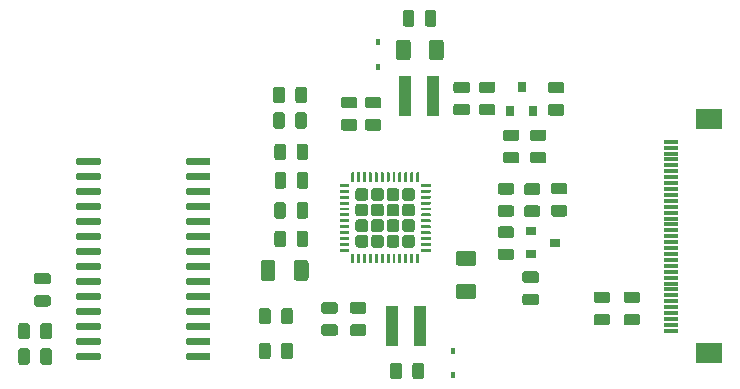
<source format=gbr>
G04 #@! TF.GenerationSoftware,KiCad,Pcbnew,(5.1.5)-3*
G04 #@! TF.CreationDate,2020-05-02T01:09:43+02:00*
G04 #@! TF.ProjectId,inkplateclone,696e6b70-6c61-4746-9563-6c6f6e652e6b,rev?*
G04 #@! TF.SameCoordinates,Original*
G04 #@! TF.FileFunction,Paste,Top*
G04 #@! TF.FilePolarity,Positive*
%FSLAX46Y46*%
G04 Gerber Fmt 4.6, Leading zero omitted, Abs format (unit mm)*
G04 Created by KiCad (PCBNEW (5.1.5)-3) date 2020-05-02 01:09:43*
%MOMM*%
%LPD*%
G04 APERTURE LIST*
%ADD10C,0.100000*%
%ADD11R,1.300000X0.300000*%
%ADD12R,2.200000X1.800000*%
%ADD13R,0.980000X3.400000*%
%ADD14R,0.450000X0.600000*%
%ADD15R,0.900000X0.800000*%
%ADD16R,0.800000X0.900000*%
G04 APERTURE END LIST*
D10*
G36*
X87602142Y-80539674D02*
G01*
X87625803Y-80543184D01*
X87649007Y-80548996D01*
X87671529Y-80557054D01*
X87693153Y-80567282D01*
X87713670Y-80579579D01*
X87732883Y-80593829D01*
X87750607Y-80609893D01*
X87766671Y-80627617D01*
X87780921Y-80646830D01*
X87793218Y-80667347D01*
X87803446Y-80688971D01*
X87811504Y-80711493D01*
X87817316Y-80734697D01*
X87820826Y-80758358D01*
X87822000Y-80782250D01*
X87822000Y-81269750D01*
X87820826Y-81293642D01*
X87817316Y-81317303D01*
X87811504Y-81340507D01*
X87803446Y-81363029D01*
X87793218Y-81384653D01*
X87780921Y-81405170D01*
X87766671Y-81424383D01*
X87750607Y-81442107D01*
X87732883Y-81458171D01*
X87713670Y-81472421D01*
X87693153Y-81484718D01*
X87671529Y-81494946D01*
X87649007Y-81503004D01*
X87625803Y-81508816D01*
X87602142Y-81512326D01*
X87578250Y-81513500D01*
X86665750Y-81513500D01*
X86641858Y-81512326D01*
X86618197Y-81508816D01*
X86594993Y-81503004D01*
X86572471Y-81494946D01*
X86550847Y-81484718D01*
X86530330Y-81472421D01*
X86511117Y-81458171D01*
X86493393Y-81442107D01*
X86477329Y-81424383D01*
X86463079Y-81405170D01*
X86450782Y-81384653D01*
X86440554Y-81363029D01*
X86432496Y-81340507D01*
X86426684Y-81317303D01*
X86423174Y-81293642D01*
X86422000Y-81269750D01*
X86422000Y-80782250D01*
X86423174Y-80758358D01*
X86426684Y-80734697D01*
X86432496Y-80711493D01*
X86440554Y-80688971D01*
X86450782Y-80667347D01*
X86463079Y-80646830D01*
X86477329Y-80627617D01*
X86493393Y-80609893D01*
X86511117Y-80593829D01*
X86530330Y-80579579D01*
X86550847Y-80567282D01*
X86572471Y-80557054D01*
X86594993Y-80548996D01*
X86618197Y-80543184D01*
X86641858Y-80539674D01*
X86665750Y-80538500D01*
X87578250Y-80538500D01*
X87602142Y-80539674D01*
G37*
G36*
X87602142Y-78664674D02*
G01*
X87625803Y-78668184D01*
X87649007Y-78673996D01*
X87671529Y-78682054D01*
X87693153Y-78692282D01*
X87713670Y-78704579D01*
X87732883Y-78718829D01*
X87750607Y-78734893D01*
X87766671Y-78752617D01*
X87780921Y-78771830D01*
X87793218Y-78792347D01*
X87803446Y-78813971D01*
X87811504Y-78836493D01*
X87817316Y-78859697D01*
X87820826Y-78883358D01*
X87822000Y-78907250D01*
X87822000Y-79394750D01*
X87820826Y-79418642D01*
X87817316Y-79442303D01*
X87811504Y-79465507D01*
X87803446Y-79488029D01*
X87793218Y-79509653D01*
X87780921Y-79530170D01*
X87766671Y-79549383D01*
X87750607Y-79567107D01*
X87732883Y-79583171D01*
X87713670Y-79597421D01*
X87693153Y-79609718D01*
X87671529Y-79619946D01*
X87649007Y-79628004D01*
X87625803Y-79633816D01*
X87602142Y-79637326D01*
X87578250Y-79638500D01*
X86665750Y-79638500D01*
X86641858Y-79637326D01*
X86618197Y-79633816D01*
X86594993Y-79628004D01*
X86572471Y-79619946D01*
X86550847Y-79609718D01*
X86530330Y-79597421D01*
X86511117Y-79583171D01*
X86493393Y-79567107D01*
X86477329Y-79549383D01*
X86463079Y-79530170D01*
X86450782Y-79509653D01*
X86440554Y-79488029D01*
X86432496Y-79465507D01*
X86426684Y-79442303D01*
X86423174Y-79418642D01*
X86422000Y-79394750D01*
X86422000Y-78907250D01*
X86423174Y-78883358D01*
X86426684Y-78859697D01*
X86432496Y-78836493D01*
X86440554Y-78813971D01*
X86450782Y-78792347D01*
X86463079Y-78771830D01*
X86477329Y-78752617D01*
X86493393Y-78734893D01*
X86511117Y-78718829D01*
X86530330Y-78704579D01*
X86550847Y-78692282D01*
X86572471Y-78682054D01*
X86594993Y-78673996D01*
X86618197Y-78668184D01*
X86641858Y-78664674D01*
X86665750Y-78663500D01*
X87578250Y-78663500D01*
X87602142Y-78664674D01*
G37*
G36*
X87488626Y-85050301D02*
G01*
X87494693Y-85051201D01*
X87500643Y-85052691D01*
X87506418Y-85054758D01*
X87511962Y-85057380D01*
X87517223Y-85060533D01*
X87522150Y-85064187D01*
X87526694Y-85068306D01*
X87530813Y-85072850D01*
X87534467Y-85077777D01*
X87537620Y-85083038D01*
X87540242Y-85088582D01*
X87542309Y-85094357D01*
X87543799Y-85100307D01*
X87544699Y-85106374D01*
X87545000Y-85112500D01*
X87545000Y-85787500D01*
X87544699Y-85793626D01*
X87543799Y-85799693D01*
X87542309Y-85805643D01*
X87540242Y-85811418D01*
X87537620Y-85816962D01*
X87534467Y-85822223D01*
X87530813Y-85827150D01*
X87526694Y-85831694D01*
X87522150Y-85835813D01*
X87517223Y-85839467D01*
X87511962Y-85842620D01*
X87506418Y-85845242D01*
X87500643Y-85847309D01*
X87494693Y-85848799D01*
X87488626Y-85849699D01*
X87482500Y-85850000D01*
X87357500Y-85850000D01*
X87351374Y-85849699D01*
X87345307Y-85848799D01*
X87339357Y-85847309D01*
X87333582Y-85845242D01*
X87328038Y-85842620D01*
X87322777Y-85839467D01*
X87317850Y-85835813D01*
X87313306Y-85831694D01*
X87309187Y-85827150D01*
X87305533Y-85822223D01*
X87302380Y-85816962D01*
X87299758Y-85811418D01*
X87297691Y-85805643D01*
X87296201Y-85799693D01*
X87295301Y-85793626D01*
X87295000Y-85787500D01*
X87295000Y-85112500D01*
X87295301Y-85106374D01*
X87296201Y-85100307D01*
X87297691Y-85094357D01*
X87299758Y-85088582D01*
X87302380Y-85083038D01*
X87305533Y-85077777D01*
X87309187Y-85072850D01*
X87313306Y-85068306D01*
X87317850Y-85064187D01*
X87322777Y-85060533D01*
X87328038Y-85057380D01*
X87333582Y-85054758D01*
X87339357Y-85052691D01*
X87345307Y-85051201D01*
X87351374Y-85050301D01*
X87357500Y-85050000D01*
X87482500Y-85050000D01*
X87488626Y-85050301D01*
G37*
G36*
X87988626Y-85050301D02*
G01*
X87994693Y-85051201D01*
X88000643Y-85052691D01*
X88006418Y-85054758D01*
X88011962Y-85057380D01*
X88017223Y-85060533D01*
X88022150Y-85064187D01*
X88026694Y-85068306D01*
X88030813Y-85072850D01*
X88034467Y-85077777D01*
X88037620Y-85083038D01*
X88040242Y-85088582D01*
X88042309Y-85094357D01*
X88043799Y-85100307D01*
X88044699Y-85106374D01*
X88045000Y-85112500D01*
X88045000Y-85787500D01*
X88044699Y-85793626D01*
X88043799Y-85799693D01*
X88042309Y-85805643D01*
X88040242Y-85811418D01*
X88037620Y-85816962D01*
X88034467Y-85822223D01*
X88030813Y-85827150D01*
X88026694Y-85831694D01*
X88022150Y-85835813D01*
X88017223Y-85839467D01*
X88011962Y-85842620D01*
X88006418Y-85845242D01*
X88000643Y-85847309D01*
X87994693Y-85848799D01*
X87988626Y-85849699D01*
X87982500Y-85850000D01*
X87857500Y-85850000D01*
X87851374Y-85849699D01*
X87845307Y-85848799D01*
X87839357Y-85847309D01*
X87833582Y-85845242D01*
X87828038Y-85842620D01*
X87822777Y-85839467D01*
X87817850Y-85835813D01*
X87813306Y-85831694D01*
X87809187Y-85827150D01*
X87805533Y-85822223D01*
X87802380Y-85816962D01*
X87799758Y-85811418D01*
X87797691Y-85805643D01*
X87796201Y-85799693D01*
X87795301Y-85793626D01*
X87795000Y-85787500D01*
X87795000Y-85112500D01*
X87795301Y-85106374D01*
X87796201Y-85100307D01*
X87797691Y-85094357D01*
X87799758Y-85088582D01*
X87802380Y-85083038D01*
X87805533Y-85077777D01*
X87809187Y-85072850D01*
X87813306Y-85068306D01*
X87817850Y-85064187D01*
X87822777Y-85060533D01*
X87828038Y-85057380D01*
X87833582Y-85054758D01*
X87839357Y-85052691D01*
X87845307Y-85051201D01*
X87851374Y-85050301D01*
X87857500Y-85050000D01*
X87982500Y-85050000D01*
X87988626Y-85050301D01*
G37*
G36*
X88488626Y-85050301D02*
G01*
X88494693Y-85051201D01*
X88500643Y-85052691D01*
X88506418Y-85054758D01*
X88511962Y-85057380D01*
X88517223Y-85060533D01*
X88522150Y-85064187D01*
X88526694Y-85068306D01*
X88530813Y-85072850D01*
X88534467Y-85077777D01*
X88537620Y-85083038D01*
X88540242Y-85088582D01*
X88542309Y-85094357D01*
X88543799Y-85100307D01*
X88544699Y-85106374D01*
X88545000Y-85112500D01*
X88545000Y-85787500D01*
X88544699Y-85793626D01*
X88543799Y-85799693D01*
X88542309Y-85805643D01*
X88540242Y-85811418D01*
X88537620Y-85816962D01*
X88534467Y-85822223D01*
X88530813Y-85827150D01*
X88526694Y-85831694D01*
X88522150Y-85835813D01*
X88517223Y-85839467D01*
X88511962Y-85842620D01*
X88506418Y-85845242D01*
X88500643Y-85847309D01*
X88494693Y-85848799D01*
X88488626Y-85849699D01*
X88482500Y-85850000D01*
X88357500Y-85850000D01*
X88351374Y-85849699D01*
X88345307Y-85848799D01*
X88339357Y-85847309D01*
X88333582Y-85845242D01*
X88328038Y-85842620D01*
X88322777Y-85839467D01*
X88317850Y-85835813D01*
X88313306Y-85831694D01*
X88309187Y-85827150D01*
X88305533Y-85822223D01*
X88302380Y-85816962D01*
X88299758Y-85811418D01*
X88297691Y-85805643D01*
X88296201Y-85799693D01*
X88295301Y-85793626D01*
X88295000Y-85787500D01*
X88295000Y-85112500D01*
X88295301Y-85106374D01*
X88296201Y-85100307D01*
X88297691Y-85094357D01*
X88299758Y-85088582D01*
X88302380Y-85083038D01*
X88305533Y-85077777D01*
X88309187Y-85072850D01*
X88313306Y-85068306D01*
X88317850Y-85064187D01*
X88322777Y-85060533D01*
X88328038Y-85057380D01*
X88333582Y-85054758D01*
X88339357Y-85052691D01*
X88345307Y-85051201D01*
X88351374Y-85050301D01*
X88357500Y-85050000D01*
X88482500Y-85050000D01*
X88488626Y-85050301D01*
G37*
G36*
X88988626Y-85050301D02*
G01*
X88994693Y-85051201D01*
X89000643Y-85052691D01*
X89006418Y-85054758D01*
X89011962Y-85057380D01*
X89017223Y-85060533D01*
X89022150Y-85064187D01*
X89026694Y-85068306D01*
X89030813Y-85072850D01*
X89034467Y-85077777D01*
X89037620Y-85083038D01*
X89040242Y-85088582D01*
X89042309Y-85094357D01*
X89043799Y-85100307D01*
X89044699Y-85106374D01*
X89045000Y-85112500D01*
X89045000Y-85787500D01*
X89044699Y-85793626D01*
X89043799Y-85799693D01*
X89042309Y-85805643D01*
X89040242Y-85811418D01*
X89037620Y-85816962D01*
X89034467Y-85822223D01*
X89030813Y-85827150D01*
X89026694Y-85831694D01*
X89022150Y-85835813D01*
X89017223Y-85839467D01*
X89011962Y-85842620D01*
X89006418Y-85845242D01*
X89000643Y-85847309D01*
X88994693Y-85848799D01*
X88988626Y-85849699D01*
X88982500Y-85850000D01*
X88857500Y-85850000D01*
X88851374Y-85849699D01*
X88845307Y-85848799D01*
X88839357Y-85847309D01*
X88833582Y-85845242D01*
X88828038Y-85842620D01*
X88822777Y-85839467D01*
X88817850Y-85835813D01*
X88813306Y-85831694D01*
X88809187Y-85827150D01*
X88805533Y-85822223D01*
X88802380Y-85816962D01*
X88799758Y-85811418D01*
X88797691Y-85805643D01*
X88796201Y-85799693D01*
X88795301Y-85793626D01*
X88795000Y-85787500D01*
X88795000Y-85112500D01*
X88795301Y-85106374D01*
X88796201Y-85100307D01*
X88797691Y-85094357D01*
X88799758Y-85088582D01*
X88802380Y-85083038D01*
X88805533Y-85077777D01*
X88809187Y-85072850D01*
X88813306Y-85068306D01*
X88817850Y-85064187D01*
X88822777Y-85060533D01*
X88828038Y-85057380D01*
X88833582Y-85054758D01*
X88839357Y-85052691D01*
X88845307Y-85051201D01*
X88851374Y-85050301D01*
X88857500Y-85050000D01*
X88982500Y-85050000D01*
X88988626Y-85050301D01*
G37*
G36*
X89488626Y-85050301D02*
G01*
X89494693Y-85051201D01*
X89500643Y-85052691D01*
X89506418Y-85054758D01*
X89511962Y-85057380D01*
X89517223Y-85060533D01*
X89522150Y-85064187D01*
X89526694Y-85068306D01*
X89530813Y-85072850D01*
X89534467Y-85077777D01*
X89537620Y-85083038D01*
X89540242Y-85088582D01*
X89542309Y-85094357D01*
X89543799Y-85100307D01*
X89544699Y-85106374D01*
X89545000Y-85112500D01*
X89545000Y-85787500D01*
X89544699Y-85793626D01*
X89543799Y-85799693D01*
X89542309Y-85805643D01*
X89540242Y-85811418D01*
X89537620Y-85816962D01*
X89534467Y-85822223D01*
X89530813Y-85827150D01*
X89526694Y-85831694D01*
X89522150Y-85835813D01*
X89517223Y-85839467D01*
X89511962Y-85842620D01*
X89506418Y-85845242D01*
X89500643Y-85847309D01*
X89494693Y-85848799D01*
X89488626Y-85849699D01*
X89482500Y-85850000D01*
X89357500Y-85850000D01*
X89351374Y-85849699D01*
X89345307Y-85848799D01*
X89339357Y-85847309D01*
X89333582Y-85845242D01*
X89328038Y-85842620D01*
X89322777Y-85839467D01*
X89317850Y-85835813D01*
X89313306Y-85831694D01*
X89309187Y-85827150D01*
X89305533Y-85822223D01*
X89302380Y-85816962D01*
X89299758Y-85811418D01*
X89297691Y-85805643D01*
X89296201Y-85799693D01*
X89295301Y-85793626D01*
X89295000Y-85787500D01*
X89295000Y-85112500D01*
X89295301Y-85106374D01*
X89296201Y-85100307D01*
X89297691Y-85094357D01*
X89299758Y-85088582D01*
X89302380Y-85083038D01*
X89305533Y-85077777D01*
X89309187Y-85072850D01*
X89313306Y-85068306D01*
X89317850Y-85064187D01*
X89322777Y-85060533D01*
X89328038Y-85057380D01*
X89333582Y-85054758D01*
X89339357Y-85052691D01*
X89345307Y-85051201D01*
X89351374Y-85050301D01*
X89357500Y-85050000D01*
X89482500Y-85050000D01*
X89488626Y-85050301D01*
G37*
G36*
X89988626Y-85050301D02*
G01*
X89994693Y-85051201D01*
X90000643Y-85052691D01*
X90006418Y-85054758D01*
X90011962Y-85057380D01*
X90017223Y-85060533D01*
X90022150Y-85064187D01*
X90026694Y-85068306D01*
X90030813Y-85072850D01*
X90034467Y-85077777D01*
X90037620Y-85083038D01*
X90040242Y-85088582D01*
X90042309Y-85094357D01*
X90043799Y-85100307D01*
X90044699Y-85106374D01*
X90045000Y-85112500D01*
X90045000Y-85787500D01*
X90044699Y-85793626D01*
X90043799Y-85799693D01*
X90042309Y-85805643D01*
X90040242Y-85811418D01*
X90037620Y-85816962D01*
X90034467Y-85822223D01*
X90030813Y-85827150D01*
X90026694Y-85831694D01*
X90022150Y-85835813D01*
X90017223Y-85839467D01*
X90011962Y-85842620D01*
X90006418Y-85845242D01*
X90000643Y-85847309D01*
X89994693Y-85848799D01*
X89988626Y-85849699D01*
X89982500Y-85850000D01*
X89857500Y-85850000D01*
X89851374Y-85849699D01*
X89845307Y-85848799D01*
X89839357Y-85847309D01*
X89833582Y-85845242D01*
X89828038Y-85842620D01*
X89822777Y-85839467D01*
X89817850Y-85835813D01*
X89813306Y-85831694D01*
X89809187Y-85827150D01*
X89805533Y-85822223D01*
X89802380Y-85816962D01*
X89799758Y-85811418D01*
X89797691Y-85805643D01*
X89796201Y-85799693D01*
X89795301Y-85793626D01*
X89795000Y-85787500D01*
X89795000Y-85112500D01*
X89795301Y-85106374D01*
X89796201Y-85100307D01*
X89797691Y-85094357D01*
X89799758Y-85088582D01*
X89802380Y-85083038D01*
X89805533Y-85077777D01*
X89809187Y-85072850D01*
X89813306Y-85068306D01*
X89817850Y-85064187D01*
X89822777Y-85060533D01*
X89828038Y-85057380D01*
X89833582Y-85054758D01*
X89839357Y-85052691D01*
X89845307Y-85051201D01*
X89851374Y-85050301D01*
X89857500Y-85050000D01*
X89982500Y-85050000D01*
X89988626Y-85050301D01*
G37*
G36*
X90488626Y-85050301D02*
G01*
X90494693Y-85051201D01*
X90500643Y-85052691D01*
X90506418Y-85054758D01*
X90511962Y-85057380D01*
X90517223Y-85060533D01*
X90522150Y-85064187D01*
X90526694Y-85068306D01*
X90530813Y-85072850D01*
X90534467Y-85077777D01*
X90537620Y-85083038D01*
X90540242Y-85088582D01*
X90542309Y-85094357D01*
X90543799Y-85100307D01*
X90544699Y-85106374D01*
X90545000Y-85112500D01*
X90545000Y-85787500D01*
X90544699Y-85793626D01*
X90543799Y-85799693D01*
X90542309Y-85805643D01*
X90540242Y-85811418D01*
X90537620Y-85816962D01*
X90534467Y-85822223D01*
X90530813Y-85827150D01*
X90526694Y-85831694D01*
X90522150Y-85835813D01*
X90517223Y-85839467D01*
X90511962Y-85842620D01*
X90506418Y-85845242D01*
X90500643Y-85847309D01*
X90494693Y-85848799D01*
X90488626Y-85849699D01*
X90482500Y-85850000D01*
X90357500Y-85850000D01*
X90351374Y-85849699D01*
X90345307Y-85848799D01*
X90339357Y-85847309D01*
X90333582Y-85845242D01*
X90328038Y-85842620D01*
X90322777Y-85839467D01*
X90317850Y-85835813D01*
X90313306Y-85831694D01*
X90309187Y-85827150D01*
X90305533Y-85822223D01*
X90302380Y-85816962D01*
X90299758Y-85811418D01*
X90297691Y-85805643D01*
X90296201Y-85799693D01*
X90295301Y-85793626D01*
X90295000Y-85787500D01*
X90295000Y-85112500D01*
X90295301Y-85106374D01*
X90296201Y-85100307D01*
X90297691Y-85094357D01*
X90299758Y-85088582D01*
X90302380Y-85083038D01*
X90305533Y-85077777D01*
X90309187Y-85072850D01*
X90313306Y-85068306D01*
X90317850Y-85064187D01*
X90322777Y-85060533D01*
X90328038Y-85057380D01*
X90333582Y-85054758D01*
X90339357Y-85052691D01*
X90345307Y-85051201D01*
X90351374Y-85050301D01*
X90357500Y-85050000D01*
X90482500Y-85050000D01*
X90488626Y-85050301D01*
G37*
G36*
X90988626Y-85050301D02*
G01*
X90994693Y-85051201D01*
X91000643Y-85052691D01*
X91006418Y-85054758D01*
X91011962Y-85057380D01*
X91017223Y-85060533D01*
X91022150Y-85064187D01*
X91026694Y-85068306D01*
X91030813Y-85072850D01*
X91034467Y-85077777D01*
X91037620Y-85083038D01*
X91040242Y-85088582D01*
X91042309Y-85094357D01*
X91043799Y-85100307D01*
X91044699Y-85106374D01*
X91045000Y-85112500D01*
X91045000Y-85787500D01*
X91044699Y-85793626D01*
X91043799Y-85799693D01*
X91042309Y-85805643D01*
X91040242Y-85811418D01*
X91037620Y-85816962D01*
X91034467Y-85822223D01*
X91030813Y-85827150D01*
X91026694Y-85831694D01*
X91022150Y-85835813D01*
X91017223Y-85839467D01*
X91011962Y-85842620D01*
X91006418Y-85845242D01*
X91000643Y-85847309D01*
X90994693Y-85848799D01*
X90988626Y-85849699D01*
X90982500Y-85850000D01*
X90857500Y-85850000D01*
X90851374Y-85849699D01*
X90845307Y-85848799D01*
X90839357Y-85847309D01*
X90833582Y-85845242D01*
X90828038Y-85842620D01*
X90822777Y-85839467D01*
X90817850Y-85835813D01*
X90813306Y-85831694D01*
X90809187Y-85827150D01*
X90805533Y-85822223D01*
X90802380Y-85816962D01*
X90799758Y-85811418D01*
X90797691Y-85805643D01*
X90796201Y-85799693D01*
X90795301Y-85793626D01*
X90795000Y-85787500D01*
X90795000Y-85112500D01*
X90795301Y-85106374D01*
X90796201Y-85100307D01*
X90797691Y-85094357D01*
X90799758Y-85088582D01*
X90802380Y-85083038D01*
X90805533Y-85077777D01*
X90809187Y-85072850D01*
X90813306Y-85068306D01*
X90817850Y-85064187D01*
X90822777Y-85060533D01*
X90828038Y-85057380D01*
X90833582Y-85054758D01*
X90839357Y-85052691D01*
X90845307Y-85051201D01*
X90851374Y-85050301D01*
X90857500Y-85050000D01*
X90982500Y-85050000D01*
X90988626Y-85050301D01*
G37*
G36*
X91488626Y-85050301D02*
G01*
X91494693Y-85051201D01*
X91500643Y-85052691D01*
X91506418Y-85054758D01*
X91511962Y-85057380D01*
X91517223Y-85060533D01*
X91522150Y-85064187D01*
X91526694Y-85068306D01*
X91530813Y-85072850D01*
X91534467Y-85077777D01*
X91537620Y-85083038D01*
X91540242Y-85088582D01*
X91542309Y-85094357D01*
X91543799Y-85100307D01*
X91544699Y-85106374D01*
X91545000Y-85112500D01*
X91545000Y-85787500D01*
X91544699Y-85793626D01*
X91543799Y-85799693D01*
X91542309Y-85805643D01*
X91540242Y-85811418D01*
X91537620Y-85816962D01*
X91534467Y-85822223D01*
X91530813Y-85827150D01*
X91526694Y-85831694D01*
X91522150Y-85835813D01*
X91517223Y-85839467D01*
X91511962Y-85842620D01*
X91506418Y-85845242D01*
X91500643Y-85847309D01*
X91494693Y-85848799D01*
X91488626Y-85849699D01*
X91482500Y-85850000D01*
X91357500Y-85850000D01*
X91351374Y-85849699D01*
X91345307Y-85848799D01*
X91339357Y-85847309D01*
X91333582Y-85845242D01*
X91328038Y-85842620D01*
X91322777Y-85839467D01*
X91317850Y-85835813D01*
X91313306Y-85831694D01*
X91309187Y-85827150D01*
X91305533Y-85822223D01*
X91302380Y-85816962D01*
X91299758Y-85811418D01*
X91297691Y-85805643D01*
X91296201Y-85799693D01*
X91295301Y-85793626D01*
X91295000Y-85787500D01*
X91295000Y-85112500D01*
X91295301Y-85106374D01*
X91296201Y-85100307D01*
X91297691Y-85094357D01*
X91299758Y-85088582D01*
X91302380Y-85083038D01*
X91305533Y-85077777D01*
X91309187Y-85072850D01*
X91313306Y-85068306D01*
X91317850Y-85064187D01*
X91322777Y-85060533D01*
X91328038Y-85057380D01*
X91333582Y-85054758D01*
X91339357Y-85052691D01*
X91345307Y-85051201D01*
X91351374Y-85050301D01*
X91357500Y-85050000D01*
X91482500Y-85050000D01*
X91488626Y-85050301D01*
G37*
G36*
X91988626Y-85050301D02*
G01*
X91994693Y-85051201D01*
X92000643Y-85052691D01*
X92006418Y-85054758D01*
X92011962Y-85057380D01*
X92017223Y-85060533D01*
X92022150Y-85064187D01*
X92026694Y-85068306D01*
X92030813Y-85072850D01*
X92034467Y-85077777D01*
X92037620Y-85083038D01*
X92040242Y-85088582D01*
X92042309Y-85094357D01*
X92043799Y-85100307D01*
X92044699Y-85106374D01*
X92045000Y-85112500D01*
X92045000Y-85787500D01*
X92044699Y-85793626D01*
X92043799Y-85799693D01*
X92042309Y-85805643D01*
X92040242Y-85811418D01*
X92037620Y-85816962D01*
X92034467Y-85822223D01*
X92030813Y-85827150D01*
X92026694Y-85831694D01*
X92022150Y-85835813D01*
X92017223Y-85839467D01*
X92011962Y-85842620D01*
X92006418Y-85845242D01*
X92000643Y-85847309D01*
X91994693Y-85848799D01*
X91988626Y-85849699D01*
X91982500Y-85850000D01*
X91857500Y-85850000D01*
X91851374Y-85849699D01*
X91845307Y-85848799D01*
X91839357Y-85847309D01*
X91833582Y-85845242D01*
X91828038Y-85842620D01*
X91822777Y-85839467D01*
X91817850Y-85835813D01*
X91813306Y-85831694D01*
X91809187Y-85827150D01*
X91805533Y-85822223D01*
X91802380Y-85816962D01*
X91799758Y-85811418D01*
X91797691Y-85805643D01*
X91796201Y-85799693D01*
X91795301Y-85793626D01*
X91795000Y-85787500D01*
X91795000Y-85112500D01*
X91795301Y-85106374D01*
X91796201Y-85100307D01*
X91797691Y-85094357D01*
X91799758Y-85088582D01*
X91802380Y-85083038D01*
X91805533Y-85077777D01*
X91809187Y-85072850D01*
X91813306Y-85068306D01*
X91817850Y-85064187D01*
X91822777Y-85060533D01*
X91828038Y-85057380D01*
X91833582Y-85054758D01*
X91839357Y-85052691D01*
X91845307Y-85051201D01*
X91851374Y-85050301D01*
X91857500Y-85050000D01*
X91982500Y-85050000D01*
X91988626Y-85050301D01*
G37*
G36*
X92488626Y-85050301D02*
G01*
X92494693Y-85051201D01*
X92500643Y-85052691D01*
X92506418Y-85054758D01*
X92511962Y-85057380D01*
X92517223Y-85060533D01*
X92522150Y-85064187D01*
X92526694Y-85068306D01*
X92530813Y-85072850D01*
X92534467Y-85077777D01*
X92537620Y-85083038D01*
X92540242Y-85088582D01*
X92542309Y-85094357D01*
X92543799Y-85100307D01*
X92544699Y-85106374D01*
X92545000Y-85112500D01*
X92545000Y-85787500D01*
X92544699Y-85793626D01*
X92543799Y-85799693D01*
X92542309Y-85805643D01*
X92540242Y-85811418D01*
X92537620Y-85816962D01*
X92534467Y-85822223D01*
X92530813Y-85827150D01*
X92526694Y-85831694D01*
X92522150Y-85835813D01*
X92517223Y-85839467D01*
X92511962Y-85842620D01*
X92506418Y-85845242D01*
X92500643Y-85847309D01*
X92494693Y-85848799D01*
X92488626Y-85849699D01*
X92482500Y-85850000D01*
X92357500Y-85850000D01*
X92351374Y-85849699D01*
X92345307Y-85848799D01*
X92339357Y-85847309D01*
X92333582Y-85845242D01*
X92328038Y-85842620D01*
X92322777Y-85839467D01*
X92317850Y-85835813D01*
X92313306Y-85831694D01*
X92309187Y-85827150D01*
X92305533Y-85822223D01*
X92302380Y-85816962D01*
X92299758Y-85811418D01*
X92297691Y-85805643D01*
X92296201Y-85799693D01*
X92295301Y-85793626D01*
X92295000Y-85787500D01*
X92295000Y-85112500D01*
X92295301Y-85106374D01*
X92296201Y-85100307D01*
X92297691Y-85094357D01*
X92299758Y-85088582D01*
X92302380Y-85083038D01*
X92305533Y-85077777D01*
X92309187Y-85072850D01*
X92313306Y-85068306D01*
X92317850Y-85064187D01*
X92322777Y-85060533D01*
X92328038Y-85057380D01*
X92333582Y-85054758D01*
X92339357Y-85052691D01*
X92345307Y-85051201D01*
X92351374Y-85050301D01*
X92357500Y-85050000D01*
X92482500Y-85050000D01*
X92488626Y-85050301D01*
G37*
G36*
X92988626Y-85050301D02*
G01*
X92994693Y-85051201D01*
X93000643Y-85052691D01*
X93006418Y-85054758D01*
X93011962Y-85057380D01*
X93017223Y-85060533D01*
X93022150Y-85064187D01*
X93026694Y-85068306D01*
X93030813Y-85072850D01*
X93034467Y-85077777D01*
X93037620Y-85083038D01*
X93040242Y-85088582D01*
X93042309Y-85094357D01*
X93043799Y-85100307D01*
X93044699Y-85106374D01*
X93045000Y-85112500D01*
X93045000Y-85787500D01*
X93044699Y-85793626D01*
X93043799Y-85799693D01*
X93042309Y-85805643D01*
X93040242Y-85811418D01*
X93037620Y-85816962D01*
X93034467Y-85822223D01*
X93030813Y-85827150D01*
X93026694Y-85831694D01*
X93022150Y-85835813D01*
X93017223Y-85839467D01*
X93011962Y-85842620D01*
X93006418Y-85845242D01*
X93000643Y-85847309D01*
X92994693Y-85848799D01*
X92988626Y-85849699D01*
X92982500Y-85850000D01*
X92857500Y-85850000D01*
X92851374Y-85849699D01*
X92845307Y-85848799D01*
X92839357Y-85847309D01*
X92833582Y-85845242D01*
X92828038Y-85842620D01*
X92822777Y-85839467D01*
X92817850Y-85835813D01*
X92813306Y-85831694D01*
X92809187Y-85827150D01*
X92805533Y-85822223D01*
X92802380Y-85816962D01*
X92799758Y-85811418D01*
X92797691Y-85805643D01*
X92796201Y-85799693D01*
X92795301Y-85793626D01*
X92795000Y-85787500D01*
X92795000Y-85112500D01*
X92795301Y-85106374D01*
X92796201Y-85100307D01*
X92797691Y-85094357D01*
X92799758Y-85088582D01*
X92802380Y-85083038D01*
X92805533Y-85077777D01*
X92809187Y-85072850D01*
X92813306Y-85068306D01*
X92817850Y-85064187D01*
X92822777Y-85060533D01*
X92828038Y-85057380D01*
X92833582Y-85054758D01*
X92839357Y-85052691D01*
X92845307Y-85051201D01*
X92851374Y-85050301D01*
X92857500Y-85050000D01*
X92982500Y-85050000D01*
X92988626Y-85050301D01*
G37*
G36*
X93963626Y-86025301D02*
G01*
X93969693Y-86026201D01*
X93975643Y-86027691D01*
X93981418Y-86029758D01*
X93986962Y-86032380D01*
X93992223Y-86035533D01*
X93997150Y-86039187D01*
X94001694Y-86043306D01*
X94005813Y-86047850D01*
X94009467Y-86052777D01*
X94012620Y-86058038D01*
X94015242Y-86063582D01*
X94017309Y-86069357D01*
X94018799Y-86075307D01*
X94019699Y-86081374D01*
X94020000Y-86087500D01*
X94020000Y-86212500D01*
X94019699Y-86218626D01*
X94018799Y-86224693D01*
X94017309Y-86230643D01*
X94015242Y-86236418D01*
X94012620Y-86241962D01*
X94009467Y-86247223D01*
X94005813Y-86252150D01*
X94001694Y-86256694D01*
X93997150Y-86260813D01*
X93992223Y-86264467D01*
X93986962Y-86267620D01*
X93981418Y-86270242D01*
X93975643Y-86272309D01*
X93969693Y-86273799D01*
X93963626Y-86274699D01*
X93957500Y-86275000D01*
X93282500Y-86275000D01*
X93276374Y-86274699D01*
X93270307Y-86273799D01*
X93264357Y-86272309D01*
X93258582Y-86270242D01*
X93253038Y-86267620D01*
X93247777Y-86264467D01*
X93242850Y-86260813D01*
X93238306Y-86256694D01*
X93234187Y-86252150D01*
X93230533Y-86247223D01*
X93227380Y-86241962D01*
X93224758Y-86236418D01*
X93222691Y-86230643D01*
X93221201Y-86224693D01*
X93220301Y-86218626D01*
X93220000Y-86212500D01*
X93220000Y-86087500D01*
X93220301Y-86081374D01*
X93221201Y-86075307D01*
X93222691Y-86069357D01*
X93224758Y-86063582D01*
X93227380Y-86058038D01*
X93230533Y-86052777D01*
X93234187Y-86047850D01*
X93238306Y-86043306D01*
X93242850Y-86039187D01*
X93247777Y-86035533D01*
X93253038Y-86032380D01*
X93258582Y-86029758D01*
X93264357Y-86027691D01*
X93270307Y-86026201D01*
X93276374Y-86025301D01*
X93282500Y-86025000D01*
X93957500Y-86025000D01*
X93963626Y-86025301D01*
G37*
G36*
X93963626Y-86525301D02*
G01*
X93969693Y-86526201D01*
X93975643Y-86527691D01*
X93981418Y-86529758D01*
X93986962Y-86532380D01*
X93992223Y-86535533D01*
X93997150Y-86539187D01*
X94001694Y-86543306D01*
X94005813Y-86547850D01*
X94009467Y-86552777D01*
X94012620Y-86558038D01*
X94015242Y-86563582D01*
X94017309Y-86569357D01*
X94018799Y-86575307D01*
X94019699Y-86581374D01*
X94020000Y-86587500D01*
X94020000Y-86712500D01*
X94019699Y-86718626D01*
X94018799Y-86724693D01*
X94017309Y-86730643D01*
X94015242Y-86736418D01*
X94012620Y-86741962D01*
X94009467Y-86747223D01*
X94005813Y-86752150D01*
X94001694Y-86756694D01*
X93997150Y-86760813D01*
X93992223Y-86764467D01*
X93986962Y-86767620D01*
X93981418Y-86770242D01*
X93975643Y-86772309D01*
X93969693Y-86773799D01*
X93963626Y-86774699D01*
X93957500Y-86775000D01*
X93282500Y-86775000D01*
X93276374Y-86774699D01*
X93270307Y-86773799D01*
X93264357Y-86772309D01*
X93258582Y-86770242D01*
X93253038Y-86767620D01*
X93247777Y-86764467D01*
X93242850Y-86760813D01*
X93238306Y-86756694D01*
X93234187Y-86752150D01*
X93230533Y-86747223D01*
X93227380Y-86741962D01*
X93224758Y-86736418D01*
X93222691Y-86730643D01*
X93221201Y-86724693D01*
X93220301Y-86718626D01*
X93220000Y-86712500D01*
X93220000Y-86587500D01*
X93220301Y-86581374D01*
X93221201Y-86575307D01*
X93222691Y-86569357D01*
X93224758Y-86563582D01*
X93227380Y-86558038D01*
X93230533Y-86552777D01*
X93234187Y-86547850D01*
X93238306Y-86543306D01*
X93242850Y-86539187D01*
X93247777Y-86535533D01*
X93253038Y-86532380D01*
X93258582Y-86529758D01*
X93264357Y-86527691D01*
X93270307Y-86526201D01*
X93276374Y-86525301D01*
X93282500Y-86525000D01*
X93957500Y-86525000D01*
X93963626Y-86525301D01*
G37*
G36*
X93963626Y-87025301D02*
G01*
X93969693Y-87026201D01*
X93975643Y-87027691D01*
X93981418Y-87029758D01*
X93986962Y-87032380D01*
X93992223Y-87035533D01*
X93997150Y-87039187D01*
X94001694Y-87043306D01*
X94005813Y-87047850D01*
X94009467Y-87052777D01*
X94012620Y-87058038D01*
X94015242Y-87063582D01*
X94017309Y-87069357D01*
X94018799Y-87075307D01*
X94019699Y-87081374D01*
X94020000Y-87087500D01*
X94020000Y-87212500D01*
X94019699Y-87218626D01*
X94018799Y-87224693D01*
X94017309Y-87230643D01*
X94015242Y-87236418D01*
X94012620Y-87241962D01*
X94009467Y-87247223D01*
X94005813Y-87252150D01*
X94001694Y-87256694D01*
X93997150Y-87260813D01*
X93992223Y-87264467D01*
X93986962Y-87267620D01*
X93981418Y-87270242D01*
X93975643Y-87272309D01*
X93969693Y-87273799D01*
X93963626Y-87274699D01*
X93957500Y-87275000D01*
X93282500Y-87275000D01*
X93276374Y-87274699D01*
X93270307Y-87273799D01*
X93264357Y-87272309D01*
X93258582Y-87270242D01*
X93253038Y-87267620D01*
X93247777Y-87264467D01*
X93242850Y-87260813D01*
X93238306Y-87256694D01*
X93234187Y-87252150D01*
X93230533Y-87247223D01*
X93227380Y-87241962D01*
X93224758Y-87236418D01*
X93222691Y-87230643D01*
X93221201Y-87224693D01*
X93220301Y-87218626D01*
X93220000Y-87212500D01*
X93220000Y-87087500D01*
X93220301Y-87081374D01*
X93221201Y-87075307D01*
X93222691Y-87069357D01*
X93224758Y-87063582D01*
X93227380Y-87058038D01*
X93230533Y-87052777D01*
X93234187Y-87047850D01*
X93238306Y-87043306D01*
X93242850Y-87039187D01*
X93247777Y-87035533D01*
X93253038Y-87032380D01*
X93258582Y-87029758D01*
X93264357Y-87027691D01*
X93270307Y-87026201D01*
X93276374Y-87025301D01*
X93282500Y-87025000D01*
X93957500Y-87025000D01*
X93963626Y-87025301D01*
G37*
G36*
X93963626Y-87525301D02*
G01*
X93969693Y-87526201D01*
X93975643Y-87527691D01*
X93981418Y-87529758D01*
X93986962Y-87532380D01*
X93992223Y-87535533D01*
X93997150Y-87539187D01*
X94001694Y-87543306D01*
X94005813Y-87547850D01*
X94009467Y-87552777D01*
X94012620Y-87558038D01*
X94015242Y-87563582D01*
X94017309Y-87569357D01*
X94018799Y-87575307D01*
X94019699Y-87581374D01*
X94020000Y-87587500D01*
X94020000Y-87712500D01*
X94019699Y-87718626D01*
X94018799Y-87724693D01*
X94017309Y-87730643D01*
X94015242Y-87736418D01*
X94012620Y-87741962D01*
X94009467Y-87747223D01*
X94005813Y-87752150D01*
X94001694Y-87756694D01*
X93997150Y-87760813D01*
X93992223Y-87764467D01*
X93986962Y-87767620D01*
X93981418Y-87770242D01*
X93975643Y-87772309D01*
X93969693Y-87773799D01*
X93963626Y-87774699D01*
X93957500Y-87775000D01*
X93282500Y-87775000D01*
X93276374Y-87774699D01*
X93270307Y-87773799D01*
X93264357Y-87772309D01*
X93258582Y-87770242D01*
X93253038Y-87767620D01*
X93247777Y-87764467D01*
X93242850Y-87760813D01*
X93238306Y-87756694D01*
X93234187Y-87752150D01*
X93230533Y-87747223D01*
X93227380Y-87741962D01*
X93224758Y-87736418D01*
X93222691Y-87730643D01*
X93221201Y-87724693D01*
X93220301Y-87718626D01*
X93220000Y-87712500D01*
X93220000Y-87587500D01*
X93220301Y-87581374D01*
X93221201Y-87575307D01*
X93222691Y-87569357D01*
X93224758Y-87563582D01*
X93227380Y-87558038D01*
X93230533Y-87552777D01*
X93234187Y-87547850D01*
X93238306Y-87543306D01*
X93242850Y-87539187D01*
X93247777Y-87535533D01*
X93253038Y-87532380D01*
X93258582Y-87529758D01*
X93264357Y-87527691D01*
X93270307Y-87526201D01*
X93276374Y-87525301D01*
X93282500Y-87525000D01*
X93957500Y-87525000D01*
X93963626Y-87525301D01*
G37*
G36*
X93963626Y-88025301D02*
G01*
X93969693Y-88026201D01*
X93975643Y-88027691D01*
X93981418Y-88029758D01*
X93986962Y-88032380D01*
X93992223Y-88035533D01*
X93997150Y-88039187D01*
X94001694Y-88043306D01*
X94005813Y-88047850D01*
X94009467Y-88052777D01*
X94012620Y-88058038D01*
X94015242Y-88063582D01*
X94017309Y-88069357D01*
X94018799Y-88075307D01*
X94019699Y-88081374D01*
X94020000Y-88087500D01*
X94020000Y-88212500D01*
X94019699Y-88218626D01*
X94018799Y-88224693D01*
X94017309Y-88230643D01*
X94015242Y-88236418D01*
X94012620Y-88241962D01*
X94009467Y-88247223D01*
X94005813Y-88252150D01*
X94001694Y-88256694D01*
X93997150Y-88260813D01*
X93992223Y-88264467D01*
X93986962Y-88267620D01*
X93981418Y-88270242D01*
X93975643Y-88272309D01*
X93969693Y-88273799D01*
X93963626Y-88274699D01*
X93957500Y-88275000D01*
X93282500Y-88275000D01*
X93276374Y-88274699D01*
X93270307Y-88273799D01*
X93264357Y-88272309D01*
X93258582Y-88270242D01*
X93253038Y-88267620D01*
X93247777Y-88264467D01*
X93242850Y-88260813D01*
X93238306Y-88256694D01*
X93234187Y-88252150D01*
X93230533Y-88247223D01*
X93227380Y-88241962D01*
X93224758Y-88236418D01*
X93222691Y-88230643D01*
X93221201Y-88224693D01*
X93220301Y-88218626D01*
X93220000Y-88212500D01*
X93220000Y-88087500D01*
X93220301Y-88081374D01*
X93221201Y-88075307D01*
X93222691Y-88069357D01*
X93224758Y-88063582D01*
X93227380Y-88058038D01*
X93230533Y-88052777D01*
X93234187Y-88047850D01*
X93238306Y-88043306D01*
X93242850Y-88039187D01*
X93247777Y-88035533D01*
X93253038Y-88032380D01*
X93258582Y-88029758D01*
X93264357Y-88027691D01*
X93270307Y-88026201D01*
X93276374Y-88025301D01*
X93282500Y-88025000D01*
X93957500Y-88025000D01*
X93963626Y-88025301D01*
G37*
G36*
X93963626Y-88525301D02*
G01*
X93969693Y-88526201D01*
X93975643Y-88527691D01*
X93981418Y-88529758D01*
X93986962Y-88532380D01*
X93992223Y-88535533D01*
X93997150Y-88539187D01*
X94001694Y-88543306D01*
X94005813Y-88547850D01*
X94009467Y-88552777D01*
X94012620Y-88558038D01*
X94015242Y-88563582D01*
X94017309Y-88569357D01*
X94018799Y-88575307D01*
X94019699Y-88581374D01*
X94020000Y-88587500D01*
X94020000Y-88712500D01*
X94019699Y-88718626D01*
X94018799Y-88724693D01*
X94017309Y-88730643D01*
X94015242Y-88736418D01*
X94012620Y-88741962D01*
X94009467Y-88747223D01*
X94005813Y-88752150D01*
X94001694Y-88756694D01*
X93997150Y-88760813D01*
X93992223Y-88764467D01*
X93986962Y-88767620D01*
X93981418Y-88770242D01*
X93975643Y-88772309D01*
X93969693Y-88773799D01*
X93963626Y-88774699D01*
X93957500Y-88775000D01*
X93282500Y-88775000D01*
X93276374Y-88774699D01*
X93270307Y-88773799D01*
X93264357Y-88772309D01*
X93258582Y-88770242D01*
X93253038Y-88767620D01*
X93247777Y-88764467D01*
X93242850Y-88760813D01*
X93238306Y-88756694D01*
X93234187Y-88752150D01*
X93230533Y-88747223D01*
X93227380Y-88741962D01*
X93224758Y-88736418D01*
X93222691Y-88730643D01*
X93221201Y-88724693D01*
X93220301Y-88718626D01*
X93220000Y-88712500D01*
X93220000Y-88587500D01*
X93220301Y-88581374D01*
X93221201Y-88575307D01*
X93222691Y-88569357D01*
X93224758Y-88563582D01*
X93227380Y-88558038D01*
X93230533Y-88552777D01*
X93234187Y-88547850D01*
X93238306Y-88543306D01*
X93242850Y-88539187D01*
X93247777Y-88535533D01*
X93253038Y-88532380D01*
X93258582Y-88529758D01*
X93264357Y-88527691D01*
X93270307Y-88526201D01*
X93276374Y-88525301D01*
X93282500Y-88525000D01*
X93957500Y-88525000D01*
X93963626Y-88525301D01*
G37*
G36*
X93963626Y-89025301D02*
G01*
X93969693Y-89026201D01*
X93975643Y-89027691D01*
X93981418Y-89029758D01*
X93986962Y-89032380D01*
X93992223Y-89035533D01*
X93997150Y-89039187D01*
X94001694Y-89043306D01*
X94005813Y-89047850D01*
X94009467Y-89052777D01*
X94012620Y-89058038D01*
X94015242Y-89063582D01*
X94017309Y-89069357D01*
X94018799Y-89075307D01*
X94019699Y-89081374D01*
X94020000Y-89087500D01*
X94020000Y-89212500D01*
X94019699Y-89218626D01*
X94018799Y-89224693D01*
X94017309Y-89230643D01*
X94015242Y-89236418D01*
X94012620Y-89241962D01*
X94009467Y-89247223D01*
X94005813Y-89252150D01*
X94001694Y-89256694D01*
X93997150Y-89260813D01*
X93992223Y-89264467D01*
X93986962Y-89267620D01*
X93981418Y-89270242D01*
X93975643Y-89272309D01*
X93969693Y-89273799D01*
X93963626Y-89274699D01*
X93957500Y-89275000D01*
X93282500Y-89275000D01*
X93276374Y-89274699D01*
X93270307Y-89273799D01*
X93264357Y-89272309D01*
X93258582Y-89270242D01*
X93253038Y-89267620D01*
X93247777Y-89264467D01*
X93242850Y-89260813D01*
X93238306Y-89256694D01*
X93234187Y-89252150D01*
X93230533Y-89247223D01*
X93227380Y-89241962D01*
X93224758Y-89236418D01*
X93222691Y-89230643D01*
X93221201Y-89224693D01*
X93220301Y-89218626D01*
X93220000Y-89212500D01*
X93220000Y-89087500D01*
X93220301Y-89081374D01*
X93221201Y-89075307D01*
X93222691Y-89069357D01*
X93224758Y-89063582D01*
X93227380Y-89058038D01*
X93230533Y-89052777D01*
X93234187Y-89047850D01*
X93238306Y-89043306D01*
X93242850Y-89039187D01*
X93247777Y-89035533D01*
X93253038Y-89032380D01*
X93258582Y-89029758D01*
X93264357Y-89027691D01*
X93270307Y-89026201D01*
X93276374Y-89025301D01*
X93282500Y-89025000D01*
X93957500Y-89025000D01*
X93963626Y-89025301D01*
G37*
G36*
X93963626Y-89525301D02*
G01*
X93969693Y-89526201D01*
X93975643Y-89527691D01*
X93981418Y-89529758D01*
X93986962Y-89532380D01*
X93992223Y-89535533D01*
X93997150Y-89539187D01*
X94001694Y-89543306D01*
X94005813Y-89547850D01*
X94009467Y-89552777D01*
X94012620Y-89558038D01*
X94015242Y-89563582D01*
X94017309Y-89569357D01*
X94018799Y-89575307D01*
X94019699Y-89581374D01*
X94020000Y-89587500D01*
X94020000Y-89712500D01*
X94019699Y-89718626D01*
X94018799Y-89724693D01*
X94017309Y-89730643D01*
X94015242Y-89736418D01*
X94012620Y-89741962D01*
X94009467Y-89747223D01*
X94005813Y-89752150D01*
X94001694Y-89756694D01*
X93997150Y-89760813D01*
X93992223Y-89764467D01*
X93986962Y-89767620D01*
X93981418Y-89770242D01*
X93975643Y-89772309D01*
X93969693Y-89773799D01*
X93963626Y-89774699D01*
X93957500Y-89775000D01*
X93282500Y-89775000D01*
X93276374Y-89774699D01*
X93270307Y-89773799D01*
X93264357Y-89772309D01*
X93258582Y-89770242D01*
X93253038Y-89767620D01*
X93247777Y-89764467D01*
X93242850Y-89760813D01*
X93238306Y-89756694D01*
X93234187Y-89752150D01*
X93230533Y-89747223D01*
X93227380Y-89741962D01*
X93224758Y-89736418D01*
X93222691Y-89730643D01*
X93221201Y-89724693D01*
X93220301Y-89718626D01*
X93220000Y-89712500D01*
X93220000Y-89587500D01*
X93220301Y-89581374D01*
X93221201Y-89575307D01*
X93222691Y-89569357D01*
X93224758Y-89563582D01*
X93227380Y-89558038D01*
X93230533Y-89552777D01*
X93234187Y-89547850D01*
X93238306Y-89543306D01*
X93242850Y-89539187D01*
X93247777Y-89535533D01*
X93253038Y-89532380D01*
X93258582Y-89529758D01*
X93264357Y-89527691D01*
X93270307Y-89526201D01*
X93276374Y-89525301D01*
X93282500Y-89525000D01*
X93957500Y-89525000D01*
X93963626Y-89525301D01*
G37*
G36*
X93963626Y-90025301D02*
G01*
X93969693Y-90026201D01*
X93975643Y-90027691D01*
X93981418Y-90029758D01*
X93986962Y-90032380D01*
X93992223Y-90035533D01*
X93997150Y-90039187D01*
X94001694Y-90043306D01*
X94005813Y-90047850D01*
X94009467Y-90052777D01*
X94012620Y-90058038D01*
X94015242Y-90063582D01*
X94017309Y-90069357D01*
X94018799Y-90075307D01*
X94019699Y-90081374D01*
X94020000Y-90087500D01*
X94020000Y-90212500D01*
X94019699Y-90218626D01*
X94018799Y-90224693D01*
X94017309Y-90230643D01*
X94015242Y-90236418D01*
X94012620Y-90241962D01*
X94009467Y-90247223D01*
X94005813Y-90252150D01*
X94001694Y-90256694D01*
X93997150Y-90260813D01*
X93992223Y-90264467D01*
X93986962Y-90267620D01*
X93981418Y-90270242D01*
X93975643Y-90272309D01*
X93969693Y-90273799D01*
X93963626Y-90274699D01*
X93957500Y-90275000D01*
X93282500Y-90275000D01*
X93276374Y-90274699D01*
X93270307Y-90273799D01*
X93264357Y-90272309D01*
X93258582Y-90270242D01*
X93253038Y-90267620D01*
X93247777Y-90264467D01*
X93242850Y-90260813D01*
X93238306Y-90256694D01*
X93234187Y-90252150D01*
X93230533Y-90247223D01*
X93227380Y-90241962D01*
X93224758Y-90236418D01*
X93222691Y-90230643D01*
X93221201Y-90224693D01*
X93220301Y-90218626D01*
X93220000Y-90212500D01*
X93220000Y-90087500D01*
X93220301Y-90081374D01*
X93221201Y-90075307D01*
X93222691Y-90069357D01*
X93224758Y-90063582D01*
X93227380Y-90058038D01*
X93230533Y-90052777D01*
X93234187Y-90047850D01*
X93238306Y-90043306D01*
X93242850Y-90039187D01*
X93247777Y-90035533D01*
X93253038Y-90032380D01*
X93258582Y-90029758D01*
X93264357Y-90027691D01*
X93270307Y-90026201D01*
X93276374Y-90025301D01*
X93282500Y-90025000D01*
X93957500Y-90025000D01*
X93963626Y-90025301D01*
G37*
G36*
X93963626Y-90525301D02*
G01*
X93969693Y-90526201D01*
X93975643Y-90527691D01*
X93981418Y-90529758D01*
X93986962Y-90532380D01*
X93992223Y-90535533D01*
X93997150Y-90539187D01*
X94001694Y-90543306D01*
X94005813Y-90547850D01*
X94009467Y-90552777D01*
X94012620Y-90558038D01*
X94015242Y-90563582D01*
X94017309Y-90569357D01*
X94018799Y-90575307D01*
X94019699Y-90581374D01*
X94020000Y-90587500D01*
X94020000Y-90712500D01*
X94019699Y-90718626D01*
X94018799Y-90724693D01*
X94017309Y-90730643D01*
X94015242Y-90736418D01*
X94012620Y-90741962D01*
X94009467Y-90747223D01*
X94005813Y-90752150D01*
X94001694Y-90756694D01*
X93997150Y-90760813D01*
X93992223Y-90764467D01*
X93986962Y-90767620D01*
X93981418Y-90770242D01*
X93975643Y-90772309D01*
X93969693Y-90773799D01*
X93963626Y-90774699D01*
X93957500Y-90775000D01*
X93282500Y-90775000D01*
X93276374Y-90774699D01*
X93270307Y-90773799D01*
X93264357Y-90772309D01*
X93258582Y-90770242D01*
X93253038Y-90767620D01*
X93247777Y-90764467D01*
X93242850Y-90760813D01*
X93238306Y-90756694D01*
X93234187Y-90752150D01*
X93230533Y-90747223D01*
X93227380Y-90741962D01*
X93224758Y-90736418D01*
X93222691Y-90730643D01*
X93221201Y-90724693D01*
X93220301Y-90718626D01*
X93220000Y-90712500D01*
X93220000Y-90587500D01*
X93220301Y-90581374D01*
X93221201Y-90575307D01*
X93222691Y-90569357D01*
X93224758Y-90563582D01*
X93227380Y-90558038D01*
X93230533Y-90552777D01*
X93234187Y-90547850D01*
X93238306Y-90543306D01*
X93242850Y-90539187D01*
X93247777Y-90535533D01*
X93253038Y-90532380D01*
X93258582Y-90529758D01*
X93264357Y-90527691D01*
X93270307Y-90526201D01*
X93276374Y-90525301D01*
X93282500Y-90525000D01*
X93957500Y-90525000D01*
X93963626Y-90525301D01*
G37*
G36*
X93963626Y-91025301D02*
G01*
X93969693Y-91026201D01*
X93975643Y-91027691D01*
X93981418Y-91029758D01*
X93986962Y-91032380D01*
X93992223Y-91035533D01*
X93997150Y-91039187D01*
X94001694Y-91043306D01*
X94005813Y-91047850D01*
X94009467Y-91052777D01*
X94012620Y-91058038D01*
X94015242Y-91063582D01*
X94017309Y-91069357D01*
X94018799Y-91075307D01*
X94019699Y-91081374D01*
X94020000Y-91087500D01*
X94020000Y-91212500D01*
X94019699Y-91218626D01*
X94018799Y-91224693D01*
X94017309Y-91230643D01*
X94015242Y-91236418D01*
X94012620Y-91241962D01*
X94009467Y-91247223D01*
X94005813Y-91252150D01*
X94001694Y-91256694D01*
X93997150Y-91260813D01*
X93992223Y-91264467D01*
X93986962Y-91267620D01*
X93981418Y-91270242D01*
X93975643Y-91272309D01*
X93969693Y-91273799D01*
X93963626Y-91274699D01*
X93957500Y-91275000D01*
X93282500Y-91275000D01*
X93276374Y-91274699D01*
X93270307Y-91273799D01*
X93264357Y-91272309D01*
X93258582Y-91270242D01*
X93253038Y-91267620D01*
X93247777Y-91264467D01*
X93242850Y-91260813D01*
X93238306Y-91256694D01*
X93234187Y-91252150D01*
X93230533Y-91247223D01*
X93227380Y-91241962D01*
X93224758Y-91236418D01*
X93222691Y-91230643D01*
X93221201Y-91224693D01*
X93220301Y-91218626D01*
X93220000Y-91212500D01*
X93220000Y-91087500D01*
X93220301Y-91081374D01*
X93221201Y-91075307D01*
X93222691Y-91069357D01*
X93224758Y-91063582D01*
X93227380Y-91058038D01*
X93230533Y-91052777D01*
X93234187Y-91047850D01*
X93238306Y-91043306D01*
X93242850Y-91039187D01*
X93247777Y-91035533D01*
X93253038Y-91032380D01*
X93258582Y-91029758D01*
X93264357Y-91027691D01*
X93270307Y-91026201D01*
X93276374Y-91025301D01*
X93282500Y-91025000D01*
X93957500Y-91025000D01*
X93963626Y-91025301D01*
G37*
G36*
X93963626Y-91525301D02*
G01*
X93969693Y-91526201D01*
X93975643Y-91527691D01*
X93981418Y-91529758D01*
X93986962Y-91532380D01*
X93992223Y-91535533D01*
X93997150Y-91539187D01*
X94001694Y-91543306D01*
X94005813Y-91547850D01*
X94009467Y-91552777D01*
X94012620Y-91558038D01*
X94015242Y-91563582D01*
X94017309Y-91569357D01*
X94018799Y-91575307D01*
X94019699Y-91581374D01*
X94020000Y-91587500D01*
X94020000Y-91712500D01*
X94019699Y-91718626D01*
X94018799Y-91724693D01*
X94017309Y-91730643D01*
X94015242Y-91736418D01*
X94012620Y-91741962D01*
X94009467Y-91747223D01*
X94005813Y-91752150D01*
X94001694Y-91756694D01*
X93997150Y-91760813D01*
X93992223Y-91764467D01*
X93986962Y-91767620D01*
X93981418Y-91770242D01*
X93975643Y-91772309D01*
X93969693Y-91773799D01*
X93963626Y-91774699D01*
X93957500Y-91775000D01*
X93282500Y-91775000D01*
X93276374Y-91774699D01*
X93270307Y-91773799D01*
X93264357Y-91772309D01*
X93258582Y-91770242D01*
X93253038Y-91767620D01*
X93247777Y-91764467D01*
X93242850Y-91760813D01*
X93238306Y-91756694D01*
X93234187Y-91752150D01*
X93230533Y-91747223D01*
X93227380Y-91741962D01*
X93224758Y-91736418D01*
X93222691Y-91730643D01*
X93221201Y-91724693D01*
X93220301Y-91718626D01*
X93220000Y-91712500D01*
X93220000Y-91587500D01*
X93220301Y-91581374D01*
X93221201Y-91575307D01*
X93222691Y-91569357D01*
X93224758Y-91563582D01*
X93227380Y-91558038D01*
X93230533Y-91552777D01*
X93234187Y-91547850D01*
X93238306Y-91543306D01*
X93242850Y-91539187D01*
X93247777Y-91535533D01*
X93253038Y-91532380D01*
X93258582Y-91529758D01*
X93264357Y-91527691D01*
X93270307Y-91526201D01*
X93276374Y-91525301D01*
X93282500Y-91525000D01*
X93957500Y-91525000D01*
X93963626Y-91525301D01*
G37*
G36*
X92988626Y-91950301D02*
G01*
X92994693Y-91951201D01*
X93000643Y-91952691D01*
X93006418Y-91954758D01*
X93011962Y-91957380D01*
X93017223Y-91960533D01*
X93022150Y-91964187D01*
X93026694Y-91968306D01*
X93030813Y-91972850D01*
X93034467Y-91977777D01*
X93037620Y-91983038D01*
X93040242Y-91988582D01*
X93042309Y-91994357D01*
X93043799Y-92000307D01*
X93044699Y-92006374D01*
X93045000Y-92012500D01*
X93045000Y-92687500D01*
X93044699Y-92693626D01*
X93043799Y-92699693D01*
X93042309Y-92705643D01*
X93040242Y-92711418D01*
X93037620Y-92716962D01*
X93034467Y-92722223D01*
X93030813Y-92727150D01*
X93026694Y-92731694D01*
X93022150Y-92735813D01*
X93017223Y-92739467D01*
X93011962Y-92742620D01*
X93006418Y-92745242D01*
X93000643Y-92747309D01*
X92994693Y-92748799D01*
X92988626Y-92749699D01*
X92982500Y-92750000D01*
X92857500Y-92750000D01*
X92851374Y-92749699D01*
X92845307Y-92748799D01*
X92839357Y-92747309D01*
X92833582Y-92745242D01*
X92828038Y-92742620D01*
X92822777Y-92739467D01*
X92817850Y-92735813D01*
X92813306Y-92731694D01*
X92809187Y-92727150D01*
X92805533Y-92722223D01*
X92802380Y-92716962D01*
X92799758Y-92711418D01*
X92797691Y-92705643D01*
X92796201Y-92699693D01*
X92795301Y-92693626D01*
X92795000Y-92687500D01*
X92795000Y-92012500D01*
X92795301Y-92006374D01*
X92796201Y-92000307D01*
X92797691Y-91994357D01*
X92799758Y-91988582D01*
X92802380Y-91983038D01*
X92805533Y-91977777D01*
X92809187Y-91972850D01*
X92813306Y-91968306D01*
X92817850Y-91964187D01*
X92822777Y-91960533D01*
X92828038Y-91957380D01*
X92833582Y-91954758D01*
X92839357Y-91952691D01*
X92845307Y-91951201D01*
X92851374Y-91950301D01*
X92857500Y-91950000D01*
X92982500Y-91950000D01*
X92988626Y-91950301D01*
G37*
G36*
X92488626Y-91950301D02*
G01*
X92494693Y-91951201D01*
X92500643Y-91952691D01*
X92506418Y-91954758D01*
X92511962Y-91957380D01*
X92517223Y-91960533D01*
X92522150Y-91964187D01*
X92526694Y-91968306D01*
X92530813Y-91972850D01*
X92534467Y-91977777D01*
X92537620Y-91983038D01*
X92540242Y-91988582D01*
X92542309Y-91994357D01*
X92543799Y-92000307D01*
X92544699Y-92006374D01*
X92545000Y-92012500D01*
X92545000Y-92687500D01*
X92544699Y-92693626D01*
X92543799Y-92699693D01*
X92542309Y-92705643D01*
X92540242Y-92711418D01*
X92537620Y-92716962D01*
X92534467Y-92722223D01*
X92530813Y-92727150D01*
X92526694Y-92731694D01*
X92522150Y-92735813D01*
X92517223Y-92739467D01*
X92511962Y-92742620D01*
X92506418Y-92745242D01*
X92500643Y-92747309D01*
X92494693Y-92748799D01*
X92488626Y-92749699D01*
X92482500Y-92750000D01*
X92357500Y-92750000D01*
X92351374Y-92749699D01*
X92345307Y-92748799D01*
X92339357Y-92747309D01*
X92333582Y-92745242D01*
X92328038Y-92742620D01*
X92322777Y-92739467D01*
X92317850Y-92735813D01*
X92313306Y-92731694D01*
X92309187Y-92727150D01*
X92305533Y-92722223D01*
X92302380Y-92716962D01*
X92299758Y-92711418D01*
X92297691Y-92705643D01*
X92296201Y-92699693D01*
X92295301Y-92693626D01*
X92295000Y-92687500D01*
X92295000Y-92012500D01*
X92295301Y-92006374D01*
X92296201Y-92000307D01*
X92297691Y-91994357D01*
X92299758Y-91988582D01*
X92302380Y-91983038D01*
X92305533Y-91977777D01*
X92309187Y-91972850D01*
X92313306Y-91968306D01*
X92317850Y-91964187D01*
X92322777Y-91960533D01*
X92328038Y-91957380D01*
X92333582Y-91954758D01*
X92339357Y-91952691D01*
X92345307Y-91951201D01*
X92351374Y-91950301D01*
X92357500Y-91950000D01*
X92482500Y-91950000D01*
X92488626Y-91950301D01*
G37*
G36*
X91988626Y-91950301D02*
G01*
X91994693Y-91951201D01*
X92000643Y-91952691D01*
X92006418Y-91954758D01*
X92011962Y-91957380D01*
X92017223Y-91960533D01*
X92022150Y-91964187D01*
X92026694Y-91968306D01*
X92030813Y-91972850D01*
X92034467Y-91977777D01*
X92037620Y-91983038D01*
X92040242Y-91988582D01*
X92042309Y-91994357D01*
X92043799Y-92000307D01*
X92044699Y-92006374D01*
X92045000Y-92012500D01*
X92045000Y-92687500D01*
X92044699Y-92693626D01*
X92043799Y-92699693D01*
X92042309Y-92705643D01*
X92040242Y-92711418D01*
X92037620Y-92716962D01*
X92034467Y-92722223D01*
X92030813Y-92727150D01*
X92026694Y-92731694D01*
X92022150Y-92735813D01*
X92017223Y-92739467D01*
X92011962Y-92742620D01*
X92006418Y-92745242D01*
X92000643Y-92747309D01*
X91994693Y-92748799D01*
X91988626Y-92749699D01*
X91982500Y-92750000D01*
X91857500Y-92750000D01*
X91851374Y-92749699D01*
X91845307Y-92748799D01*
X91839357Y-92747309D01*
X91833582Y-92745242D01*
X91828038Y-92742620D01*
X91822777Y-92739467D01*
X91817850Y-92735813D01*
X91813306Y-92731694D01*
X91809187Y-92727150D01*
X91805533Y-92722223D01*
X91802380Y-92716962D01*
X91799758Y-92711418D01*
X91797691Y-92705643D01*
X91796201Y-92699693D01*
X91795301Y-92693626D01*
X91795000Y-92687500D01*
X91795000Y-92012500D01*
X91795301Y-92006374D01*
X91796201Y-92000307D01*
X91797691Y-91994357D01*
X91799758Y-91988582D01*
X91802380Y-91983038D01*
X91805533Y-91977777D01*
X91809187Y-91972850D01*
X91813306Y-91968306D01*
X91817850Y-91964187D01*
X91822777Y-91960533D01*
X91828038Y-91957380D01*
X91833582Y-91954758D01*
X91839357Y-91952691D01*
X91845307Y-91951201D01*
X91851374Y-91950301D01*
X91857500Y-91950000D01*
X91982500Y-91950000D01*
X91988626Y-91950301D01*
G37*
G36*
X91488626Y-91950301D02*
G01*
X91494693Y-91951201D01*
X91500643Y-91952691D01*
X91506418Y-91954758D01*
X91511962Y-91957380D01*
X91517223Y-91960533D01*
X91522150Y-91964187D01*
X91526694Y-91968306D01*
X91530813Y-91972850D01*
X91534467Y-91977777D01*
X91537620Y-91983038D01*
X91540242Y-91988582D01*
X91542309Y-91994357D01*
X91543799Y-92000307D01*
X91544699Y-92006374D01*
X91545000Y-92012500D01*
X91545000Y-92687500D01*
X91544699Y-92693626D01*
X91543799Y-92699693D01*
X91542309Y-92705643D01*
X91540242Y-92711418D01*
X91537620Y-92716962D01*
X91534467Y-92722223D01*
X91530813Y-92727150D01*
X91526694Y-92731694D01*
X91522150Y-92735813D01*
X91517223Y-92739467D01*
X91511962Y-92742620D01*
X91506418Y-92745242D01*
X91500643Y-92747309D01*
X91494693Y-92748799D01*
X91488626Y-92749699D01*
X91482500Y-92750000D01*
X91357500Y-92750000D01*
X91351374Y-92749699D01*
X91345307Y-92748799D01*
X91339357Y-92747309D01*
X91333582Y-92745242D01*
X91328038Y-92742620D01*
X91322777Y-92739467D01*
X91317850Y-92735813D01*
X91313306Y-92731694D01*
X91309187Y-92727150D01*
X91305533Y-92722223D01*
X91302380Y-92716962D01*
X91299758Y-92711418D01*
X91297691Y-92705643D01*
X91296201Y-92699693D01*
X91295301Y-92693626D01*
X91295000Y-92687500D01*
X91295000Y-92012500D01*
X91295301Y-92006374D01*
X91296201Y-92000307D01*
X91297691Y-91994357D01*
X91299758Y-91988582D01*
X91302380Y-91983038D01*
X91305533Y-91977777D01*
X91309187Y-91972850D01*
X91313306Y-91968306D01*
X91317850Y-91964187D01*
X91322777Y-91960533D01*
X91328038Y-91957380D01*
X91333582Y-91954758D01*
X91339357Y-91952691D01*
X91345307Y-91951201D01*
X91351374Y-91950301D01*
X91357500Y-91950000D01*
X91482500Y-91950000D01*
X91488626Y-91950301D01*
G37*
G36*
X90988626Y-91950301D02*
G01*
X90994693Y-91951201D01*
X91000643Y-91952691D01*
X91006418Y-91954758D01*
X91011962Y-91957380D01*
X91017223Y-91960533D01*
X91022150Y-91964187D01*
X91026694Y-91968306D01*
X91030813Y-91972850D01*
X91034467Y-91977777D01*
X91037620Y-91983038D01*
X91040242Y-91988582D01*
X91042309Y-91994357D01*
X91043799Y-92000307D01*
X91044699Y-92006374D01*
X91045000Y-92012500D01*
X91045000Y-92687500D01*
X91044699Y-92693626D01*
X91043799Y-92699693D01*
X91042309Y-92705643D01*
X91040242Y-92711418D01*
X91037620Y-92716962D01*
X91034467Y-92722223D01*
X91030813Y-92727150D01*
X91026694Y-92731694D01*
X91022150Y-92735813D01*
X91017223Y-92739467D01*
X91011962Y-92742620D01*
X91006418Y-92745242D01*
X91000643Y-92747309D01*
X90994693Y-92748799D01*
X90988626Y-92749699D01*
X90982500Y-92750000D01*
X90857500Y-92750000D01*
X90851374Y-92749699D01*
X90845307Y-92748799D01*
X90839357Y-92747309D01*
X90833582Y-92745242D01*
X90828038Y-92742620D01*
X90822777Y-92739467D01*
X90817850Y-92735813D01*
X90813306Y-92731694D01*
X90809187Y-92727150D01*
X90805533Y-92722223D01*
X90802380Y-92716962D01*
X90799758Y-92711418D01*
X90797691Y-92705643D01*
X90796201Y-92699693D01*
X90795301Y-92693626D01*
X90795000Y-92687500D01*
X90795000Y-92012500D01*
X90795301Y-92006374D01*
X90796201Y-92000307D01*
X90797691Y-91994357D01*
X90799758Y-91988582D01*
X90802380Y-91983038D01*
X90805533Y-91977777D01*
X90809187Y-91972850D01*
X90813306Y-91968306D01*
X90817850Y-91964187D01*
X90822777Y-91960533D01*
X90828038Y-91957380D01*
X90833582Y-91954758D01*
X90839357Y-91952691D01*
X90845307Y-91951201D01*
X90851374Y-91950301D01*
X90857500Y-91950000D01*
X90982500Y-91950000D01*
X90988626Y-91950301D01*
G37*
G36*
X90488626Y-91950301D02*
G01*
X90494693Y-91951201D01*
X90500643Y-91952691D01*
X90506418Y-91954758D01*
X90511962Y-91957380D01*
X90517223Y-91960533D01*
X90522150Y-91964187D01*
X90526694Y-91968306D01*
X90530813Y-91972850D01*
X90534467Y-91977777D01*
X90537620Y-91983038D01*
X90540242Y-91988582D01*
X90542309Y-91994357D01*
X90543799Y-92000307D01*
X90544699Y-92006374D01*
X90545000Y-92012500D01*
X90545000Y-92687500D01*
X90544699Y-92693626D01*
X90543799Y-92699693D01*
X90542309Y-92705643D01*
X90540242Y-92711418D01*
X90537620Y-92716962D01*
X90534467Y-92722223D01*
X90530813Y-92727150D01*
X90526694Y-92731694D01*
X90522150Y-92735813D01*
X90517223Y-92739467D01*
X90511962Y-92742620D01*
X90506418Y-92745242D01*
X90500643Y-92747309D01*
X90494693Y-92748799D01*
X90488626Y-92749699D01*
X90482500Y-92750000D01*
X90357500Y-92750000D01*
X90351374Y-92749699D01*
X90345307Y-92748799D01*
X90339357Y-92747309D01*
X90333582Y-92745242D01*
X90328038Y-92742620D01*
X90322777Y-92739467D01*
X90317850Y-92735813D01*
X90313306Y-92731694D01*
X90309187Y-92727150D01*
X90305533Y-92722223D01*
X90302380Y-92716962D01*
X90299758Y-92711418D01*
X90297691Y-92705643D01*
X90296201Y-92699693D01*
X90295301Y-92693626D01*
X90295000Y-92687500D01*
X90295000Y-92012500D01*
X90295301Y-92006374D01*
X90296201Y-92000307D01*
X90297691Y-91994357D01*
X90299758Y-91988582D01*
X90302380Y-91983038D01*
X90305533Y-91977777D01*
X90309187Y-91972850D01*
X90313306Y-91968306D01*
X90317850Y-91964187D01*
X90322777Y-91960533D01*
X90328038Y-91957380D01*
X90333582Y-91954758D01*
X90339357Y-91952691D01*
X90345307Y-91951201D01*
X90351374Y-91950301D01*
X90357500Y-91950000D01*
X90482500Y-91950000D01*
X90488626Y-91950301D01*
G37*
G36*
X89988626Y-91950301D02*
G01*
X89994693Y-91951201D01*
X90000643Y-91952691D01*
X90006418Y-91954758D01*
X90011962Y-91957380D01*
X90017223Y-91960533D01*
X90022150Y-91964187D01*
X90026694Y-91968306D01*
X90030813Y-91972850D01*
X90034467Y-91977777D01*
X90037620Y-91983038D01*
X90040242Y-91988582D01*
X90042309Y-91994357D01*
X90043799Y-92000307D01*
X90044699Y-92006374D01*
X90045000Y-92012500D01*
X90045000Y-92687500D01*
X90044699Y-92693626D01*
X90043799Y-92699693D01*
X90042309Y-92705643D01*
X90040242Y-92711418D01*
X90037620Y-92716962D01*
X90034467Y-92722223D01*
X90030813Y-92727150D01*
X90026694Y-92731694D01*
X90022150Y-92735813D01*
X90017223Y-92739467D01*
X90011962Y-92742620D01*
X90006418Y-92745242D01*
X90000643Y-92747309D01*
X89994693Y-92748799D01*
X89988626Y-92749699D01*
X89982500Y-92750000D01*
X89857500Y-92750000D01*
X89851374Y-92749699D01*
X89845307Y-92748799D01*
X89839357Y-92747309D01*
X89833582Y-92745242D01*
X89828038Y-92742620D01*
X89822777Y-92739467D01*
X89817850Y-92735813D01*
X89813306Y-92731694D01*
X89809187Y-92727150D01*
X89805533Y-92722223D01*
X89802380Y-92716962D01*
X89799758Y-92711418D01*
X89797691Y-92705643D01*
X89796201Y-92699693D01*
X89795301Y-92693626D01*
X89795000Y-92687500D01*
X89795000Y-92012500D01*
X89795301Y-92006374D01*
X89796201Y-92000307D01*
X89797691Y-91994357D01*
X89799758Y-91988582D01*
X89802380Y-91983038D01*
X89805533Y-91977777D01*
X89809187Y-91972850D01*
X89813306Y-91968306D01*
X89817850Y-91964187D01*
X89822777Y-91960533D01*
X89828038Y-91957380D01*
X89833582Y-91954758D01*
X89839357Y-91952691D01*
X89845307Y-91951201D01*
X89851374Y-91950301D01*
X89857500Y-91950000D01*
X89982500Y-91950000D01*
X89988626Y-91950301D01*
G37*
G36*
X89488626Y-91950301D02*
G01*
X89494693Y-91951201D01*
X89500643Y-91952691D01*
X89506418Y-91954758D01*
X89511962Y-91957380D01*
X89517223Y-91960533D01*
X89522150Y-91964187D01*
X89526694Y-91968306D01*
X89530813Y-91972850D01*
X89534467Y-91977777D01*
X89537620Y-91983038D01*
X89540242Y-91988582D01*
X89542309Y-91994357D01*
X89543799Y-92000307D01*
X89544699Y-92006374D01*
X89545000Y-92012500D01*
X89545000Y-92687500D01*
X89544699Y-92693626D01*
X89543799Y-92699693D01*
X89542309Y-92705643D01*
X89540242Y-92711418D01*
X89537620Y-92716962D01*
X89534467Y-92722223D01*
X89530813Y-92727150D01*
X89526694Y-92731694D01*
X89522150Y-92735813D01*
X89517223Y-92739467D01*
X89511962Y-92742620D01*
X89506418Y-92745242D01*
X89500643Y-92747309D01*
X89494693Y-92748799D01*
X89488626Y-92749699D01*
X89482500Y-92750000D01*
X89357500Y-92750000D01*
X89351374Y-92749699D01*
X89345307Y-92748799D01*
X89339357Y-92747309D01*
X89333582Y-92745242D01*
X89328038Y-92742620D01*
X89322777Y-92739467D01*
X89317850Y-92735813D01*
X89313306Y-92731694D01*
X89309187Y-92727150D01*
X89305533Y-92722223D01*
X89302380Y-92716962D01*
X89299758Y-92711418D01*
X89297691Y-92705643D01*
X89296201Y-92699693D01*
X89295301Y-92693626D01*
X89295000Y-92687500D01*
X89295000Y-92012500D01*
X89295301Y-92006374D01*
X89296201Y-92000307D01*
X89297691Y-91994357D01*
X89299758Y-91988582D01*
X89302380Y-91983038D01*
X89305533Y-91977777D01*
X89309187Y-91972850D01*
X89313306Y-91968306D01*
X89317850Y-91964187D01*
X89322777Y-91960533D01*
X89328038Y-91957380D01*
X89333582Y-91954758D01*
X89339357Y-91952691D01*
X89345307Y-91951201D01*
X89351374Y-91950301D01*
X89357500Y-91950000D01*
X89482500Y-91950000D01*
X89488626Y-91950301D01*
G37*
G36*
X88988626Y-91950301D02*
G01*
X88994693Y-91951201D01*
X89000643Y-91952691D01*
X89006418Y-91954758D01*
X89011962Y-91957380D01*
X89017223Y-91960533D01*
X89022150Y-91964187D01*
X89026694Y-91968306D01*
X89030813Y-91972850D01*
X89034467Y-91977777D01*
X89037620Y-91983038D01*
X89040242Y-91988582D01*
X89042309Y-91994357D01*
X89043799Y-92000307D01*
X89044699Y-92006374D01*
X89045000Y-92012500D01*
X89045000Y-92687500D01*
X89044699Y-92693626D01*
X89043799Y-92699693D01*
X89042309Y-92705643D01*
X89040242Y-92711418D01*
X89037620Y-92716962D01*
X89034467Y-92722223D01*
X89030813Y-92727150D01*
X89026694Y-92731694D01*
X89022150Y-92735813D01*
X89017223Y-92739467D01*
X89011962Y-92742620D01*
X89006418Y-92745242D01*
X89000643Y-92747309D01*
X88994693Y-92748799D01*
X88988626Y-92749699D01*
X88982500Y-92750000D01*
X88857500Y-92750000D01*
X88851374Y-92749699D01*
X88845307Y-92748799D01*
X88839357Y-92747309D01*
X88833582Y-92745242D01*
X88828038Y-92742620D01*
X88822777Y-92739467D01*
X88817850Y-92735813D01*
X88813306Y-92731694D01*
X88809187Y-92727150D01*
X88805533Y-92722223D01*
X88802380Y-92716962D01*
X88799758Y-92711418D01*
X88797691Y-92705643D01*
X88796201Y-92699693D01*
X88795301Y-92693626D01*
X88795000Y-92687500D01*
X88795000Y-92012500D01*
X88795301Y-92006374D01*
X88796201Y-92000307D01*
X88797691Y-91994357D01*
X88799758Y-91988582D01*
X88802380Y-91983038D01*
X88805533Y-91977777D01*
X88809187Y-91972850D01*
X88813306Y-91968306D01*
X88817850Y-91964187D01*
X88822777Y-91960533D01*
X88828038Y-91957380D01*
X88833582Y-91954758D01*
X88839357Y-91952691D01*
X88845307Y-91951201D01*
X88851374Y-91950301D01*
X88857500Y-91950000D01*
X88982500Y-91950000D01*
X88988626Y-91950301D01*
G37*
G36*
X88488626Y-91950301D02*
G01*
X88494693Y-91951201D01*
X88500643Y-91952691D01*
X88506418Y-91954758D01*
X88511962Y-91957380D01*
X88517223Y-91960533D01*
X88522150Y-91964187D01*
X88526694Y-91968306D01*
X88530813Y-91972850D01*
X88534467Y-91977777D01*
X88537620Y-91983038D01*
X88540242Y-91988582D01*
X88542309Y-91994357D01*
X88543799Y-92000307D01*
X88544699Y-92006374D01*
X88545000Y-92012500D01*
X88545000Y-92687500D01*
X88544699Y-92693626D01*
X88543799Y-92699693D01*
X88542309Y-92705643D01*
X88540242Y-92711418D01*
X88537620Y-92716962D01*
X88534467Y-92722223D01*
X88530813Y-92727150D01*
X88526694Y-92731694D01*
X88522150Y-92735813D01*
X88517223Y-92739467D01*
X88511962Y-92742620D01*
X88506418Y-92745242D01*
X88500643Y-92747309D01*
X88494693Y-92748799D01*
X88488626Y-92749699D01*
X88482500Y-92750000D01*
X88357500Y-92750000D01*
X88351374Y-92749699D01*
X88345307Y-92748799D01*
X88339357Y-92747309D01*
X88333582Y-92745242D01*
X88328038Y-92742620D01*
X88322777Y-92739467D01*
X88317850Y-92735813D01*
X88313306Y-92731694D01*
X88309187Y-92727150D01*
X88305533Y-92722223D01*
X88302380Y-92716962D01*
X88299758Y-92711418D01*
X88297691Y-92705643D01*
X88296201Y-92699693D01*
X88295301Y-92693626D01*
X88295000Y-92687500D01*
X88295000Y-92012500D01*
X88295301Y-92006374D01*
X88296201Y-92000307D01*
X88297691Y-91994357D01*
X88299758Y-91988582D01*
X88302380Y-91983038D01*
X88305533Y-91977777D01*
X88309187Y-91972850D01*
X88313306Y-91968306D01*
X88317850Y-91964187D01*
X88322777Y-91960533D01*
X88328038Y-91957380D01*
X88333582Y-91954758D01*
X88339357Y-91952691D01*
X88345307Y-91951201D01*
X88351374Y-91950301D01*
X88357500Y-91950000D01*
X88482500Y-91950000D01*
X88488626Y-91950301D01*
G37*
G36*
X87988626Y-91950301D02*
G01*
X87994693Y-91951201D01*
X88000643Y-91952691D01*
X88006418Y-91954758D01*
X88011962Y-91957380D01*
X88017223Y-91960533D01*
X88022150Y-91964187D01*
X88026694Y-91968306D01*
X88030813Y-91972850D01*
X88034467Y-91977777D01*
X88037620Y-91983038D01*
X88040242Y-91988582D01*
X88042309Y-91994357D01*
X88043799Y-92000307D01*
X88044699Y-92006374D01*
X88045000Y-92012500D01*
X88045000Y-92687500D01*
X88044699Y-92693626D01*
X88043799Y-92699693D01*
X88042309Y-92705643D01*
X88040242Y-92711418D01*
X88037620Y-92716962D01*
X88034467Y-92722223D01*
X88030813Y-92727150D01*
X88026694Y-92731694D01*
X88022150Y-92735813D01*
X88017223Y-92739467D01*
X88011962Y-92742620D01*
X88006418Y-92745242D01*
X88000643Y-92747309D01*
X87994693Y-92748799D01*
X87988626Y-92749699D01*
X87982500Y-92750000D01*
X87857500Y-92750000D01*
X87851374Y-92749699D01*
X87845307Y-92748799D01*
X87839357Y-92747309D01*
X87833582Y-92745242D01*
X87828038Y-92742620D01*
X87822777Y-92739467D01*
X87817850Y-92735813D01*
X87813306Y-92731694D01*
X87809187Y-92727150D01*
X87805533Y-92722223D01*
X87802380Y-92716962D01*
X87799758Y-92711418D01*
X87797691Y-92705643D01*
X87796201Y-92699693D01*
X87795301Y-92693626D01*
X87795000Y-92687500D01*
X87795000Y-92012500D01*
X87795301Y-92006374D01*
X87796201Y-92000307D01*
X87797691Y-91994357D01*
X87799758Y-91988582D01*
X87802380Y-91983038D01*
X87805533Y-91977777D01*
X87809187Y-91972850D01*
X87813306Y-91968306D01*
X87817850Y-91964187D01*
X87822777Y-91960533D01*
X87828038Y-91957380D01*
X87833582Y-91954758D01*
X87839357Y-91952691D01*
X87845307Y-91951201D01*
X87851374Y-91950301D01*
X87857500Y-91950000D01*
X87982500Y-91950000D01*
X87988626Y-91950301D01*
G37*
G36*
X87488626Y-91950301D02*
G01*
X87494693Y-91951201D01*
X87500643Y-91952691D01*
X87506418Y-91954758D01*
X87511962Y-91957380D01*
X87517223Y-91960533D01*
X87522150Y-91964187D01*
X87526694Y-91968306D01*
X87530813Y-91972850D01*
X87534467Y-91977777D01*
X87537620Y-91983038D01*
X87540242Y-91988582D01*
X87542309Y-91994357D01*
X87543799Y-92000307D01*
X87544699Y-92006374D01*
X87545000Y-92012500D01*
X87545000Y-92687500D01*
X87544699Y-92693626D01*
X87543799Y-92699693D01*
X87542309Y-92705643D01*
X87540242Y-92711418D01*
X87537620Y-92716962D01*
X87534467Y-92722223D01*
X87530813Y-92727150D01*
X87526694Y-92731694D01*
X87522150Y-92735813D01*
X87517223Y-92739467D01*
X87511962Y-92742620D01*
X87506418Y-92745242D01*
X87500643Y-92747309D01*
X87494693Y-92748799D01*
X87488626Y-92749699D01*
X87482500Y-92750000D01*
X87357500Y-92750000D01*
X87351374Y-92749699D01*
X87345307Y-92748799D01*
X87339357Y-92747309D01*
X87333582Y-92745242D01*
X87328038Y-92742620D01*
X87322777Y-92739467D01*
X87317850Y-92735813D01*
X87313306Y-92731694D01*
X87309187Y-92727150D01*
X87305533Y-92722223D01*
X87302380Y-92716962D01*
X87299758Y-92711418D01*
X87297691Y-92705643D01*
X87296201Y-92699693D01*
X87295301Y-92693626D01*
X87295000Y-92687500D01*
X87295000Y-92012500D01*
X87295301Y-92006374D01*
X87296201Y-92000307D01*
X87297691Y-91994357D01*
X87299758Y-91988582D01*
X87302380Y-91983038D01*
X87305533Y-91977777D01*
X87309187Y-91972850D01*
X87313306Y-91968306D01*
X87317850Y-91964187D01*
X87322777Y-91960533D01*
X87328038Y-91957380D01*
X87333582Y-91954758D01*
X87339357Y-91952691D01*
X87345307Y-91951201D01*
X87351374Y-91950301D01*
X87357500Y-91950000D01*
X87482500Y-91950000D01*
X87488626Y-91950301D01*
G37*
G36*
X87063626Y-91525301D02*
G01*
X87069693Y-91526201D01*
X87075643Y-91527691D01*
X87081418Y-91529758D01*
X87086962Y-91532380D01*
X87092223Y-91535533D01*
X87097150Y-91539187D01*
X87101694Y-91543306D01*
X87105813Y-91547850D01*
X87109467Y-91552777D01*
X87112620Y-91558038D01*
X87115242Y-91563582D01*
X87117309Y-91569357D01*
X87118799Y-91575307D01*
X87119699Y-91581374D01*
X87120000Y-91587500D01*
X87120000Y-91712500D01*
X87119699Y-91718626D01*
X87118799Y-91724693D01*
X87117309Y-91730643D01*
X87115242Y-91736418D01*
X87112620Y-91741962D01*
X87109467Y-91747223D01*
X87105813Y-91752150D01*
X87101694Y-91756694D01*
X87097150Y-91760813D01*
X87092223Y-91764467D01*
X87086962Y-91767620D01*
X87081418Y-91770242D01*
X87075643Y-91772309D01*
X87069693Y-91773799D01*
X87063626Y-91774699D01*
X87057500Y-91775000D01*
X86382500Y-91775000D01*
X86376374Y-91774699D01*
X86370307Y-91773799D01*
X86364357Y-91772309D01*
X86358582Y-91770242D01*
X86353038Y-91767620D01*
X86347777Y-91764467D01*
X86342850Y-91760813D01*
X86338306Y-91756694D01*
X86334187Y-91752150D01*
X86330533Y-91747223D01*
X86327380Y-91741962D01*
X86324758Y-91736418D01*
X86322691Y-91730643D01*
X86321201Y-91724693D01*
X86320301Y-91718626D01*
X86320000Y-91712500D01*
X86320000Y-91587500D01*
X86320301Y-91581374D01*
X86321201Y-91575307D01*
X86322691Y-91569357D01*
X86324758Y-91563582D01*
X86327380Y-91558038D01*
X86330533Y-91552777D01*
X86334187Y-91547850D01*
X86338306Y-91543306D01*
X86342850Y-91539187D01*
X86347777Y-91535533D01*
X86353038Y-91532380D01*
X86358582Y-91529758D01*
X86364357Y-91527691D01*
X86370307Y-91526201D01*
X86376374Y-91525301D01*
X86382500Y-91525000D01*
X87057500Y-91525000D01*
X87063626Y-91525301D01*
G37*
G36*
X87063626Y-91025301D02*
G01*
X87069693Y-91026201D01*
X87075643Y-91027691D01*
X87081418Y-91029758D01*
X87086962Y-91032380D01*
X87092223Y-91035533D01*
X87097150Y-91039187D01*
X87101694Y-91043306D01*
X87105813Y-91047850D01*
X87109467Y-91052777D01*
X87112620Y-91058038D01*
X87115242Y-91063582D01*
X87117309Y-91069357D01*
X87118799Y-91075307D01*
X87119699Y-91081374D01*
X87120000Y-91087500D01*
X87120000Y-91212500D01*
X87119699Y-91218626D01*
X87118799Y-91224693D01*
X87117309Y-91230643D01*
X87115242Y-91236418D01*
X87112620Y-91241962D01*
X87109467Y-91247223D01*
X87105813Y-91252150D01*
X87101694Y-91256694D01*
X87097150Y-91260813D01*
X87092223Y-91264467D01*
X87086962Y-91267620D01*
X87081418Y-91270242D01*
X87075643Y-91272309D01*
X87069693Y-91273799D01*
X87063626Y-91274699D01*
X87057500Y-91275000D01*
X86382500Y-91275000D01*
X86376374Y-91274699D01*
X86370307Y-91273799D01*
X86364357Y-91272309D01*
X86358582Y-91270242D01*
X86353038Y-91267620D01*
X86347777Y-91264467D01*
X86342850Y-91260813D01*
X86338306Y-91256694D01*
X86334187Y-91252150D01*
X86330533Y-91247223D01*
X86327380Y-91241962D01*
X86324758Y-91236418D01*
X86322691Y-91230643D01*
X86321201Y-91224693D01*
X86320301Y-91218626D01*
X86320000Y-91212500D01*
X86320000Y-91087500D01*
X86320301Y-91081374D01*
X86321201Y-91075307D01*
X86322691Y-91069357D01*
X86324758Y-91063582D01*
X86327380Y-91058038D01*
X86330533Y-91052777D01*
X86334187Y-91047850D01*
X86338306Y-91043306D01*
X86342850Y-91039187D01*
X86347777Y-91035533D01*
X86353038Y-91032380D01*
X86358582Y-91029758D01*
X86364357Y-91027691D01*
X86370307Y-91026201D01*
X86376374Y-91025301D01*
X86382500Y-91025000D01*
X87057500Y-91025000D01*
X87063626Y-91025301D01*
G37*
G36*
X87063626Y-90525301D02*
G01*
X87069693Y-90526201D01*
X87075643Y-90527691D01*
X87081418Y-90529758D01*
X87086962Y-90532380D01*
X87092223Y-90535533D01*
X87097150Y-90539187D01*
X87101694Y-90543306D01*
X87105813Y-90547850D01*
X87109467Y-90552777D01*
X87112620Y-90558038D01*
X87115242Y-90563582D01*
X87117309Y-90569357D01*
X87118799Y-90575307D01*
X87119699Y-90581374D01*
X87120000Y-90587500D01*
X87120000Y-90712500D01*
X87119699Y-90718626D01*
X87118799Y-90724693D01*
X87117309Y-90730643D01*
X87115242Y-90736418D01*
X87112620Y-90741962D01*
X87109467Y-90747223D01*
X87105813Y-90752150D01*
X87101694Y-90756694D01*
X87097150Y-90760813D01*
X87092223Y-90764467D01*
X87086962Y-90767620D01*
X87081418Y-90770242D01*
X87075643Y-90772309D01*
X87069693Y-90773799D01*
X87063626Y-90774699D01*
X87057500Y-90775000D01*
X86382500Y-90775000D01*
X86376374Y-90774699D01*
X86370307Y-90773799D01*
X86364357Y-90772309D01*
X86358582Y-90770242D01*
X86353038Y-90767620D01*
X86347777Y-90764467D01*
X86342850Y-90760813D01*
X86338306Y-90756694D01*
X86334187Y-90752150D01*
X86330533Y-90747223D01*
X86327380Y-90741962D01*
X86324758Y-90736418D01*
X86322691Y-90730643D01*
X86321201Y-90724693D01*
X86320301Y-90718626D01*
X86320000Y-90712500D01*
X86320000Y-90587500D01*
X86320301Y-90581374D01*
X86321201Y-90575307D01*
X86322691Y-90569357D01*
X86324758Y-90563582D01*
X86327380Y-90558038D01*
X86330533Y-90552777D01*
X86334187Y-90547850D01*
X86338306Y-90543306D01*
X86342850Y-90539187D01*
X86347777Y-90535533D01*
X86353038Y-90532380D01*
X86358582Y-90529758D01*
X86364357Y-90527691D01*
X86370307Y-90526201D01*
X86376374Y-90525301D01*
X86382500Y-90525000D01*
X87057500Y-90525000D01*
X87063626Y-90525301D01*
G37*
G36*
X87063626Y-90025301D02*
G01*
X87069693Y-90026201D01*
X87075643Y-90027691D01*
X87081418Y-90029758D01*
X87086962Y-90032380D01*
X87092223Y-90035533D01*
X87097150Y-90039187D01*
X87101694Y-90043306D01*
X87105813Y-90047850D01*
X87109467Y-90052777D01*
X87112620Y-90058038D01*
X87115242Y-90063582D01*
X87117309Y-90069357D01*
X87118799Y-90075307D01*
X87119699Y-90081374D01*
X87120000Y-90087500D01*
X87120000Y-90212500D01*
X87119699Y-90218626D01*
X87118799Y-90224693D01*
X87117309Y-90230643D01*
X87115242Y-90236418D01*
X87112620Y-90241962D01*
X87109467Y-90247223D01*
X87105813Y-90252150D01*
X87101694Y-90256694D01*
X87097150Y-90260813D01*
X87092223Y-90264467D01*
X87086962Y-90267620D01*
X87081418Y-90270242D01*
X87075643Y-90272309D01*
X87069693Y-90273799D01*
X87063626Y-90274699D01*
X87057500Y-90275000D01*
X86382500Y-90275000D01*
X86376374Y-90274699D01*
X86370307Y-90273799D01*
X86364357Y-90272309D01*
X86358582Y-90270242D01*
X86353038Y-90267620D01*
X86347777Y-90264467D01*
X86342850Y-90260813D01*
X86338306Y-90256694D01*
X86334187Y-90252150D01*
X86330533Y-90247223D01*
X86327380Y-90241962D01*
X86324758Y-90236418D01*
X86322691Y-90230643D01*
X86321201Y-90224693D01*
X86320301Y-90218626D01*
X86320000Y-90212500D01*
X86320000Y-90087500D01*
X86320301Y-90081374D01*
X86321201Y-90075307D01*
X86322691Y-90069357D01*
X86324758Y-90063582D01*
X86327380Y-90058038D01*
X86330533Y-90052777D01*
X86334187Y-90047850D01*
X86338306Y-90043306D01*
X86342850Y-90039187D01*
X86347777Y-90035533D01*
X86353038Y-90032380D01*
X86358582Y-90029758D01*
X86364357Y-90027691D01*
X86370307Y-90026201D01*
X86376374Y-90025301D01*
X86382500Y-90025000D01*
X87057500Y-90025000D01*
X87063626Y-90025301D01*
G37*
G36*
X87063626Y-89525301D02*
G01*
X87069693Y-89526201D01*
X87075643Y-89527691D01*
X87081418Y-89529758D01*
X87086962Y-89532380D01*
X87092223Y-89535533D01*
X87097150Y-89539187D01*
X87101694Y-89543306D01*
X87105813Y-89547850D01*
X87109467Y-89552777D01*
X87112620Y-89558038D01*
X87115242Y-89563582D01*
X87117309Y-89569357D01*
X87118799Y-89575307D01*
X87119699Y-89581374D01*
X87120000Y-89587500D01*
X87120000Y-89712500D01*
X87119699Y-89718626D01*
X87118799Y-89724693D01*
X87117309Y-89730643D01*
X87115242Y-89736418D01*
X87112620Y-89741962D01*
X87109467Y-89747223D01*
X87105813Y-89752150D01*
X87101694Y-89756694D01*
X87097150Y-89760813D01*
X87092223Y-89764467D01*
X87086962Y-89767620D01*
X87081418Y-89770242D01*
X87075643Y-89772309D01*
X87069693Y-89773799D01*
X87063626Y-89774699D01*
X87057500Y-89775000D01*
X86382500Y-89775000D01*
X86376374Y-89774699D01*
X86370307Y-89773799D01*
X86364357Y-89772309D01*
X86358582Y-89770242D01*
X86353038Y-89767620D01*
X86347777Y-89764467D01*
X86342850Y-89760813D01*
X86338306Y-89756694D01*
X86334187Y-89752150D01*
X86330533Y-89747223D01*
X86327380Y-89741962D01*
X86324758Y-89736418D01*
X86322691Y-89730643D01*
X86321201Y-89724693D01*
X86320301Y-89718626D01*
X86320000Y-89712500D01*
X86320000Y-89587500D01*
X86320301Y-89581374D01*
X86321201Y-89575307D01*
X86322691Y-89569357D01*
X86324758Y-89563582D01*
X86327380Y-89558038D01*
X86330533Y-89552777D01*
X86334187Y-89547850D01*
X86338306Y-89543306D01*
X86342850Y-89539187D01*
X86347777Y-89535533D01*
X86353038Y-89532380D01*
X86358582Y-89529758D01*
X86364357Y-89527691D01*
X86370307Y-89526201D01*
X86376374Y-89525301D01*
X86382500Y-89525000D01*
X87057500Y-89525000D01*
X87063626Y-89525301D01*
G37*
G36*
X87063626Y-89025301D02*
G01*
X87069693Y-89026201D01*
X87075643Y-89027691D01*
X87081418Y-89029758D01*
X87086962Y-89032380D01*
X87092223Y-89035533D01*
X87097150Y-89039187D01*
X87101694Y-89043306D01*
X87105813Y-89047850D01*
X87109467Y-89052777D01*
X87112620Y-89058038D01*
X87115242Y-89063582D01*
X87117309Y-89069357D01*
X87118799Y-89075307D01*
X87119699Y-89081374D01*
X87120000Y-89087500D01*
X87120000Y-89212500D01*
X87119699Y-89218626D01*
X87118799Y-89224693D01*
X87117309Y-89230643D01*
X87115242Y-89236418D01*
X87112620Y-89241962D01*
X87109467Y-89247223D01*
X87105813Y-89252150D01*
X87101694Y-89256694D01*
X87097150Y-89260813D01*
X87092223Y-89264467D01*
X87086962Y-89267620D01*
X87081418Y-89270242D01*
X87075643Y-89272309D01*
X87069693Y-89273799D01*
X87063626Y-89274699D01*
X87057500Y-89275000D01*
X86382500Y-89275000D01*
X86376374Y-89274699D01*
X86370307Y-89273799D01*
X86364357Y-89272309D01*
X86358582Y-89270242D01*
X86353038Y-89267620D01*
X86347777Y-89264467D01*
X86342850Y-89260813D01*
X86338306Y-89256694D01*
X86334187Y-89252150D01*
X86330533Y-89247223D01*
X86327380Y-89241962D01*
X86324758Y-89236418D01*
X86322691Y-89230643D01*
X86321201Y-89224693D01*
X86320301Y-89218626D01*
X86320000Y-89212500D01*
X86320000Y-89087500D01*
X86320301Y-89081374D01*
X86321201Y-89075307D01*
X86322691Y-89069357D01*
X86324758Y-89063582D01*
X86327380Y-89058038D01*
X86330533Y-89052777D01*
X86334187Y-89047850D01*
X86338306Y-89043306D01*
X86342850Y-89039187D01*
X86347777Y-89035533D01*
X86353038Y-89032380D01*
X86358582Y-89029758D01*
X86364357Y-89027691D01*
X86370307Y-89026201D01*
X86376374Y-89025301D01*
X86382500Y-89025000D01*
X87057500Y-89025000D01*
X87063626Y-89025301D01*
G37*
G36*
X87063626Y-88525301D02*
G01*
X87069693Y-88526201D01*
X87075643Y-88527691D01*
X87081418Y-88529758D01*
X87086962Y-88532380D01*
X87092223Y-88535533D01*
X87097150Y-88539187D01*
X87101694Y-88543306D01*
X87105813Y-88547850D01*
X87109467Y-88552777D01*
X87112620Y-88558038D01*
X87115242Y-88563582D01*
X87117309Y-88569357D01*
X87118799Y-88575307D01*
X87119699Y-88581374D01*
X87120000Y-88587500D01*
X87120000Y-88712500D01*
X87119699Y-88718626D01*
X87118799Y-88724693D01*
X87117309Y-88730643D01*
X87115242Y-88736418D01*
X87112620Y-88741962D01*
X87109467Y-88747223D01*
X87105813Y-88752150D01*
X87101694Y-88756694D01*
X87097150Y-88760813D01*
X87092223Y-88764467D01*
X87086962Y-88767620D01*
X87081418Y-88770242D01*
X87075643Y-88772309D01*
X87069693Y-88773799D01*
X87063626Y-88774699D01*
X87057500Y-88775000D01*
X86382500Y-88775000D01*
X86376374Y-88774699D01*
X86370307Y-88773799D01*
X86364357Y-88772309D01*
X86358582Y-88770242D01*
X86353038Y-88767620D01*
X86347777Y-88764467D01*
X86342850Y-88760813D01*
X86338306Y-88756694D01*
X86334187Y-88752150D01*
X86330533Y-88747223D01*
X86327380Y-88741962D01*
X86324758Y-88736418D01*
X86322691Y-88730643D01*
X86321201Y-88724693D01*
X86320301Y-88718626D01*
X86320000Y-88712500D01*
X86320000Y-88587500D01*
X86320301Y-88581374D01*
X86321201Y-88575307D01*
X86322691Y-88569357D01*
X86324758Y-88563582D01*
X86327380Y-88558038D01*
X86330533Y-88552777D01*
X86334187Y-88547850D01*
X86338306Y-88543306D01*
X86342850Y-88539187D01*
X86347777Y-88535533D01*
X86353038Y-88532380D01*
X86358582Y-88529758D01*
X86364357Y-88527691D01*
X86370307Y-88526201D01*
X86376374Y-88525301D01*
X86382500Y-88525000D01*
X87057500Y-88525000D01*
X87063626Y-88525301D01*
G37*
G36*
X87063626Y-88025301D02*
G01*
X87069693Y-88026201D01*
X87075643Y-88027691D01*
X87081418Y-88029758D01*
X87086962Y-88032380D01*
X87092223Y-88035533D01*
X87097150Y-88039187D01*
X87101694Y-88043306D01*
X87105813Y-88047850D01*
X87109467Y-88052777D01*
X87112620Y-88058038D01*
X87115242Y-88063582D01*
X87117309Y-88069357D01*
X87118799Y-88075307D01*
X87119699Y-88081374D01*
X87120000Y-88087500D01*
X87120000Y-88212500D01*
X87119699Y-88218626D01*
X87118799Y-88224693D01*
X87117309Y-88230643D01*
X87115242Y-88236418D01*
X87112620Y-88241962D01*
X87109467Y-88247223D01*
X87105813Y-88252150D01*
X87101694Y-88256694D01*
X87097150Y-88260813D01*
X87092223Y-88264467D01*
X87086962Y-88267620D01*
X87081418Y-88270242D01*
X87075643Y-88272309D01*
X87069693Y-88273799D01*
X87063626Y-88274699D01*
X87057500Y-88275000D01*
X86382500Y-88275000D01*
X86376374Y-88274699D01*
X86370307Y-88273799D01*
X86364357Y-88272309D01*
X86358582Y-88270242D01*
X86353038Y-88267620D01*
X86347777Y-88264467D01*
X86342850Y-88260813D01*
X86338306Y-88256694D01*
X86334187Y-88252150D01*
X86330533Y-88247223D01*
X86327380Y-88241962D01*
X86324758Y-88236418D01*
X86322691Y-88230643D01*
X86321201Y-88224693D01*
X86320301Y-88218626D01*
X86320000Y-88212500D01*
X86320000Y-88087500D01*
X86320301Y-88081374D01*
X86321201Y-88075307D01*
X86322691Y-88069357D01*
X86324758Y-88063582D01*
X86327380Y-88058038D01*
X86330533Y-88052777D01*
X86334187Y-88047850D01*
X86338306Y-88043306D01*
X86342850Y-88039187D01*
X86347777Y-88035533D01*
X86353038Y-88032380D01*
X86358582Y-88029758D01*
X86364357Y-88027691D01*
X86370307Y-88026201D01*
X86376374Y-88025301D01*
X86382500Y-88025000D01*
X87057500Y-88025000D01*
X87063626Y-88025301D01*
G37*
G36*
X87063626Y-87525301D02*
G01*
X87069693Y-87526201D01*
X87075643Y-87527691D01*
X87081418Y-87529758D01*
X87086962Y-87532380D01*
X87092223Y-87535533D01*
X87097150Y-87539187D01*
X87101694Y-87543306D01*
X87105813Y-87547850D01*
X87109467Y-87552777D01*
X87112620Y-87558038D01*
X87115242Y-87563582D01*
X87117309Y-87569357D01*
X87118799Y-87575307D01*
X87119699Y-87581374D01*
X87120000Y-87587500D01*
X87120000Y-87712500D01*
X87119699Y-87718626D01*
X87118799Y-87724693D01*
X87117309Y-87730643D01*
X87115242Y-87736418D01*
X87112620Y-87741962D01*
X87109467Y-87747223D01*
X87105813Y-87752150D01*
X87101694Y-87756694D01*
X87097150Y-87760813D01*
X87092223Y-87764467D01*
X87086962Y-87767620D01*
X87081418Y-87770242D01*
X87075643Y-87772309D01*
X87069693Y-87773799D01*
X87063626Y-87774699D01*
X87057500Y-87775000D01*
X86382500Y-87775000D01*
X86376374Y-87774699D01*
X86370307Y-87773799D01*
X86364357Y-87772309D01*
X86358582Y-87770242D01*
X86353038Y-87767620D01*
X86347777Y-87764467D01*
X86342850Y-87760813D01*
X86338306Y-87756694D01*
X86334187Y-87752150D01*
X86330533Y-87747223D01*
X86327380Y-87741962D01*
X86324758Y-87736418D01*
X86322691Y-87730643D01*
X86321201Y-87724693D01*
X86320301Y-87718626D01*
X86320000Y-87712500D01*
X86320000Y-87587500D01*
X86320301Y-87581374D01*
X86321201Y-87575307D01*
X86322691Y-87569357D01*
X86324758Y-87563582D01*
X86327380Y-87558038D01*
X86330533Y-87552777D01*
X86334187Y-87547850D01*
X86338306Y-87543306D01*
X86342850Y-87539187D01*
X86347777Y-87535533D01*
X86353038Y-87532380D01*
X86358582Y-87529758D01*
X86364357Y-87527691D01*
X86370307Y-87526201D01*
X86376374Y-87525301D01*
X86382500Y-87525000D01*
X87057500Y-87525000D01*
X87063626Y-87525301D01*
G37*
G36*
X87063626Y-87025301D02*
G01*
X87069693Y-87026201D01*
X87075643Y-87027691D01*
X87081418Y-87029758D01*
X87086962Y-87032380D01*
X87092223Y-87035533D01*
X87097150Y-87039187D01*
X87101694Y-87043306D01*
X87105813Y-87047850D01*
X87109467Y-87052777D01*
X87112620Y-87058038D01*
X87115242Y-87063582D01*
X87117309Y-87069357D01*
X87118799Y-87075307D01*
X87119699Y-87081374D01*
X87120000Y-87087500D01*
X87120000Y-87212500D01*
X87119699Y-87218626D01*
X87118799Y-87224693D01*
X87117309Y-87230643D01*
X87115242Y-87236418D01*
X87112620Y-87241962D01*
X87109467Y-87247223D01*
X87105813Y-87252150D01*
X87101694Y-87256694D01*
X87097150Y-87260813D01*
X87092223Y-87264467D01*
X87086962Y-87267620D01*
X87081418Y-87270242D01*
X87075643Y-87272309D01*
X87069693Y-87273799D01*
X87063626Y-87274699D01*
X87057500Y-87275000D01*
X86382500Y-87275000D01*
X86376374Y-87274699D01*
X86370307Y-87273799D01*
X86364357Y-87272309D01*
X86358582Y-87270242D01*
X86353038Y-87267620D01*
X86347777Y-87264467D01*
X86342850Y-87260813D01*
X86338306Y-87256694D01*
X86334187Y-87252150D01*
X86330533Y-87247223D01*
X86327380Y-87241962D01*
X86324758Y-87236418D01*
X86322691Y-87230643D01*
X86321201Y-87224693D01*
X86320301Y-87218626D01*
X86320000Y-87212500D01*
X86320000Y-87087500D01*
X86320301Y-87081374D01*
X86321201Y-87075307D01*
X86322691Y-87069357D01*
X86324758Y-87063582D01*
X86327380Y-87058038D01*
X86330533Y-87052777D01*
X86334187Y-87047850D01*
X86338306Y-87043306D01*
X86342850Y-87039187D01*
X86347777Y-87035533D01*
X86353038Y-87032380D01*
X86358582Y-87029758D01*
X86364357Y-87027691D01*
X86370307Y-87026201D01*
X86376374Y-87025301D01*
X86382500Y-87025000D01*
X87057500Y-87025000D01*
X87063626Y-87025301D01*
G37*
G36*
X87063626Y-86525301D02*
G01*
X87069693Y-86526201D01*
X87075643Y-86527691D01*
X87081418Y-86529758D01*
X87086962Y-86532380D01*
X87092223Y-86535533D01*
X87097150Y-86539187D01*
X87101694Y-86543306D01*
X87105813Y-86547850D01*
X87109467Y-86552777D01*
X87112620Y-86558038D01*
X87115242Y-86563582D01*
X87117309Y-86569357D01*
X87118799Y-86575307D01*
X87119699Y-86581374D01*
X87120000Y-86587500D01*
X87120000Y-86712500D01*
X87119699Y-86718626D01*
X87118799Y-86724693D01*
X87117309Y-86730643D01*
X87115242Y-86736418D01*
X87112620Y-86741962D01*
X87109467Y-86747223D01*
X87105813Y-86752150D01*
X87101694Y-86756694D01*
X87097150Y-86760813D01*
X87092223Y-86764467D01*
X87086962Y-86767620D01*
X87081418Y-86770242D01*
X87075643Y-86772309D01*
X87069693Y-86773799D01*
X87063626Y-86774699D01*
X87057500Y-86775000D01*
X86382500Y-86775000D01*
X86376374Y-86774699D01*
X86370307Y-86773799D01*
X86364357Y-86772309D01*
X86358582Y-86770242D01*
X86353038Y-86767620D01*
X86347777Y-86764467D01*
X86342850Y-86760813D01*
X86338306Y-86756694D01*
X86334187Y-86752150D01*
X86330533Y-86747223D01*
X86327380Y-86741962D01*
X86324758Y-86736418D01*
X86322691Y-86730643D01*
X86321201Y-86724693D01*
X86320301Y-86718626D01*
X86320000Y-86712500D01*
X86320000Y-86587500D01*
X86320301Y-86581374D01*
X86321201Y-86575307D01*
X86322691Y-86569357D01*
X86324758Y-86563582D01*
X86327380Y-86558038D01*
X86330533Y-86552777D01*
X86334187Y-86547850D01*
X86338306Y-86543306D01*
X86342850Y-86539187D01*
X86347777Y-86535533D01*
X86353038Y-86532380D01*
X86358582Y-86529758D01*
X86364357Y-86527691D01*
X86370307Y-86526201D01*
X86376374Y-86525301D01*
X86382500Y-86525000D01*
X87057500Y-86525000D01*
X87063626Y-86525301D01*
G37*
G36*
X87063626Y-86025301D02*
G01*
X87069693Y-86026201D01*
X87075643Y-86027691D01*
X87081418Y-86029758D01*
X87086962Y-86032380D01*
X87092223Y-86035533D01*
X87097150Y-86039187D01*
X87101694Y-86043306D01*
X87105813Y-86047850D01*
X87109467Y-86052777D01*
X87112620Y-86058038D01*
X87115242Y-86063582D01*
X87117309Y-86069357D01*
X87118799Y-86075307D01*
X87119699Y-86081374D01*
X87120000Y-86087500D01*
X87120000Y-86212500D01*
X87119699Y-86218626D01*
X87118799Y-86224693D01*
X87117309Y-86230643D01*
X87115242Y-86236418D01*
X87112620Y-86241962D01*
X87109467Y-86247223D01*
X87105813Y-86252150D01*
X87101694Y-86256694D01*
X87097150Y-86260813D01*
X87092223Y-86264467D01*
X87086962Y-86267620D01*
X87081418Y-86270242D01*
X87075643Y-86272309D01*
X87069693Y-86273799D01*
X87063626Y-86274699D01*
X87057500Y-86275000D01*
X86382500Y-86275000D01*
X86376374Y-86274699D01*
X86370307Y-86273799D01*
X86364357Y-86272309D01*
X86358582Y-86270242D01*
X86353038Y-86267620D01*
X86347777Y-86264467D01*
X86342850Y-86260813D01*
X86338306Y-86256694D01*
X86334187Y-86252150D01*
X86330533Y-86247223D01*
X86327380Y-86241962D01*
X86324758Y-86236418D01*
X86322691Y-86230643D01*
X86321201Y-86224693D01*
X86320301Y-86218626D01*
X86320000Y-86212500D01*
X86320000Y-86087500D01*
X86320301Y-86081374D01*
X86321201Y-86075307D01*
X86322691Y-86069357D01*
X86324758Y-86063582D01*
X86327380Y-86058038D01*
X86330533Y-86052777D01*
X86334187Y-86047850D01*
X86338306Y-86043306D01*
X86342850Y-86039187D01*
X86347777Y-86035533D01*
X86353038Y-86032380D01*
X86358582Y-86029758D01*
X86364357Y-86027691D01*
X86370307Y-86026201D01*
X86376374Y-86025301D01*
X86382500Y-86025000D01*
X87057500Y-86025000D01*
X87063626Y-86025301D01*
G37*
G36*
X92459504Y-90346204D02*
G01*
X92483773Y-90349804D01*
X92507571Y-90355765D01*
X92530671Y-90364030D01*
X92552849Y-90374520D01*
X92573893Y-90387133D01*
X92593598Y-90401747D01*
X92611777Y-90418223D01*
X92628253Y-90436402D01*
X92642867Y-90456107D01*
X92655480Y-90477151D01*
X92665970Y-90499329D01*
X92674235Y-90522429D01*
X92680196Y-90546227D01*
X92683796Y-90570496D01*
X92685000Y-90595000D01*
X92685000Y-91165000D01*
X92683796Y-91189504D01*
X92680196Y-91213773D01*
X92674235Y-91237571D01*
X92665970Y-91260671D01*
X92655480Y-91282849D01*
X92642867Y-91303893D01*
X92628253Y-91323598D01*
X92611777Y-91341777D01*
X92593598Y-91358253D01*
X92573893Y-91372867D01*
X92552849Y-91385480D01*
X92530671Y-91395970D01*
X92507571Y-91404235D01*
X92483773Y-91410196D01*
X92459504Y-91413796D01*
X92435000Y-91415000D01*
X91865000Y-91415000D01*
X91840496Y-91413796D01*
X91816227Y-91410196D01*
X91792429Y-91404235D01*
X91769329Y-91395970D01*
X91747151Y-91385480D01*
X91726107Y-91372867D01*
X91706402Y-91358253D01*
X91688223Y-91341777D01*
X91671747Y-91323598D01*
X91657133Y-91303893D01*
X91644520Y-91282849D01*
X91634030Y-91260671D01*
X91625765Y-91237571D01*
X91619804Y-91213773D01*
X91616204Y-91189504D01*
X91615000Y-91165000D01*
X91615000Y-90595000D01*
X91616204Y-90570496D01*
X91619804Y-90546227D01*
X91625765Y-90522429D01*
X91634030Y-90499329D01*
X91644520Y-90477151D01*
X91657133Y-90456107D01*
X91671747Y-90436402D01*
X91688223Y-90418223D01*
X91706402Y-90401747D01*
X91726107Y-90387133D01*
X91747151Y-90374520D01*
X91769329Y-90364030D01*
X91792429Y-90355765D01*
X91816227Y-90349804D01*
X91840496Y-90346204D01*
X91865000Y-90345000D01*
X92435000Y-90345000D01*
X92459504Y-90346204D01*
G37*
G36*
X92459504Y-89026204D02*
G01*
X92483773Y-89029804D01*
X92507571Y-89035765D01*
X92530671Y-89044030D01*
X92552849Y-89054520D01*
X92573893Y-89067133D01*
X92593598Y-89081747D01*
X92611777Y-89098223D01*
X92628253Y-89116402D01*
X92642867Y-89136107D01*
X92655480Y-89157151D01*
X92665970Y-89179329D01*
X92674235Y-89202429D01*
X92680196Y-89226227D01*
X92683796Y-89250496D01*
X92685000Y-89275000D01*
X92685000Y-89845000D01*
X92683796Y-89869504D01*
X92680196Y-89893773D01*
X92674235Y-89917571D01*
X92665970Y-89940671D01*
X92655480Y-89962849D01*
X92642867Y-89983893D01*
X92628253Y-90003598D01*
X92611777Y-90021777D01*
X92593598Y-90038253D01*
X92573893Y-90052867D01*
X92552849Y-90065480D01*
X92530671Y-90075970D01*
X92507571Y-90084235D01*
X92483773Y-90090196D01*
X92459504Y-90093796D01*
X92435000Y-90095000D01*
X91865000Y-90095000D01*
X91840496Y-90093796D01*
X91816227Y-90090196D01*
X91792429Y-90084235D01*
X91769329Y-90075970D01*
X91747151Y-90065480D01*
X91726107Y-90052867D01*
X91706402Y-90038253D01*
X91688223Y-90021777D01*
X91671747Y-90003598D01*
X91657133Y-89983893D01*
X91644520Y-89962849D01*
X91634030Y-89940671D01*
X91625765Y-89917571D01*
X91619804Y-89893773D01*
X91616204Y-89869504D01*
X91615000Y-89845000D01*
X91615000Y-89275000D01*
X91616204Y-89250496D01*
X91619804Y-89226227D01*
X91625765Y-89202429D01*
X91634030Y-89179329D01*
X91644520Y-89157151D01*
X91657133Y-89136107D01*
X91671747Y-89116402D01*
X91688223Y-89098223D01*
X91706402Y-89081747D01*
X91726107Y-89067133D01*
X91747151Y-89054520D01*
X91769329Y-89044030D01*
X91792429Y-89035765D01*
X91816227Y-89029804D01*
X91840496Y-89026204D01*
X91865000Y-89025000D01*
X92435000Y-89025000D01*
X92459504Y-89026204D01*
G37*
G36*
X92459504Y-87706204D02*
G01*
X92483773Y-87709804D01*
X92507571Y-87715765D01*
X92530671Y-87724030D01*
X92552849Y-87734520D01*
X92573893Y-87747133D01*
X92593598Y-87761747D01*
X92611777Y-87778223D01*
X92628253Y-87796402D01*
X92642867Y-87816107D01*
X92655480Y-87837151D01*
X92665970Y-87859329D01*
X92674235Y-87882429D01*
X92680196Y-87906227D01*
X92683796Y-87930496D01*
X92685000Y-87955000D01*
X92685000Y-88525000D01*
X92683796Y-88549504D01*
X92680196Y-88573773D01*
X92674235Y-88597571D01*
X92665970Y-88620671D01*
X92655480Y-88642849D01*
X92642867Y-88663893D01*
X92628253Y-88683598D01*
X92611777Y-88701777D01*
X92593598Y-88718253D01*
X92573893Y-88732867D01*
X92552849Y-88745480D01*
X92530671Y-88755970D01*
X92507571Y-88764235D01*
X92483773Y-88770196D01*
X92459504Y-88773796D01*
X92435000Y-88775000D01*
X91865000Y-88775000D01*
X91840496Y-88773796D01*
X91816227Y-88770196D01*
X91792429Y-88764235D01*
X91769329Y-88755970D01*
X91747151Y-88745480D01*
X91726107Y-88732867D01*
X91706402Y-88718253D01*
X91688223Y-88701777D01*
X91671747Y-88683598D01*
X91657133Y-88663893D01*
X91644520Y-88642849D01*
X91634030Y-88620671D01*
X91625765Y-88597571D01*
X91619804Y-88573773D01*
X91616204Y-88549504D01*
X91615000Y-88525000D01*
X91615000Y-87955000D01*
X91616204Y-87930496D01*
X91619804Y-87906227D01*
X91625765Y-87882429D01*
X91634030Y-87859329D01*
X91644520Y-87837151D01*
X91657133Y-87816107D01*
X91671747Y-87796402D01*
X91688223Y-87778223D01*
X91706402Y-87761747D01*
X91726107Y-87747133D01*
X91747151Y-87734520D01*
X91769329Y-87724030D01*
X91792429Y-87715765D01*
X91816227Y-87709804D01*
X91840496Y-87706204D01*
X91865000Y-87705000D01*
X92435000Y-87705000D01*
X92459504Y-87706204D01*
G37*
G36*
X92459504Y-86386204D02*
G01*
X92483773Y-86389804D01*
X92507571Y-86395765D01*
X92530671Y-86404030D01*
X92552849Y-86414520D01*
X92573893Y-86427133D01*
X92593598Y-86441747D01*
X92611777Y-86458223D01*
X92628253Y-86476402D01*
X92642867Y-86496107D01*
X92655480Y-86517151D01*
X92665970Y-86539329D01*
X92674235Y-86562429D01*
X92680196Y-86586227D01*
X92683796Y-86610496D01*
X92685000Y-86635000D01*
X92685000Y-87205000D01*
X92683796Y-87229504D01*
X92680196Y-87253773D01*
X92674235Y-87277571D01*
X92665970Y-87300671D01*
X92655480Y-87322849D01*
X92642867Y-87343893D01*
X92628253Y-87363598D01*
X92611777Y-87381777D01*
X92593598Y-87398253D01*
X92573893Y-87412867D01*
X92552849Y-87425480D01*
X92530671Y-87435970D01*
X92507571Y-87444235D01*
X92483773Y-87450196D01*
X92459504Y-87453796D01*
X92435000Y-87455000D01*
X91865000Y-87455000D01*
X91840496Y-87453796D01*
X91816227Y-87450196D01*
X91792429Y-87444235D01*
X91769329Y-87435970D01*
X91747151Y-87425480D01*
X91726107Y-87412867D01*
X91706402Y-87398253D01*
X91688223Y-87381777D01*
X91671747Y-87363598D01*
X91657133Y-87343893D01*
X91644520Y-87322849D01*
X91634030Y-87300671D01*
X91625765Y-87277571D01*
X91619804Y-87253773D01*
X91616204Y-87229504D01*
X91615000Y-87205000D01*
X91615000Y-86635000D01*
X91616204Y-86610496D01*
X91619804Y-86586227D01*
X91625765Y-86562429D01*
X91634030Y-86539329D01*
X91644520Y-86517151D01*
X91657133Y-86496107D01*
X91671747Y-86476402D01*
X91688223Y-86458223D01*
X91706402Y-86441747D01*
X91726107Y-86427133D01*
X91747151Y-86414520D01*
X91769329Y-86404030D01*
X91792429Y-86395765D01*
X91816227Y-86389804D01*
X91840496Y-86386204D01*
X91865000Y-86385000D01*
X92435000Y-86385000D01*
X92459504Y-86386204D01*
G37*
G36*
X91139504Y-90346204D02*
G01*
X91163773Y-90349804D01*
X91187571Y-90355765D01*
X91210671Y-90364030D01*
X91232849Y-90374520D01*
X91253893Y-90387133D01*
X91273598Y-90401747D01*
X91291777Y-90418223D01*
X91308253Y-90436402D01*
X91322867Y-90456107D01*
X91335480Y-90477151D01*
X91345970Y-90499329D01*
X91354235Y-90522429D01*
X91360196Y-90546227D01*
X91363796Y-90570496D01*
X91365000Y-90595000D01*
X91365000Y-91165000D01*
X91363796Y-91189504D01*
X91360196Y-91213773D01*
X91354235Y-91237571D01*
X91345970Y-91260671D01*
X91335480Y-91282849D01*
X91322867Y-91303893D01*
X91308253Y-91323598D01*
X91291777Y-91341777D01*
X91273598Y-91358253D01*
X91253893Y-91372867D01*
X91232849Y-91385480D01*
X91210671Y-91395970D01*
X91187571Y-91404235D01*
X91163773Y-91410196D01*
X91139504Y-91413796D01*
X91115000Y-91415000D01*
X90545000Y-91415000D01*
X90520496Y-91413796D01*
X90496227Y-91410196D01*
X90472429Y-91404235D01*
X90449329Y-91395970D01*
X90427151Y-91385480D01*
X90406107Y-91372867D01*
X90386402Y-91358253D01*
X90368223Y-91341777D01*
X90351747Y-91323598D01*
X90337133Y-91303893D01*
X90324520Y-91282849D01*
X90314030Y-91260671D01*
X90305765Y-91237571D01*
X90299804Y-91213773D01*
X90296204Y-91189504D01*
X90295000Y-91165000D01*
X90295000Y-90595000D01*
X90296204Y-90570496D01*
X90299804Y-90546227D01*
X90305765Y-90522429D01*
X90314030Y-90499329D01*
X90324520Y-90477151D01*
X90337133Y-90456107D01*
X90351747Y-90436402D01*
X90368223Y-90418223D01*
X90386402Y-90401747D01*
X90406107Y-90387133D01*
X90427151Y-90374520D01*
X90449329Y-90364030D01*
X90472429Y-90355765D01*
X90496227Y-90349804D01*
X90520496Y-90346204D01*
X90545000Y-90345000D01*
X91115000Y-90345000D01*
X91139504Y-90346204D01*
G37*
G36*
X91139504Y-89026204D02*
G01*
X91163773Y-89029804D01*
X91187571Y-89035765D01*
X91210671Y-89044030D01*
X91232849Y-89054520D01*
X91253893Y-89067133D01*
X91273598Y-89081747D01*
X91291777Y-89098223D01*
X91308253Y-89116402D01*
X91322867Y-89136107D01*
X91335480Y-89157151D01*
X91345970Y-89179329D01*
X91354235Y-89202429D01*
X91360196Y-89226227D01*
X91363796Y-89250496D01*
X91365000Y-89275000D01*
X91365000Y-89845000D01*
X91363796Y-89869504D01*
X91360196Y-89893773D01*
X91354235Y-89917571D01*
X91345970Y-89940671D01*
X91335480Y-89962849D01*
X91322867Y-89983893D01*
X91308253Y-90003598D01*
X91291777Y-90021777D01*
X91273598Y-90038253D01*
X91253893Y-90052867D01*
X91232849Y-90065480D01*
X91210671Y-90075970D01*
X91187571Y-90084235D01*
X91163773Y-90090196D01*
X91139504Y-90093796D01*
X91115000Y-90095000D01*
X90545000Y-90095000D01*
X90520496Y-90093796D01*
X90496227Y-90090196D01*
X90472429Y-90084235D01*
X90449329Y-90075970D01*
X90427151Y-90065480D01*
X90406107Y-90052867D01*
X90386402Y-90038253D01*
X90368223Y-90021777D01*
X90351747Y-90003598D01*
X90337133Y-89983893D01*
X90324520Y-89962849D01*
X90314030Y-89940671D01*
X90305765Y-89917571D01*
X90299804Y-89893773D01*
X90296204Y-89869504D01*
X90295000Y-89845000D01*
X90295000Y-89275000D01*
X90296204Y-89250496D01*
X90299804Y-89226227D01*
X90305765Y-89202429D01*
X90314030Y-89179329D01*
X90324520Y-89157151D01*
X90337133Y-89136107D01*
X90351747Y-89116402D01*
X90368223Y-89098223D01*
X90386402Y-89081747D01*
X90406107Y-89067133D01*
X90427151Y-89054520D01*
X90449329Y-89044030D01*
X90472429Y-89035765D01*
X90496227Y-89029804D01*
X90520496Y-89026204D01*
X90545000Y-89025000D01*
X91115000Y-89025000D01*
X91139504Y-89026204D01*
G37*
G36*
X91139504Y-87706204D02*
G01*
X91163773Y-87709804D01*
X91187571Y-87715765D01*
X91210671Y-87724030D01*
X91232849Y-87734520D01*
X91253893Y-87747133D01*
X91273598Y-87761747D01*
X91291777Y-87778223D01*
X91308253Y-87796402D01*
X91322867Y-87816107D01*
X91335480Y-87837151D01*
X91345970Y-87859329D01*
X91354235Y-87882429D01*
X91360196Y-87906227D01*
X91363796Y-87930496D01*
X91365000Y-87955000D01*
X91365000Y-88525000D01*
X91363796Y-88549504D01*
X91360196Y-88573773D01*
X91354235Y-88597571D01*
X91345970Y-88620671D01*
X91335480Y-88642849D01*
X91322867Y-88663893D01*
X91308253Y-88683598D01*
X91291777Y-88701777D01*
X91273598Y-88718253D01*
X91253893Y-88732867D01*
X91232849Y-88745480D01*
X91210671Y-88755970D01*
X91187571Y-88764235D01*
X91163773Y-88770196D01*
X91139504Y-88773796D01*
X91115000Y-88775000D01*
X90545000Y-88775000D01*
X90520496Y-88773796D01*
X90496227Y-88770196D01*
X90472429Y-88764235D01*
X90449329Y-88755970D01*
X90427151Y-88745480D01*
X90406107Y-88732867D01*
X90386402Y-88718253D01*
X90368223Y-88701777D01*
X90351747Y-88683598D01*
X90337133Y-88663893D01*
X90324520Y-88642849D01*
X90314030Y-88620671D01*
X90305765Y-88597571D01*
X90299804Y-88573773D01*
X90296204Y-88549504D01*
X90295000Y-88525000D01*
X90295000Y-87955000D01*
X90296204Y-87930496D01*
X90299804Y-87906227D01*
X90305765Y-87882429D01*
X90314030Y-87859329D01*
X90324520Y-87837151D01*
X90337133Y-87816107D01*
X90351747Y-87796402D01*
X90368223Y-87778223D01*
X90386402Y-87761747D01*
X90406107Y-87747133D01*
X90427151Y-87734520D01*
X90449329Y-87724030D01*
X90472429Y-87715765D01*
X90496227Y-87709804D01*
X90520496Y-87706204D01*
X90545000Y-87705000D01*
X91115000Y-87705000D01*
X91139504Y-87706204D01*
G37*
G36*
X91139504Y-86386204D02*
G01*
X91163773Y-86389804D01*
X91187571Y-86395765D01*
X91210671Y-86404030D01*
X91232849Y-86414520D01*
X91253893Y-86427133D01*
X91273598Y-86441747D01*
X91291777Y-86458223D01*
X91308253Y-86476402D01*
X91322867Y-86496107D01*
X91335480Y-86517151D01*
X91345970Y-86539329D01*
X91354235Y-86562429D01*
X91360196Y-86586227D01*
X91363796Y-86610496D01*
X91365000Y-86635000D01*
X91365000Y-87205000D01*
X91363796Y-87229504D01*
X91360196Y-87253773D01*
X91354235Y-87277571D01*
X91345970Y-87300671D01*
X91335480Y-87322849D01*
X91322867Y-87343893D01*
X91308253Y-87363598D01*
X91291777Y-87381777D01*
X91273598Y-87398253D01*
X91253893Y-87412867D01*
X91232849Y-87425480D01*
X91210671Y-87435970D01*
X91187571Y-87444235D01*
X91163773Y-87450196D01*
X91139504Y-87453796D01*
X91115000Y-87455000D01*
X90545000Y-87455000D01*
X90520496Y-87453796D01*
X90496227Y-87450196D01*
X90472429Y-87444235D01*
X90449329Y-87435970D01*
X90427151Y-87425480D01*
X90406107Y-87412867D01*
X90386402Y-87398253D01*
X90368223Y-87381777D01*
X90351747Y-87363598D01*
X90337133Y-87343893D01*
X90324520Y-87322849D01*
X90314030Y-87300671D01*
X90305765Y-87277571D01*
X90299804Y-87253773D01*
X90296204Y-87229504D01*
X90295000Y-87205000D01*
X90295000Y-86635000D01*
X90296204Y-86610496D01*
X90299804Y-86586227D01*
X90305765Y-86562429D01*
X90314030Y-86539329D01*
X90324520Y-86517151D01*
X90337133Y-86496107D01*
X90351747Y-86476402D01*
X90368223Y-86458223D01*
X90386402Y-86441747D01*
X90406107Y-86427133D01*
X90427151Y-86414520D01*
X90449329Y-86404030D01*
X90472429Y-86395765D01*
X90496227Y-86389804D01*
X90520496Y-86386204D01*
X90545000Y-86385000D01*
X91115000Y-86385000D01*
X91139504Y-86386204D01*
G37*
G36*
X89819504Y-90346204D02*
G01*
X89843773Y-90349804D01*
X89867571Y-90355765D01*
X89890671Y-90364030D01*
X89912849Y-90374520D01*
X89933893Y-90387133D01*
X89953598Y-90401747D01*
X89971777Y-90418223D01*
X89988253Y-90436402D01*
X90002867Y-90456107D01*
X90015480Y-90477151D01*
X90025970Y-90499329D01*
X90034235Y-90522429D01*
X90040196Y-90546227D01*
X90043796Y-90570496D01*
X90045000Y-90595000D01*
X90045000Y-91165000D01*
X90043796Y-91189504D01*
X90040196Y-91213773D01*
X90034235Y-91237571D01*
X90025970Y-91260671D01*
X90015480Y-91282849D01*
X90002867Y-91303893D01*
X89988253Y-91323598D01*
X89971777Y-91341777D01*
X89953598Y-91358253D01*
X89933893Y-91372867D01*
X89912849Y-91385480D01*
X89890671Y-91395970D01*
X89867571Y-91404235D01*
X89843773Y-91410196D01*
X89819504Y-91413796D01*
X89795000Y-91415000D01*
X89225000Y-91415000D01*
X89200496Y-91413796D01*
X89176227Y-91410196D01*
X89152429Y-91404235D01*
X89129329Y-91395970D01*
X89107151Y-91385480D01*
X89086107Y-91372867D01*
X89066402Y-91358253D01*
X89048223Y-91341777D01*
X89031747Y-91323598D01*
X89017133Y-91303893D01*
X89004520Y-91282849D01*
X88994030Y-91260671D01*
X88985765Y-91237571D01*
X88979804Y-91213773D01*
X88976204Y-91189504D01*
X88975000Y-91165000D01*
X88975000Y-90595000D01*
X88976204Y-90570496D01*
X88979804Y-90546227D01*
X88985765Y-90522429D01*
X88994030Y-90499329D01*
X89004520Y-90477151D01*
X89017133Y-90456107D01*
X89031747Y-90436402D01*
X89048223Y-90418223D01*
X89066402Y-90401747D01*
X89086107Y-90387133D01*
X89107151Y-90374520D01*
X89129329Y-90364030D01*
X89152429Y-90355765D01*
X89176227Y-90349804D01*
X89200496Y-90346204D01*
X89225000Y-90345000D01*
X89795000Y-90345000D01*
X89819504Y-90346204D01*
G37*
G36*
X89819504Y-89026204D02*
G01*
X89843773Y-89029804D01*
X89867571Y-89035765D01*
X89890671Y-89044030D01*
X89912849Y-89054520D01*
X89933893Y-89067133D01*
X89953598Y-89081747D01*
X89971777Y-89098223D01*
X89988253Y-89116402D01*
X90002867Y-89136107D01*
X90015480Y-89157151D01*
X90025970Y-89179329D01*
X90034235Y-89202429D01*
X90040196Y-89226227D01*
X90043796Y-89250496D01*
X90045000Y-89275000D01*
X90045000Y-89845000D01*
X90043796Y-89869504D01*
X90040196Y-89893773D01*
X90034235Y-89917571D01*
X90025970Y-89940671D01*
X90015480Y-89962849D01*
X90002867Y-89983893D01*
X89988253Y-90003598D01*
X89971777Y-90021777D01*
X89953598Y-90038253D01*
X89933893Y-90052867D01*
X89912849Y-90065480D01*
X89890671Y-90075970D01*
X89867571Y-90084235D01*
X89843773Y-90090196D01*
X89819504Y-90093796D01*
X89795000Y-90095000D01*
X89225000Y-90095000D01*
X89200496Y-90093796D01*
X89176227Y-90090196D01*
X89152429Y-90084235D01*
X89129329Y-90075970D01*
X89107151Y-90065480D01*
X89086107Y-90052867D01*
X89066402Y-90038253D01*
X89048223Y-90021777D01*
X89031747Y-90003598D01*
X89017133Y-89983893D01*
X89004520Y-89962849D01*
X88994030Y-89940671D01*
X88985765Y-89917571D01*
X88979804Y-89893773D01*
X88976204Y-89869504D01*
X88975000Y-89845000D01*
X88975000Y-89275000D01*
X88976204Y-89250496D01*
X88979804Y-89226227D01*
X88985765Y-89202429D01*
X88994030Y-89179329D01*
X89004520Y-89157151D01*
X89017133Y-89136107D01*
X89031747Y-89116402D01*
X89048223Y-89098223D01*
X89066402Y-89081747D01*
X89086107Y-89067133D01*
X89107151Y-89054520D01*
X89129329Y-89044030D01*
X89152429Y-89035765D01*
X89176227Y-89029804D01*
X89200496Y-89026204D01*
X89225000Y-89025000D01*
X89795000Y-89025000D01*
X89819504Y-89026204D01*
G37*
G36*
X89819504Y-87706204D02*
G01*
X89843773Y-87709804D01*
X89867571Y-87715765D01*
X89890671Y-87724030D01*
X89912849Y-87734520D01*
X89933893Y-87747133D01*
X89953598Y-87761747D01*
X89971777Y-87778223D01*
X89988253Y-87796402D01*
X90002867Y-87816107D01*
X90015480Y-87837151D01*
X90025970Y-87859329D01*
X90034235Y-87882429D01*
X90040196Y-87906227D01*
X90043796Y-87930496D01*
X90045000Y-87955000D01*
X90045000Y-88525000D01*
X90043796Y-88549504D01*
X90040196Y-88573773D01*
X90034235Y-88597571D01*
X90025970Y-88620671D01*
X90015480Y-88642849D01*
X90002867Y-88663893D01*
X89988253Y-88683598D01*
X89971777Y-88701777D01*
X89953598Y-88718253D01*
X89933893Y-88732867D01*
X89912849Y-88745480D01*
X89890671Y-88755970D01*
X89867571Y-88764235D01*
X89843773Y-88770196D01*
X89819504Y-88773796D01*
X89795000Y-88775000D01*
X89225000Y-88775000D01*
X89200496Y-88773796D01*
X89176227Y-88770196D01*
X89152429Y-88764235D01*
X89129329Y-88755970D01*
X89107151Y-88745480D01*
X89086107Y-88732867D01*
X89066402Y-88718253D01*
X89048223Y-88701777D01*
X89031747Y-88683598D01*
X89017133Y-88663893D01*
X89004520Y-88642849D01*
X88994030Y-88620671D01*
X88985765Y-88597571D01*
X88979804Y-88573773D01*
X88976204Y-88549504D01*
X88975000Y-88525000D01*
X88975000Y-87955000D01*
X88976204Y-87930496D01*
X88979804Y-87906227D01*
X88985765Y-87882429D01*
X88994030Y-87859329D01*
X89004520Y-87837151D01*
X89017133Y-87816107D01*
X89031747Y-87796402D01*
X89048223Y-87778223D01*
X89066402Y-87761747D01*
X89086107Y-87747133D01*
X89107151Y-87734520D01*
X89129329Y-87724030D01*
X89152429Y-87715765D01*
X89176227Y-87709804D01*
X89200496Y-87706204D01*
X89225000Y-87705000D01*
X89795000Y-87705000D01*
X89819504Y-87706204D01*
G37*
G36*
X89819504Y-86386204D02*
G01*
X89843773Y-86389804D01*
X89867571Y-86395765D01*
X89890671Y-86404030D01*
X89912849Y-86414520D01*
X89933893Y-86427133D01*
X89953598Y-86441747D01*
X89971777Y-86458223D01*
X89988253Y-86476402D01*
X90002867Y-86496107D01*
X90015480Y-86517151D01*
X90025970Y-86539329D01*
X90034235Y-86562429D01*
X90040196Y-86586227D01*
X90043796Y-86610496D01*
X90045000Y-86635000D01*
X90045000Y-87205000D01*
X90043796Y-87229504D01*
X90040196Y-87253773D01*
X90034235Y-87277571D01*
X90025970Y-87300671D01*
X90015480Y-87322849D01*
X90002867Y-87343893D01*
X89988253Y-87363598D01*
X89971777Y-87381777D01*
X89953598Y-87398253D01*
X89933893Y-87412867D01*
X89912849Y-87425480D01*
X89890671Y-87435970D01*
X89867571Y-87444235D01*
X89843773Y-87450196D01*
X89819504Y-87453796D01*
X89795000Y-87455000D01*
X89225000Y-87455000D01*
X89200496Y-87453796D01*
X89176227Y-87450196D01*
X89152429Y-87444235D01*
X89129329Y-87435970D01*
X89107151Y-87425480D01*
X89086107Y-87412867D01*
X89066402Y-87398253D01*
X89048223Y-87381777D01*
X89031747Y-87363598D01*
X89017133Y-87343893D01*
X89004520Y-87322849D01*
X88994030Y-87300671D01*
X88985765Y-87277571D01*
X88979804Y-87253773D01*
X88976204Y-87229504D01*
X88975000Y-87205000D01*
X88975000Y-86635000D01*
X88976204Y-86610496D01*
X88979804Y-86586227D01*
X88985765Y-86562429D01*
X88994030Y-86539329D01*
X89004520Y-86517151D01*
X89017133Y-86496107D01*
X89031747Y-86476402D01*
X89048223Y-86458223D01*
X89066402Y-86441747D01*
X89086107Y-86427133D01*
X89107151Y-86414520D01*
X89129329Y-86404030D01*
X89152429Y-86395765D01*
X89176227Y-86389804D01*
X89200496Y-86386204D01*
X89225000Y-86385000D01*
X89795000Y-86385000D01*
X89819504Y-86386204D01*
G37*
G36*
X88499504Y-90346204D02*
G01*
X88523773Y-90349804D01*
X88547571Y-90355765D01*
X88570671Y-90364030D01*
X88592849Y-90374520D01*
X88613893Y-90387133D01*
X88633598Y-90401747D01*
X88651777Y-90418223D01*
X88668253Y-90436402D01*
X88682867Y-90456107D01*
X88695480Y-90477151D01*
X88705970Y-90499329D01*
X88714235Y-90522429D01*
X88720196Y-90546227D01*
X88723796Y-90570496D01*
X88725000Y-90595000D01*
X88725000Y-91165000D01*
X88723796Y-91189504D01*
X88720196Y-91213773D01*
X88714235Y-91237571D01*
X88705970Y-91260671D01*
X88695480Y-91282849D01*
X88682867Y-91303893D01*
X88668253Y-91323598D01*
X88651777Y-91341777D01*
X88633598Y-91358253D01*
X88613893Y-91372867D01*
X88592849Y-91385480D01*
X88570671Y-91395970D01*
X88547571Y-91404235D01*
X88523773Y-91410196D01*
X88499504Y-91413796D01*
X88475000Y-91415000D01*
X87905000Y-91415000D01*
X87880496Y-91413796D01*
X87856227Y-91410196D01*
X87832429Y-91404235D01*
X87809329Y-91395970D01*
X87787151Y-91385480D01*
X87766107Y-91372867D01*
X87746402Y-91358253D01*
X87728223Y-91341777D01*
X87711747Y-91323598D01*
X87697133Y-91303893D01*
X87684520Y-91282849D01*
X87674030Y-91260671D01*
X87665765Y-91237571D01*
X87659804Y-91213773D01*
X87656204Y-91189504D01*
X87655000Y-91165000D01*
X87655000Y-90595000D01*
X87656204Y-90570496D01*
X87659804Y-90546227D01*
X87665765Y-90522429D01*
X87674030Y-90499329D01*
X87684520Y-90477151D01*
X87697133Y-90456107D01*
X87711747Y-90436402D01*
X87728223Y-90418223D01*
X87746402Y-90401747D01*
X87766107Y-90387133D01*
X87787151Y-90374520D01*
X87809329Y-90364030D01*
X87832429Y-90355765D01*
X87856227Y-90349804D01*
X87880496Y-90346204D01*
X87905000Y-90345000D01*
X88475000Y-90345000D01*
X88499504Y-90346204D01*
G37*
G36*
X88499504Y-89026204D02*
G01*
X88523773Y-89029804D01*
X88547571Y-89035765D01*
X88570671Y-89044030D01*
X88592849Y-89054520D01*
X88613893Y-89067133D01*
X88633598Y-89081747D01*
X88651777Y-89098223D01*
X88668253Y-89116402D01*
X88682867Y-89136107D01*
X88695480Y-89157151D01*
X88705970Y-89179329D01*
X88714235Y-89202429D01*
X88720196Y-89226227D01*
X88723796Y-89250496D01*
X88725000Y-89275000D01*
X88725000Y-89845000D01*
X88723796Y-89869504D01*
X88720196Y-89893773D01*
X88714235Y-89917571D01*
X88705970Y-89940671D01*
X88695480Y-89962849D01*
X88682867Y-89983893D01*
X88668253Y-90003598D01*
X88651777Y-90021777D01*
X88633598Y-90038253D01*
X88613893Y-90052867D01*
X88592849Y-90065480D01*
X88570671Y-90075970D01*
X88547571Y-90084235D01*
X88523773Y-90090196D01*
X88499504Y-90093796D01*
X88475000Y-90095000D01*
X87905000Y-90095000D01*
X87880496Y-90093796D01*
X87856227Y-90090196D01*
X87832429Y-90084235D01*
X87809329Y-90075970D01*
X87787151Y-90065480D01*
X87766107Y-90052867D01*
X87746402Y-90038253D01*
X87728223Y-90021777D01*
X87711747Y-90003598D01*
X87697133Y-89983893D01*
X87684520Y-89962849D01*
X87674030Y-89940671D01*
X87665765Y-89917571D01*
X87659804Y-89893773D01*
X87656204Y-89869504D01*
X87655000Y-89845000D01*
X87655000Y-89275000D01*
X87656204Y-89250496D01*
X87659804Y-89226227D01*
X87665765Y-89202429D01*
X87674030Y-89179329D01*
X87684520Y-89157151D01*
X87697133Y-89136107D01*
X87711747Y-89116402D01*
X87728223Y-89098223D01*
X87746402Y-89081747D01*
X87766107Y-89067133D01*
X87787151Y-89054520D01*
X87809329Y-89044030D01*
X87832429Y-89035765D01*
X87856227Y-89029804D01*
X87880496Y-89026204D01*
X87905000Y-89025000D01*
X88475000Y-89025000D01*
X88499504Y-89026204D01*
G37*
G36*
X88499504Y-87706204D02*
G01*
X88523773Y-87709804D01*
X88547571Y-87715765D01*
X88570671Y-87724030D01*
X88592849Y-87734520D01*
X88613893Y-87747133D01*
X88633598Y-87761747D01*
X88651777Y-87778223D01*
X88668253Y-87796402D01*
X88682867Y-87816107D01*
X88695480Y-87837151D01*
X88705970Y-87859329D01*
X88714235Y-87882429D01*
X88720196Y-87906227D01*
X88723796Y-87930496D01*
X88725000Y-87955000D01*
X88725000Y-88525000D01*
X88723796Y-88549504D01*
X88720196Y-88573773D01*
X88714235Y-88597571D01*
X88705970Y-88620671D01*
X88695480Y-88642849D01*
X88682867Y-88663893D01*
X88668253Y-88683598D01*
X88651777Y-88701777D01*
X88633598Y-88718253D01*
X88613893Y-88732867D01*
X88592849Y-88745480D01*
X88570671Y-88755970D01*
X88547571Y-88764235D01*
X88523773Y-88770196D01*
X88499504Y-88773796D01*
X88475000Y-88775000D01*
X87905000Y-88775000D01*
X87880496Y-88773796D01*
X87856227Y-88770196D01*
X87832429Y-88764235D01*
X87809329Y-88755970D01*
X87787151Y-88745480D01*
X87766107Y-88732867D01*
X87746402Y-88718253D01*
X87728223Y-88701777D01*
X87711747Y-88683598D01*
X87697133Y-88663893D01*
X87684520Y-88642849D01*
X87674030Y-88620671D01*
X87665765Y-88597571D01*
X87659804Y-88573773D01*
X87656204Y-88549504D01*
X87655000Y-88525000D01*
X87655000Y-87955000D01*
X87656204Y-87930496D01*
X87659804Y-87906227D01*
X87665765Y-87882429D01*
X87674030Y-87859329D01*
X87684520Y-87837151D01*
X87697133Y-87816107D01*
X87711747Y-87796402D01*
X87728223Y-87778223D01*
X87746402Y-87761747D01*
X87766107Y-87747133D01*
X87787151Y-87734520D01*
X87809329Y-87724030D01*
X87832429Y-87715765D01*
X87856227Y-87709804D01*
X87880496Y-87706204D01*
X87905000Y-87705000D01*
X88475000Y-87705000D01*
X88499504Y-87706204D01*
G37*
G36*
X88499504Y-86386204D02*
G01*
X88523773Y-86389804D01*
X88547571Y-86395765D01*
X88570671Y-86404030D01*
X88592849Y-86414520D01*
X88613893Y-86427133D01*
X88633598Y-86441747D01*
X88651777Y-86458223D01*
X88668253Y-86476402D01*
X88682867Y-86496107D01*
X88695480Y-86517151D01*
X88705970Y-86539329D01*
X88714235Y-86562429D01*
X88720196Y-86586227D01*
X88723796Y-86610496D01*
X88725000Y-86635000D01*
X88725000Y-87205000D01*
X88723796Y-87229504D01*
X88720196Y-87253773D01*
X88714235Y-87277571D01*
X88705970Y-87300671D01*
X88695480Y-87322849D01*
X88682867Y-87343893D01*
X88668253Y-87363598D01*
X88651777Y-87381777D01*
X88633598Y-87398253D01*
X88613893Y-87412867D01*
X88592849Y-87425480D01*
X88570671Y-87435970D01*
X88547571Y-87444235D01*
X88523773Y-87450196D01*
X88499504Y-87453796D01*
X88475000Y-87455000D01*
X87905000Y-87455000D01*
X87880496Y-87453796D01*
X87856227Y-87450196D01*
X87832429Y-87444235D01*
X87809329Y-87435970D01*
X87787151Y-87425480D01*
X87766107Y-87412867D01*
X87746402Y-87398253D01*
X87728223Y-87381777D01*
X87711747Y-87363598D01*
X87697133Y-87343893D01*
X87684520Y-87322849D01*
X87674030Y-87300671D01*
X87665765Y-87277571D01*
X87659804Y-87253773D01*
X87656204Y-87229504D01*
X87655000Y-87205000D01*
X87655000Y-86635000D01*
X87656204Y-86610496D01*
X87659804Y-86586227D01*
X87665765Y-86562429D01*
X87674030Y-86539329D01*
X87684520Y-86517151D01*
X87697133Y-86496107D01*
X87711747Y-86476402D01*
X87728223Y-86458223D01*
X87746402Y-86441747D01*
X87766107Y-86427133D01*
X87787151Y-86414520D01*
X87809329Y-86404030D01*
X87832429Y-86395765D01*
X87856227Y-86389804D01*
X87880496Y-86386204D01*
X87905000Y-86385000D01*
X88475000Y-86385000D01*
X88499504Y-86386204D01*
G37*
G36*
X75248203Y-83838222D02*
G01*
X75262764Y-83840382D01*
X75277043Y-83843959D01*
X75290903Y-83848918D01*
X75304210Y-83855212D01*
X75316836Y-83862780D01*
X75328659Y-83871548D01*
X75339566Y-83881434D01*
X75349452Y-83892341D01*
X75358220Y-83904164D01*
X75365788Y-83916790D01*
X75372082Y-83930097D01*
X75377041Y-83943957D01*
X75380618Y-83958236D01*
X75382778Y-83972797D01*
X75383500Y-83987500D01*
X75383500Y-84287500D01*
X75382778Y-84302203D01*
X75380618Y-84316764D01*
X75377041Y-84331043D01*
X75372082Y-84344903D01*
X75365788Y-84358210D01*
X75358220Y-84370836D01*
X75349452Y-84382659D01*
X75339566Y-84393566D01*
X75328659Y-84403452D01*
X75316836Y-84412220D01*
X75304210Y-84419788D01*
X75290903Y-84426082D01*
X75277043Y-84431041D01*
X75262764Y-84434618D01*
X75248203Y-84436778D01*
X75233500Y-84437500D01*
X73483500Y-84437500D01*
X73468797Y-84436778D01*
X73454236Y-84434618D01*
X73439957Y-84431041D01*
X73426097Y-84426082D01*
X73412790Y-84419788D01*
X73400164Y-84412220D01*
X73388341Y-84403452D01*
X73377434Y-84393566D01*
X73367548Y-84382659D01*
X73358780Y-84370836D01*
X73351212Y-84358210D01*
X73344918Y-84344903D01*
X73339959Y-84331043D01*
X73336382Y-84316764D01*
X73334222Y-84302203D01*
X73333500Y-84287500D01*
X73333500Y-83987500D01*
X73334222Y-83972797D01*
X73336382Y-83958236D01*
X73339959Y-83943957D01*
X73344918Y-83930097D01*
X73351212Y-83916790D01*
X73358780Y-83904164D01*
X73367548Y-83892341D01*
X73377434Y-83881434D01*
X73388341Y-83871548D01*
X73400164Y-83862780D01*
X73412790Y-83855212D01*
X73426097Y-83848918D01*
X73439957Y-83843959D01*
X73454236Y-83840382D01*
X73468797Y-83838222D01*
X73483500Y-83837500D01*
X75233500Y-83837500D01*
X75248203Y-83838222D01*
G37*
G36*
X75248203Y-85108222D02*
G01*
X75262764Y-85110382D01*
X75277043Y-85113959D01*
X75290903Y-85118918D01*
X75304210Y-85125212D01*
X75316836Y-85132780D01*
X75328659Y-85141548D01*
X75339566Y-85151434D01*
X75349452Y-85162341D01*
X75358220Y-85174164D01*
X75365788Y-85186790D01*
X75372082Y-85200097D01*
X75377041Y-85213957D01*
X75380618Y-85228236D01*
X75382778Y-85242797D01*
X75383500Y-85257500D01*
X75383500Y-85557500D01*
X75382778Y-85572203D01*
X75380618Y-85586764D01*
X75377041Y-85601043D01*
X75372082Y-85614903D01*
X75365788Y-85628210D01*
X75358220Y-85640836D01*
X75349452Y-85652659D01*
X75339566Y-85663566D01*
X75328659Y-85673452D01*
X75316836Y-85682220D01*
X75304210Y-85689788D01*
X75290903Y-85696082D01*
X75277043Y-85701041D01*
X75262764Y-85704618D01*
X75248203Y-85706778D01*
X75233500Y-85707500D01*
X73483500Y-85707500D01*
X73468797Y-85706778D01*
X73454236Y-85704618D01*
X73439957Y-85701041D01*
X73426097Y-85696082D01*
X73412790Y-85689788D01*
X73400164Y-85682220D01*
X73388341Y-85673452D01*
X73377434Y-85663566D01*
X73367548Y-85652659D01*
X73358780Y-85640836D01*
X73351212Y-85628210D01*
X73344918Y-85614903D01*
X73339959Y-85601043D01*
X73336382Y-85586764D01*
X73334222Y-85572203D01*
X73333500Y-85557500D01*
X73333500Y-85257500D01*
X73334222Y-85242797D01*
X73336382Y-85228236D01*
X73339959Y-85213957D01*
X73344918Y-85200097D01*
X73351212Y-85186790D01*
X73358780Y-85174164D01*
X73367548Y-85162341D01*
X73377434Y-85151434D01*
X73388341Y-85141548D01*
X73400164Y-85132780D01*
X73412790Y-85125212D01*
X73426097Y-85118918D01*
X73439957Y-85113959D01*
X73454236Y-85110382D01*
X73468797Y-85108222D01*
X73483500Y-85107500D01*
X75233500Y-85107500D01*
X75248203Y-85108222D01*
G37*
G36*
X75248203Y-86378222D02*
G01*
X75262764Y-86380382D01*
X75277043Y-86383959D01*
X75290903Y-86388918D01*
X75304210Y-86395212D01*
X75316836Y-86402780D01*
X75328659Y-86411548D01*
X75339566Y-86421434D01*
X75349452Y-86432341D01*
X75358220Y-86444164D01*
X75365788Y-86456790D01*
X75372082Y-86470097D01*
X75377041Y-86483957D01*
X75380618Y-86498236D01*
X75382778Y-86512797D01*
X75383500Y-86527500D01*
X75383500Y-86827500D01*
X75382778Y-86842203D01*
X75380618Y-86856764D01*
X75377041Y-86871043D01*
X75372082Y-86884903D01*
X75365788Y-86898210D01*
X75358220Y-86910836D01*
X75349452Y-86922659D01*
X75339566Y-86933566D01*
X75328659Y-86943452D01*
X75316836Y-86952220D01*
X75304210Y-86959788D01*
X75290903Y-86966082D01*
X75277043Y-86971041D01*
X75262764Y-86974618D01*
X75248203Y-86976778D01*
X75233500Y-86977500D01*
X73483500Y-86977500D01*
X73468797Y-86976778D01*
X73454236Y-86974618D01*
X73439957Y-86971041D01*
X73426097Y-86966082D01*
X73412790Y-86959788D01*
X73400164Y-86952220D01*
X73388341Y-86943452D01*
X73377434Y-86933566D01*
X73367548Y-86922659D01*
X73358780Y-86910836D01*
X73351212Y-86898210D01*
X73344918Y-86884903D01*
X73339959Y-86871043D01*
X73336382Y-86856764D01*
X73334222Y-86842203D01*
X73333500Y-86827500D01*
X73333500Y-86527500D01*
X73334222Y-86512797D01*
X73336382Y-86498236D01*
X73339959Y-86483957D01*
X73344918Y-86470097D01*
X73351212Y-86456790D01*
X73358780Y-86444164D01*
X73367548Y-86432341D01*
X73377434Y-86421434D01*
X73388341Y-86411548D01*
X73400164Y-86402780D01*
X73412790Y-86395212D01*
X73426097Y-86388918D01*
X73439957Y-86383959D01*
X73454236Y-86380382D01*
X73468797Y-86378222D01*
X73483500Y-86377500D01*
X75233500Y-86377500D01*
X75248203Y-86378222D01*
G37*
G36*
X75248203Y-87648222D02*
G01*
X75262764Y-87650382D01*
X75277043Y-87653959D01*
X75290903Y-87658918D01*
X75304210Y-87665212D01*
X75316836Y-87672780D01*
X75328659Y-87681548D01*
X75339566Y-87691434D01*
X75349452Y-87702341D01*
X75358220Y-87714164D01*
X75365788Y-87726790D01*
X75372082Y-87740097D01*
X75377041Y-87753957D01*
X75380618Y-87768236D01*
X75382778Y-87782797D01*
X75383500Y-87797500D01*
X75383500Y-88097500D01*
X75382778Y-88112203D01*
X75380618Y-88126764D01*
X75377041Y-88141043D01*
X75372082Y-88154903D01*
X75365788Y-88168210D01*
X75358220Y-88180836D01*
X75349452Y-88192659D01*
X75339566Y-88203566D01*
X75328659Y-88213452D01*
X75316836Y-88222220D01*
X75304210Y-88229788D01*
X75290903Y-88236082D01*
X75277043Y-88241041D01*
X75262764Y-88244618D01*
X75248203Y-88246778D01*
X75233500Y-88247500D01*
X73483500Y-88247500D01*
X73468797Y-88246778D01*
X73454236Y-88244618D01*
X73439957Y-88241041D01*
X73426097Y-88236082D01*
X73412790Y-88229788D01*
X73400164Y-88222220D01*
X73388341Y-88213452D01*
X73377434Y-88203566D01*
X73367548Y-88192659D01*
X73358780Y-88180836D01*
X73351212Y-88168210D01*
X73344918Y-88154903D01*
X73339959Y-88141043D01*
X73336382Y-88126764D01*
X73334222Y-88112203D01*
X73333500Y-88097500D01*
X73333500Y-87797500D01*
X73334222Y-87782797D01*
X73336382Y-87768236D01*
X73339959Y-87753957D01*
X73344918Y-87740097D01*
X73351212Y-87726790D01*
X73358780Y-87714164D01*
X73367548Y-87702341D01*
X73377434Y-87691434D01*
X73388341Y-87681548D01*
X73400164Y-87672780D01*
X73412790Y-87665212D01*
X73426097Y-87658918D01*
X73439957Y-87653959D01*
X73454236Y-87650382D01*
X73468797Y-87648222D01*
X73483500Y-87647500D01*
X75233500Y-87647500D01*
X75248203Y-87648222D01*
G37*
G36*
X75248203Y-88918222D02*
G01*
X75262764Y-88920382D01*
X75277043Y-88923959D01*
X75290903Y-88928918D01*
X75304210Y-88935212D01*
X75316836Y-88942780D01*
X75328659Y-88951548D01*
X75339566Y-88961434D01*
X75349452Y-88972341D01*
X75358220Y-88984164D01*
X75365788Y-88996790D01*
X75372082Y-89010097D01*
X75377041Y-89023957D01*
X75380618Y-89038236D01*
X75382778Y-89052797D01*
X75383500Y-89067500D01*
X75383500Y-89367500D01*
X75382778Y-89382203D01*
X75380618Y-89396764D01*
X75377041Y-89411043D01*
X75372082Y-89424903D01*
X75365788Y-89438210D01*
X75358220Y-89450836D01*
X75349452Y-89462659D01*
X75339566Y-89473566D01*
X75328659Y-89483452D01*
X75316836Y-89492220D01*
X75304210Y-89499788D01*
X75290903Y-89506082D01*
X75277043Y-89511041D01*
X75262764Y-89514618D01*
X75248203Y-89516778D01*
X75233500Y-89517500D01*
X73483500Y-89517500D01*
X73468797Y-89516778D01*
X73454236Y-89514618D01*
X73439957Y-89511041D01*
X73426097Y-89506082D01*
X73412790Y-89499788D01*
X73400164Y-89492220D01*
X73388341Y-89483452D01*
X73377434Y-89473566D01*
X73367548Y-89462659D01*
X73358780Y-89450836D01*
X73351212Y-89438210D01*
X73344918Y-89424903D01*
X73339959Y-89411043D01*
X73336382Y-89396764D01*
X73334222Y-89382203D01*
X73333500Y-89367500D01*
X73333500Y-89067500D01*
X73334222Y-89052797D01*
X73336382Y-89038236D01*
X73339959Y-89023957D01*
X73344918Y-89010097D01*
X73351212Y-88996790D01*
X73358780Y-88984164D01*
X73367548Y-88972341D01*
X73377434Y-88961434D01*
X73388341Y-88951548D01*
X73400164Y-88942780D01*
X73412790Y-88935212D01*
X73426097Y-88928918D01*
X73439957Y-88923959D01*
X73454236Y-88920382D01*
X73468797Y-88918222D01*
X73483500Y-88917500D01*
X75233500Y-88917500D01*
X75248203Y-88918222D01*
G37*
G36*
X75248203Y-90188222D02*
G01*
X75262764Y-90190382D01*
X75277043Y-90193959D01*
X75290903Y-90198918D01*
X75304210Y-90205212D01*
X75316836Y-90212780D01*
X75328659Y-90221548D01*
X75339566Y-90231434D01*
X75349452Y-90242341D01*
X75358220Y-90254164D01*
X75365788Y-90266790D01*
X75372082Y-90280097D01*
X75377041Y-90293957D01*
X75380618Y-90308236D01*
X75382778Y-90322797D01*
X75383500Y-90337500D01*
X75383500Y-90637500D01*
X75382778Y-90652203D01*
X75380618Y-90666764D01*
X75377041Y-90681043D01*
X75372082Y-90694903D01*
X75365788Y-90708210D01*
X75358220Y-90720836D01*
X75349452Y-90732659D01*
X75339566Y-90743566D01*
X75328659Y-90753452D01*
X75316836Y-90762220D01*
X75304210Y-90769788D01*
X75290903Y-90776082D01*
X75277043Y-90781041D01*
X75262764Y-90784618D01*
X75248203Y-90786778D01*
X75233500Y-90787500D01*
X73483500Y-90787500D01*
X73468797Y-90786778D01*
X73454236Y-90784618D01*
X73439957Y-90781041D01*
X73426097Y-90776082D01*
X73412790Y-90769788D01*
X73400164Y-90762220D01*
X73388341Y-90753452D01*
X73377434Y-90743566D01*
X73367548Y-90732659D01*
X73358780Y-90720836D01*
X73351212Y-90708210D01*
X73344918Y-90694903D01*
X73339959Y-90681043D01*
X73336382Y-90666764D01*
X73334222Y-90652203D01*
X73333500Y-90637500D01*
X73333500Y-90337500D01*
X73334222Y-90322797D01*
X73336382Y-90308236D01*
X73339959Y-90293957D01*
X73344918Y-90280097D01*
X73351212Y-90266790D01*
X73358780Y-90254164D01*
X73367548Y-90242341D01*
X73377434Y-90231434D01*
X73388341Y-90221548D01*
X73400164Y-90212780D01*
X73412790Y-90205212D01*
X73426097Y-90198918D01*
X73439957Y-90193959D01*
X73454236Y-90190382D01*
X73468797Y-90188222D01*
X73483500Y-90187500D01*
X75233500Y-90187500D01*
X75248203Y-90188222D01*
G37*
G36*
X75248203Y-91458222D02*
G01*
X75262764Y-91460382D01*
X75277043Y-91463959D01*
X75290903Y-91468918D01*
X75304210Y-91475212D01*
X75316836Y-91482780D01*
X75328659Y-91491548D01*
X75339566Y-91501434D01*
X75349452Y-91512341D01*
X75358220Y-91524164D01*
X75365788Y-91536790D01*
X75372082Y-91550097D01*
X75377041Y-91563957D01*
X75380618Y-91578236D01*
X75382778Y-91592797D01*
X75383500Y-91607500D01*
X75383500Y-91907500D01*
X75382778Y-91922203D01*
X75380618Y-91936764D01*
X75377041Y-91951043D01*
X75372082Y-91964903D01*
X75365788Y-91978210D01*
X75358220Y-91990836D01*
X75349452Y-92002659D01*
X75339566Y-92013566D01*
X75328659Y-92023452D01*
X75316836Y-92032220D01*
X75304210Y-92039788D01*
X75290903Y-92046082D01*
X75277043Y-92051041D01*
X75262764Y-92054618D01*
X75248203Y-92056778D01*
X75233500Y-92057500D01*
X73483500Y-92057500D01*
X73468797Y-92056778D01*
X73454236Y-92054618D01*
X73439957Y-92051041D01*
X73426097Y-92046082D01*
X73412790Y-92039788D01*
X73400164Y-92032220D01*
X73388341Y-92023452D01*
X73377434Y-92013566D01*
X73367548Y-92002659D01*
X73358780Y-91990836D01*
X73351212Y-91978210D01*
X73344918Y-91964903D01*
X73339959Y-91951043D01*
X73336382Y-91936764D01*
X73334222Y-91922203D01*
X73333500Y-91907500D01*
X73333500Y-91607500D01*
X73334222Y-91592797D01*
X73336382Y-91578236D01*
X73339959Y-91563957D01*
X73344918Y-91550097D01*
X73351212Y-91536790D01*
X73358780Y-91524164D01*
X73367548Y-91512341D01*
X73377434Y-91501434D01*
X73388341Y-91491548D01*
X73400164Y-91482780D01*
X73412790Y-91475212D01*
X73426097Y-91468918D01*
X73439957Y-91463959D01*
X73454236Y-91460382D01*
X73468797Y-91458222D01*
X73483500Y-91457500D01*
X75233500Y-91457500D01*
X75248203Y-91458222D01*
G37*
G36*
X75248203Y-92728222D02*
G01*
X75262764Y-92730382D01*
X75277043Y-92733959D01*
X75290903Y-92738918D01*
X75304210Y-92745212D01*
X75316836Y-92752780D01*
X75328659Y-92761548D01*
X75339566Y-92771434D01*
X75349452Y-92782341D01*
X75358220Y-92794164D01*
X75365788Y-92806790D01*
X75372082Y-92820097D01*
X75377041Y-92833957D01*
X75380618Y-92848236D01*
X75382778Y-92862797D01*
X75383500Y-92877500D01*
X75383500Y-93177500D01*
X75382778Y-93192203D01*
X75380618Y-93206764D01*
X75377041Y-93221043D01*
X75372082Y-93234903D01*
X75365788Y-93248210D01*
X75358220Y-93260836D01*
X75349452Y-93272659D01*
X75339566Y-93283566D01*
X75328659Y-93293452D01*
X75316836Y-93302220D01*
X75304210Y-93309788D01*
X75290903Y-93316082D01*
X75277043Y-93321041D01*
X75262764Y-93324618D01*
X75248203Y-93326778D01*
X75233500Y-93327500D01*
X73483500Y-93327500D01*
X73468797Y-93326778D01*
X73454236Y-93324618D01*
X73439957Y-93321041D01*
X73426097Y-93316082D01*
X73412790Y-93309788D01*
X73400164Y-93302220D01*
X73388341Y-93293452D01*
X73377434Y-93283566D01*
X73367548Y-93272659D01*
X73358780Y-93260836D01*
X73351212Y-93248210D01*
X73344918Y-93234903D01*
X73339959Y-93221043D01*
X73336382Y-93206764D01*
X73334222Y-93192203D01*
X73333500Y-93177500D01*
X73333500Y-92877500D01*
X73334222Y-92862797D01*
X73336382Y-92848236D01*
X73339959Y-92833957D01*
X73344918Y-92820097D01*
X73351212Y-92806790D01*
X73358780Y-92794164D01*
X73367548Y-92782341D01*
X73377434Y-92771434D01*
X73388341Y-92761548D01*
X73400164Y-92752780D01*
X73412790Y-92745212D01*
X73426097Y-92738918D01*
X73439957Y-92733959D01*
X73454236Y-92730382D01*
X73468797Y-92728222D01*
X73483500Y-92727500D01*
X75233500Y-92727500D01*
X75248203Y-92728222D01*
G37*
G36*
X75248203Y-93998222D02*
G01*
X75262764Y-94000382D01*
X75277043Y-94003959D01*
X75290903Y-94008918D01*
X75304210Y-94015212D01*
X75316836Y-94022780D01*
X75328659Y-94031548D01*
X75339566Y-94041434D01*
X75349452Y-94052341D01*
X75358220Y-94064164D01*
X75365788Y-94076790D01*
X75372082Y-94090097D01*
X75377041Y-94103957D01*
X75380618Y-94118236D01*
X75382778Y-94132797D01*
X75383500Y-94147500D01*
X75383500Y-94447500D01*
X75382778Y-94462203D01*
X75380618Y-94476764D01*
X75377041Y-94491043D01*
X75372082Y-94504903D01*
X75365788Y-94518210D01*
X75358220Y-94530836D01*
X75349452Y-94542659D01*
X75339566Y-94553566D01*
X75328659Y-94563452D01*
X75316836Y-94572220D01*
X75304210Y-94579788D01*
X75290903Y-94586082D01*
X75277043Y-94591041D01*
X75262764Y-94594618D01*
X75248203Y-94596778D01*
X75233500Y-94597500D01*
X73483500Y-94597500D01*
X73468797Y-94596778D01*
X73454236Y-94594618D01*
X73439957Y-94591041D01*
X73426097Y-94586082D01*
X73412790Y-94579788D01*
X73400164Y-94572220D01*
X73388341Y-94563452D01*
X73377434Y-94553566D01*
X73367548Y-94542659D01*
X73358780Y-94530836D01*
X73351212Y-94518210D01*
X73344918Y-94504903D01*
X73339959Y-94491043D01*
X73336382Y-94476764D01*
X73334222Y-94462203D01*
X73333500Y-94447500D01*
X73333500Y-94147500D01*
X73334222Y-94132797D01*
X73336382Y-94118236D01*
X73339959Y-94103957D01*
X73344918Y-94090097D01*
X73351212Y-94076790D01*
X73358780Y-94064164D01*
X73367548Y-94052341D01*
X73377434Y-94041434D01*
X73388341Y-94031548D01*
X73400164Y-94022780D01*
X73412790Y-94015212D01*
X73426097Y-94008918D01*
X73439957Y-94003959D01*
X73454236Y-94000382D01*
X73468797Y-93998222D01*
X73483500Y-93997500D01*
X75233500Y-93997500D01*
X75248203Y-93998222D01*
G37*
G36*
X75248203Y-95268222D02*
G01*
X75262764Y-95270382D01*
X75277043Y-95273959D01*
X75290903Y-95278918D01*
X75304210Y-95285212D01*
X75316836Y-95292780D01*
X75328659Y-95301548D01*
X75339566Y-95311434D01*
X75349452Y-95322341D01*
X75358220Y-95334164D01*
X75365788Y-95346790D01*
X75372082Y-95360097D01*
X75377041Y-95373957D01*
X75380618Y-95388236D01*
X75382778Y-95402797D01*
X75383500Y-95417500D01*
X75383500Y-95717500D01*
X75382778Y-95732203D01*
X75380618Y-95746764D01*
X75377041Y-95761043D01*
X75372082Y-95774903D01*
X75365788Y-95788210D01*
X75358220Y-95800836D01*
X75349452Y-95812659D01*
X75339566Y-95823566D01*
X75328659Y-95833452D01*
X75316836Y-95842220D01*
X75304210Y-95849788D01*
X75290903Y-95856082D01*
X75277043Y-95861041D01*
X75262764Y-95864618D01*
X75248203Y-95866778D01*
X75233500Y-95867500D01*
X73483500Y-95867500D01*
X73468797Y-95866778D01*
X73454236Y-95864618D01*
X73439957Y-95861041D01*
X73426097Y-95856082D01*
X73412790Y-95849788D01*
X73400164Y-95842220D01*
X73388341Y-95833452D01*
X73377434Y-95823566D01*
X73367548Y-95812659D01*
X73358780Y-95800836D01*
X73351212Y-95788210D01*
X73344918Y-95774903D01*
X73339959Y-95761043D01*
X73336382Y-95746764D01*
X73334222Y-95732203D01*
X73333500Y-95717500D01*
X73333500Y-95417500D01*
X73334222Y-95402797D01*
X73336382Y-95388236D01*
X73339959Y-95373957D01*
X73344918Y-95360097D01*
X73351212Y-95346790D01*
X73358780Y-95334164D01*
X73367548Y-95322341D01*
X73377434Y-95311434D01*
X73388341Y-95301548D01*
X73400164Y-95292780D01*
X73412790Y-95285212D01*
X73426097Y-95278918D01*
X73439957Y-95273959D01*
X73454236Y-95270382D01*
X73468797Y-95268222D01*
X73483500Y-95267500D01*
X75233500Y-95267500D01*
X75248203Y-95268222D01*
G37*
G36*
X75248203Y-96538222D02*
G01*
X75262764Y-96540382D01*
X75277043Y-96543959D01*
X75290903Y-96548918D01*
X75304210Y-96555212D01*
X75316836Y-96562780D01*
X75328659Y-96571548D01*
X75339566Y-96581434D01*
X75349452Y-96592341D01*
X75358220Y-96604164D01*
X75365788Y-96616790D01*
X75372082Y-96630097D01*
X75377041Y-96643957D01*
X75380618Y-96658236D01*
X75382778Y-96672797D01*
X75383500Y-96687500D01*
X75383500Y-96987500D01*
X75382778Y-97002203D01*
X75380618Y-97016764D01*
X75377041Y-97031043D01*
X75372082Y-97044903D01*
X75365788Y-97058210D01*
X75358220Y-97070836D01*
X75349452Y-97082659D01*
X75339566Y-97093566D01*
X75328659Y-97103452D01*
X75316836Y-97112220D01*
X75304210Y-97119788D01*
X75290903Y-97126082D01*
X75277043Y-97131041D01*
X75262764Y-97134618D01*
X75248203Y-97136778D01*
X75233500Y-97137500D01*
X73483500Y-97137500D01*
X73468797Y-97136778D01*
X73454236Y-97134618D01*
X73439957Y-97131041D01*
X73426097Y-97126082D01*
X73412790Y-97119788D01*
X73400164Y-97112220D01*
X73388341Y-97103452D01*
X73377434Y-97093566D01*
X73367548Y-97082659D01*
X73358780Y-97070836D01*
X73351212Y-97058210D01*
X73344918Y-97044903D01*
X73339959Y-97031043D01*
X73336382Y-97016764D01*
X73334222Y-97002203D01*
X73333500Y-96987500D01*
X73333500Y-96687500D01*
X73334222Y-96672797D01*
X73336382Y-96658236D01*
X73339959Y-96643957D01*
X73344918Y-96630097D01*
X73351212Y-96616790D01*
X73358780Y-96604164D01*
X73367548Y-96592341D01*
X73377434Y-96581434D01*
X73388341Y-96571548D01*
X73400164Y-96562780D01*
X73412790Y-96555212D01*
X73426097Y-96548918D01*
X73439957Y-96543959D01*
X73454236Y-96540382D01*
X73468797Y-96538222D01*
X73483500Y-96537500D01*
X75233500Y-96537500D01*
X75248203Y-96538222D01*
G37*
G36*
X75248203Y-97808222D02*
G01*
X75262764Y-97810382D01*
X75277043Y-97813959D01*
X75290903Y-97818918D01*
X75304210Y-97825212D01*
X75316836Y-97832780D01*
X75328659Y-97841548D01*
X75339566Y-97851434D01*
X75349452Y-97862341D01*
X75358220Y-97874164D01*
X75365788Y-97886790D01*
X75372082Y-97900097D01*
X75377041Y-97913957D01*
X75380618Y-97928236D01*
X75382778Y-97942797D01*
X75383500Y-97957500D01*
X75383500Y-98257500D01*
X75382778Y-98272203D01*
X75380618Y-98286764D01*
X75377041Y-98301043D01*
X75372082Y-98314903D01*
X75365788Y-98328210D01*
X75358220Y-98340836D01*
X75349452Y-98352659D01*
X75339566Y-98363566D01*
X75328659Y-98373452D01*
X75316836Y-98382220D01*
X75304210Y-98389788D01*
X75290903Y-98396082D01*
X75277043Y-98401041D01*
X75262764Y-98404618D01*
X75248203Y-98406778D01*
X75233500Y-98407500D01*
X73483500Y-98407500D01*
X73468797Y-98406778D01*
X73454236Y-98404618D01*
X73439957Y-98401041D01*
X73426097Y-98396082D01*
X73412790Y-98389788D01*
X73400164Y-98382220D01*
X73388341Y-98373452D01*
X73377434Y-98363566D01*
X73367548Y-98352659D01*
X73358780Y-98340836D01*
X73351212Y-98328210D01*
X73344918Y-98314903D01*
X73339959Y-98301043D01*
X73336382Y-98286764D01*
X73334222Y-98272203D01*
X73333500Y-98257500D01*
X73333500Y-97957500D01*
X73334222Y-97942797D01*
X73336382Y-97928236D01*
X73339959Y-97913957D01*
X73344918Y-97900097D01*
X73351212Y-97886790D01*
X73358780Y-97874164D01*
X73367548Y-97862341D01*
X73377434Y-97851434D01*
X73388341Y-97841548D01*
X73400164Y-97832780D01*
X73412790Y-97825212D01*
X73426097Y-97818918D01*
X73439957Y-97813959D01*
X73454236Y-97810382D01*
X73468797Y-97808222D01*
X73483500Y-97807500D01*
X75233500Y-97807500D01*
X75248203Y-97808222D01*
G37*
G36*
X75248203Y-99078222D02*
G01*
X75262764Y-99080382D01*
X75277043Y-99083959D01*
X75290903Y-99088918D01*
X75304210Y-99095212D01*
X75316836Y-99102780D01*
X75328659Y-99111548D01*
X75339566Y-99121434D01*
X75349452Y-99132341D01*
X75358220Y-99144164D01*
X75365788Y-99156790D01*
X75372082Y-99170097D01*
X75377041Y-99183957D01*
X75380618Y-99198236D01*
X75382778Y-99212797D01*
X75383500Y-99227500D01*
X75383500Y-99527500D01*
X75382778Y-99542203D01*
X75380618Y-99556764D01*
X75377041Y-99571043D01*
X75372082Y-99584903D01*
X75365788Y-99598210D01*
X75358220Y-99610836D01*
X75349452Y-99622659D01*
X75339566Y-99633566D01*
X75328659Y-99643452D01*
X75316836Y-99652220D01*
X75304210Y-99659788D01*
X75290903Y-99666082D01*
X75277043Y-99671041D01*
X75262764Y-99674618D01*
X75248203Y-99676778D01*
X75233500Y-99677500D01*
X73483500Y-99677500D01*
X73468797Y-99676778D01*
X73454236Y-99674618D01*
X73439957Y-99671041D01*
X73426097Y-99666082D01*
X73412790Y-99659788D01*
X73400164Y-99652220D01*
X73388341Y-99643452D01*
X73377434Y-99633566D01*
X73367548Y-99622659D01*
X73358780Y-99610836D01*
X73351212Y-99598210D01*
X73344918Y-99584903D01*
X73339959Y-99571043D01*
X73336382Y-99556764D01*
X73334222Y-99542203D01*
X73333500Y-99527500D01*
X73333500Y-99227500D01*
X73334222Y-99212797D01*
X73336382Y-99198236D01*
X73339959Y-99183957D01*
X73344918Y-99170097D01*
X73351212Y-99156790D01*
X73358780Y-99144164D01*
X73367548Y-99132341D01*
X73377434Y-99121434D01*
X73388341Y-99111548D01*
X73400164Y-99102780D01*
X73412790Y-99095212D01*
X73426097Y-99088918D01*
X73439957Y-99083959D01*
X73454236Y-99080382D01*
X73468797Y-99078222D01*
X73483500Y-99077500D01*
X75233500Y-99077500D01*
X75248203Y-99078222D01*
G37*
G36*
X75248203Y-100348222D02*
G01*
X75262764Y-100350382D01*
X75277043Y-100353959D01*
X75290903Y-100358918D01*
X75304210Y-100365212D01*
X75316836Y-100372780D01*
X75328659Y-100381548D01*
X75339566Y-100391434D01*
X75349452Y-100402341D01*
X75358220Y-100414164D01*
X75365788Y-100426790D01*
X75372082Y-100440097D01*
X75377041Y-100453957D01*
X75380618Y-100468236D01*
X75382778Y-100482797D01*
X75383500Y-100497500D01*
X75383500Y-100797500D01*
X75382778Y-100812203D01*
X75380618Y-100826764D01*
X75377041Y-100841043D01*
X75372082Y-100854903D01*
X75365788Y-100868210D01*
X75358220Y-100880836D01*
X75349452Y-100892659D01*
X75339566Y-100903566D01*
X75328659Y-100913452D01*
X75316836Y-100922220D01*
X75304210Y-100929788D01*
X75290903Y-100936082D01*
X75277043Y-100941041D01*
X75262764Y-100944618D01*
X75248203Y-100946778D01*
X75233500Y-100947500D01*
X73483500Y-100947500D01*
X73468797Y-100946778D01*
X73454236Y-100944618D01*
X73439957Y-100941041D01*
X73426097Y-100936082D01*
X73412790Y-100929788D01*
X73400164Y-100922220D01*
X73388341Y-100913452D01*
X73377434Y-100903566D01*
X73367548Y-100892659D01*
X73358780Y-100880836D01*
X73351212Y-100868210D01*
X73344918Y-100854903D01*
X73339959Y-100841043D01*
X73336382Y-100826764D01*
X73334222Y-100812203D01*
X73333500Y-100797500D01*
X73333500Y-100497500D01*
X73334222Y-100482797D01*
X73336382Y-100468236D01*
X73339959Y-100453957D01*
X73344918Y-100440097D01*
X73351212Y-100426790D01*
X73358780Y-100414164D01*
X73367548Y-100402341D01*
X73377434Y-100391434D01*
X73388341Y-100381548D01*
X73400164Y-100372780D01*
X73412790Y-100365212D01*
X73426097Y-100358918D01*
X73439957Y-100353959D01*
X73454236Y-100350382D01*
X73468797Y-100348222D01*
X73483500Y-100347500D01*
X75233500Y-100347500D01*
X75248203Y-100348222D01*
G37*
G36*
X65948203Y-100348222D02*
G01*
X65962764Y-100350382D01*
X65977043Y-100353959D01*
X65990903Y-100358918D01*
X66004210Y-100365212D01*
X66016836Y-100372780D01*
X66028659Y-100381548D01*
X66039566Y-100391434D01*
X66049452Y-100402341D01*
X66058220Y-100414164D01*
X66065788Y-100426790D01*
X66072082Y-100440097D01*
X66077041Y-100453957D01*
X66080618Y-100468236D01*
X66082778Y-100482797D01*
X66083500Y-100497500D01*
X66083500Y-100797500D01*
X66082778Y-100812203D01*
X66080618Y-100826764D01*
X66077041Y-100841043D01*
X66072082Y-100854903D01*
X66065788Y-100868210D01*
X66058220Y-100880836D01*
X66049452Y-100892659D01*
X66039566Y-100903566D01*
X66028659Y-100913452D01*
X66016836Y-100922220D01*
X66004210Y-100929788D01*
X65990903Y-100936082D01*
X65977043Y-100941041D01*
X65962764Y-100944618D01*
X65948203Y-100946778D01*
X65933500Y-100947500D01*
X64183500Y-100947500D01*
X64168797Y-100946778D01*
X64154236Y-100944618D01*
X64139957Y-100941041D01*
X64126097Y-100936082D01*
X64112790Y-100929788D01*
X64100164Y-100922220D01*
X64088341Y-100913452D01*
X64077434Y-100903566D01*
X64067548Y-100892659D01*
X64058780Y-100880836D01*
X64051212Y-100868210D01*
X64044918Y-100854903D01*
X64039959Y-100841043D01*
X64036382Y-100826764D01*
X64034222Y-100812203D01*
X64033500Y-100797500D01*
X64033500Y-100497500D01*
X64034222Y-100482797D01*
X64036382Y-100468236D01*
X64039959Y-100453957D01*
X64044918Y-100440097D01*
X64051212Y-100426790D01*
X64058780Y-100414164D01*
X64067548Y-100402341D01*
X64077434Y-100391434D01*
X64088341Y-100381548D01*
X64100164Y-100372780D01*
X64112790Y-100365212D01*
X64126097Y-100358918D01*
X64139957Y-100353959D01*
X64154236Y-100350382D01*
X64168797Y-100348222D01*
X64183500Y-100347500D01*
X65933500Y-100347500D01*
X65948203Y-100348222D01*
G37*
G36*
X65948203Y-99078222D02*
G01*
X65962764Y-99080382D01*
X65977043Y-99083959D01*
X65990903Y-99088918D01*
X66004210Y-99095212D01*
X66016836Y-99102780D01*
X66028659Y-99111548D01*
X66039566Y-99121434D01*
X66049452Y-99132341D01*
X66058220Y-99144164D01*
X66065788Y-99156790D01*
X66072082Y-99170097D01*
X66077041Y-99183957D01*
X66080618Y-99198236D01*
X66082778Y-99212797D01*
X66083500Y-99227500D01*
X66083500Y-99527500D01*
X66082778Y-99542203D01*
X66080618Y-99556764D01*
X66077041Y-99571043D01*
X66072082Y-99584903D01*
X66065788Y-99598210D01*
X66058220Y-99610836D01*
X66049452Y-99622659D01*
X66039566Y-99633566D01*
X66028659Y-99643452D01*
X66016836Y-99652220D01*
X66004210Y-99659788D01*
X65990903Y-99666082D01*
X65977043Y-99671041D01*
X65962764Y-99674618D01*
X65948203Y-99676778D01*
X65933500Y-99677500D01*
X64183500Y-99677500D01*
X64168797Y-99676778D01*
X64154236Y-99674618D01*
X64139957Y-99671041D01*
X64126097Y-99666082D01*
X64112790Y-99659788D01*
X64100164Y-99652220D01*
X64088341Y-99643452D01*
X64077434Y-99633566D01*
X64067548Y-99622659D01*
X64058780Y-99610836D01*
X64051212Y-99598210D01*
X64044918Y-99584903D01*
X64039959Y-99571043D01*
X64036382Y-99556764D01*
X64034222Y-99542203D01*
X64033500Y-99527500D01*
X64033500Y-99227500D01*
X64034222Y-99212797D01*
X64036382Y-99198236D01*
X64039959Y-99183957D01*
X64044918Y-99170097D01*
X64051212Y-99156790D01*
X64058780Y-99144164D01*
X64067548Y-99132341D01*
X64077434Y-99121434D01*
X64088341Y-99111548D01*
X64100164Y-99102780D01*
X64112790Y-99095212D01*
X64126097Y-99088918D01*
X64139957Y-99083959D01*
X64154236Y-99080382D01*
X64168797Y-99078222D01*
X64183500Y-99077500D01*
X65933500Y-99077500D01*
X65948203Y-99078222D01*
G37*
G36*
X65948203Y-97808222D02*
G01*
X65962764Y-97810382D01*
X65977043Y-97813959D01*
X65990903Y-97818918D01*
X66004210Y-97825212D01*
X66016836Y-97832780D01*
X66028659Y-97841548D01*
X66039566Y-97851434D01*
X66049452Y-97862341D01*
X66058220Y-97874164D01*
X66065788Y-97886790D01*
X66072082Y-97900097D01*
X66077041Y-97913957D01*
X66080618Y-97928236D01*
X66082778Y-97942797D01*
X66083500Y-97957500D01*
X66083500Y-98257500D01*
X66082778Y-98272203D01*
X66080618Y-98286764D01*
X66077041Y-98301043D01*
X66072082Y-98314903D01*
X66065788Y-98328210D01*
X66058220Y-98340836D01*
X66049452Y-98352659D01*
X66039566Y-98363566D01*
X66028659Y-98373452D01*
X66016836Y-98382220D01*
X66004210Y-98389788D01*
X65990903Y-98396082D01*
X65977043Y-98401041D01*
X65962764Y-98404618D01*
X65948203Y-98406778D01*
X65933500Y-98407500D01*
X64183500Y-98407500D01*
X64168797Y-98406778D01*
X64154236Y-98404618D01*
X64139957Y-98401041D01*
X64126097Y-98396082D01*
X64112790Y-98389788D01*
X64100164Y-98382220D01*
X64088341Y-98373452D01*
X64077434Y-98363566D01*
X64067548Y-98352659D01*
X64058780Y-98340836D01*
X64051212Y-98328210D01*
X64044918Y-98314903D01*
X64039959Y-98301043D01*
X64036382Y-98286764D01*
X64034222Y-98272203D01*
X64033500Y-98257500D01*
X64033500Y-97957500D01*
X64034222Y-97942797D01*
X64036382Y-97928236D01*
X64039959Y-97913957D01*
X64044918Y-97900097D01*
X64051212Y-97886790D01*
X64058780Y-97874164D01*
X64067548Y-97862341D01*
X64077434Y-97851434D01*
X64088341Y-97841548D01*
X64100164Y-97832780D01*
X64112790Y-97825212D01*
X64126097Y-97818918D01*
X64139957Y-97813959D01*
X64154236Y-97810382D01*
X64168797Y-97808222D01*
X64183500Y-97807500D01*
X65933500Y-97807500D01*
X65948203Y-97808222D01*
G37*
G36*
X65948203Y-96538222D02*
G01*
X65962764Y-96540382D01*
X65977043Y-96543959D01*
X65990903Y-96548918D01*
X66004210Y-96555212D01*
X66016836Y-96562780D01*
X66028659Y-96571548D01*
X66039566Y-96581434D01*
X66049452Y-96592341D01*
X66058220Y-96604164D01*
X66065788Y-96616790D01*
X66072082Y-96630097D01*
X66077041Y-96643957D01*
X66080618Y-96658236D01*
X66082778Y-96672797D01*
X66083500Y-96687500D01*
X66083500Y-96987500D01*
X66082778Y-97002203D01*
X66080618Y-97016764D01*
X66077041Y-97031043D01*
X66072082Y-97044903D01*
X66065788Y-97058210D01*
X66058220Y-97070836D01*
X66049452Y-97082659D01*
X66039566Y-97093566D01*
X66028659Y-97103452D01*
X66016836Y-97112220D01*
X66004210Y-97119788D01*
X65990903Y-97126082D01*
X65977043Y-97131041D01*
X65962764Y-97134618D01*
X65948203Y-97136778D01*
X65933500Y-97137500D01*
X64183500Y-97137500D01*
X64168797Y-97136778D01*
X64154236Y-97134618D01*
X64139957Y-97131041D01*
X64126097Y-97126082D01*
X64112790Y-97119788D01*
X64100164Y-97112220D01*
X64088341Y-97103452D01*
X64077434Y-97093566D01*
X64067548Y-97082659D01*
X64058780Y-97070836D01*
X64051212Y-97058210D01*
X64044918Y-97044903D01*
X64039959Y-97031043D01*
X64036382Y-97016764D01*
X64034222Y-97002203D01*
X64033500Y-96987500D01*
X64033500Y-96687500D01*
X64034222Y-96672797D01*
X64036382Y-96658236D01*
X64039959Y-96643957D01*
X64044918Y-96630097D01*
X64051212Y-96616790D01*
X64058780Y-96604164D01*
X64067548Y-96592341D01*
X64077434Y-96581434D01*
X64088341Y-96571548D01*
X64100164Y-96562780D01*
X64112790Y-96555212D01*
X64126097Y-96548918D01*
X64139957Y-96543959D01*
X64154236Y-96540382D01*
X64168797Y-96538222D01*
X64183500Y-96537500D01*
X65933500Y-96537500D01*
X65948203Y-96538222D01*
G37*
G36*
X65948203Y-95268222D02*
G01*
X65962764Y-95270382D01*
X65977043Y-95273959D01*
X65990903Y-95278918D01*
X66004210Y-95285212D01*
X66016836Y-95292780D01*
X66028659Y-95301548D01*
X66039566Y-95311434D01*
X66049452Y-95322341D01*
X66058220Y-95334164D01*
X66065788Y-95346790D01*
X66072082Y-95360097D01*
X66077041Y-95373957D01*
X66080618Y-95388236D01*
X66082778Y-95402797D01*
X66083500Y-95417500D01*
X66083500Y-95717500D01*
X66082778Y-95732203D01*
X66080618Y-95746764D01*
X66077041Y-95761043D01*
X66072082Y-95774903D01*
X66065788Y-95788210D01*
X66058220Y-95800836D01*
X66049452Y-95812659D01*
X66039566Y-95823566D01*
X66028659Y-95833452D01*
X66016836Y-95842220D01*
X66004210Y-95849788D01*
X65990903Y-95856082D01*
X65977043Y-95861041D01*
X65962764Y-95864618D01*
X65948203Y-95866778D01*
X65933500Y-95867500D01*
X64183500Y-95867500D01*
X64168797Y-95866778D01*
X64154236Y-95864618D01*
X64139957Y-95861041D01*
X64126097Y-95856082D01*
X64112790Y-95849788D01*
X64100164Y-95842220D01*
X64088341Y-95833452D01*
X64077434Y-95823566D01*
X64067548Y-95812659D01*
X64058780Y-95800836D01*
X64051212Y-95788210D01*
X64044918Y-95774903D01*
X64039959Y-95761043D01*
X64036382Y-95746764D01*
X64034222Y-95732203D01*
X64033500Y-95717500D01*
X64033500Y-95417500D01*
X64034222Y-95402797D01*
X64036382Y-95388236D01*
X64039959Y-95373957D01*
X64044918Y-95360097D01*
X64051212Y-95346790D01*
X64058780Y-95334164D01*
X64067548Y-95322341D01*
X64077434Y-95311434D01*
X64088341Y-95301548D01*
X64100164Y-95292780D01*
X64112790Y-95285212D01*
X64126097Y-95278918D01*
X64139957Y-95273959D01*
X64154236Y-95270382D01*
X64168797Y-95268222D01*
X64183500Y-95267500D01*
X65933500Y-95267500D01*
X65948203Y-95268222D01*
G37*
G36*
X65948203Y-93998222D02*
G01*
X65962764Y-94000382D01*
X65977043Y-94003959D01*
X65990903Y-94008918D01*
X66004210Y-94015212D01*
X66016836Y-94022780D01*
X66028659Y-94031548D01*
X66039566Y-94041434D01*
X66049452Y-94052341D01*
X66058220Y-94064164D01*
X66065788Y-94076790D01*
X66072082Y-94090097D01*
X66077041Y-94103957D01*
X66080618Y-94118236D01*
X66082778Y-94132797D01*
X66083500Y-94147500D01*
X66083500Y-94447500D01*
X66082778Y-94462203D01*
X66080618Y-94476764D01*
X66077041Y-94491043D01*
X66072082Y-94504903D01*
X66065788Y-94518210D01*
X66058220Y-94530836D01*
X66049452Y-94542659D01*
X66039566Y-94553566D01*
X66028659Y-94563452D01*
X66016836Y-94572220D01*
X66004210Y-94579788D01*
X65990903Y-94586082D01*
X65977043Y-94591041D01*
X65962764Y-94594618D01*
X65948203Y-94596778D01*
X65933500Y-94597500D01*
X64183500Y-94597500D01*
X64168797Y-94596778D01*
X64154236Y-94594618D01*
X64139957Y-94591041D01*
X64126097Y-94586082D01*
X64112790Y-94579788D01*
X64100164Y-94572220D01*
X64088341Y-94563452D01*
X64077434Y-94553566D01*
X64067548Y-94542659D01*
X64058780Y-94530836D01*
X64051212Y-94518210D01*
X64044918Y-94504903D01*
X64039959Y-94491043D01*
X64036382Y-94476764D01*
X64034222Y-94462203D01*
X64033500Y-94447500D01*
X64033500Y-94147500D01*
X64034222Y-94132797D01*
X64036382Y-94118236D01*
X64039959Y-94103957D01*
X64044918Y-94090097D01*
X64051212Y-94076790D01*
X64058780Y-94064164D01*
X64067548Y-94052341D01*
X64077434Y-94041434D01*
X64088341Y-94031548D01*
X64100164Y-94022780D01*
X64112790Y-94015212D01*
X64126097Y-94008918D01*
X64139957Y-94003959D01*
X64154236Y-94000382D01*
X64168797Y-93998222D01*
X64183500Y-93997500D01*
X65933500Y-93997500D01*
X65948203Y-93998222D01*
G37*
G36*
X65948203Y-92728222D02*
G01*
X65962764Y-92730382D01*
X65977043Y-92733959D01*
X65990903Y-92738918D01*
X66004210Y-92745212D01*
X66016836Y-92752780D01*
X66028659Y-92761548D01*
X66039566Y-92771434D01*
X66049452Y-92782341D01*
X66058220Y-92794164D01*
X66065788Y-92806790D01*
X66072082Y-92820097D01*
X66077041Y-92833957D01*
X66080618Y-92848236D01*
X66082778Y-92862797D01*
X66083500Y-92877500D01*
X66083500Y-93177500D01*
X66082778Y-93192203D01*
X66080618Y-93206764D01*
X66077041Y-93221043D01*
X66072082Y-93234903D01*
X66065788Y-93248210D01*
X66058220Y-93260836D01*
X66049452Y-93272659D01*
X66039566Y-93283566D01*
X66028659Y-93293452D01*
X66016836Y-93302220D01*
X66004210Y-93309788D01*
X65990903Y-93316082D01*
X65977043Y-93321041D01*
X65962764Y-93324618D01*
X65948203Y-93326778D01*
X65933500Y-93327500D01*
X64183500Y-93327500D01*
X64168797Y-93326778D01*
X64154236Y-93324618D01*
X64139957Y-93321041D01*
X64126097Y-93316082D01*
X64112790Y-93309788D01*
X64100164Y-93302220D01*
X64088341Y-93293452D01*
X64077434Y-93283566D01*
X64067548Y-93272659D01*
X64058780Y-93260836D01*
X64051212Y-93248210D01*
X64044918Y-93234903D01*
X64039959Y-93221043D01*
X64036382Y-93206764D01*
X64034222Y-93192203D01*
X64033500Y-93177500D01*
X64033500Y-92877500D01*
X64034222Y-92862797D01*
X64036382Y-92848236D01*
X64039959Y-92833957D01*
X64044918Y-92820097D01*
X64051212Y-92806790D01*
X64058780Y-92794164D01*
X64067548Y-92782341D01*
X64077434Y-92771434D01*
X64088341Y-92761548D01*
X64100164Y-92752780D01*
X64112790Y-92745212D01*
X64126097Y-92738918D01*
X64139957Y-92733959D01*
X64154236Y-92730382D01*
X64168797Y-92728222D01*
X64183500Y-92727500D01*
X65933500Y-92727500D01*
X65948203Y-92728222D01*
G37*
G36*
X65948203Y-91458222D02*
G01*
X65962764Y-91460382D01*
X65977043Y-91463959D01*
X65990903Y-91468918D01*
X66004210Y-91475212D01*
X66016836Y-91482780D01*
X66028659Y-91491548D01*
X66039566Y-91501434D01*
X66049452Y-91512341D01*
X66058220Y-91524164D01*
X66065788Y-91536790D01*
X66072082Y-91550097D01*
X66077041Y-91563957D01*
X66080618Y-91578236D01*
X66082778Y-91592797D01*
X66083500Y-91607500D01*
X66083500Y-91907500D01*
X66082778Y-91922203D01*
X66080618Y-91936764D01*
X66077041Y-91951043D01*
X66072082Y-91964903D01*
X66065788Y-91978210D01*
X66058220Y-91990836D01*
X66049452Y-92002659D01*
X66039566Y-92013566D01*
X66028659Y-92023452D01*
X66016836Y-92032220D01*
X66004210Y-92039788D01*
X65990903Y-92046082D01*
X65977043Y-92051041D01*
X65962764Y-92054618D01*
X65948203Y-92056778D01*
X65933500Y-92057500D01*
X64183500Y-92057500D01*
X64168797Y-92056778D01*
X64154236Y-92054618D01*
X64139957Y-92051041D01*
X64126097Y-92046082D01*
X64112790Y-92039788D01*
X64100164Y-92032220D01*
X64088341Y-92023452D01*
X64077434Y-92013566D01*
X64067548Y-92002659D01*
X64058780Y-91990836D01*
X64051212Y-91978210D01*
X64044918Y-91964903D01*
X64039959Y-91951043D01*
X64036382Y-91936764D01*
X64034222Y-91922203D01*
X64033500Y-91907500D01*
X64033500Y-91607500D01*
X64034222Y-91592797D01*
X64036382Y-91578236D01*
X64039959Y-91563957D01*
X64044918Y-91550097D01*
X64051212Y-91536790D01*
X64058780Y-91524164D01*
X64067548Y-91512341D01*
X64077434Y-91501434D01*
X64088341Y-91491548D01*
X64100164Y-91482780D01*
X64112790Y-91475212D01*
X64126097Y-91468918D01*
X64139957Y-91463959D01*
X64154236Y-91460382D01*
X64168797Y-91458222D01*
X64183500Y-91457500D01*
X65933500Y-91457500D01*
X65948203Y-91458222D01*
G37*
G36*
X65948203Y-90188222D02*
G01*
X65962764Y-90190382D01*
X65977043Y-90193959D01*
X65990903Y-90198918D01*
X66004210Y-90205212D01*
X66016836Y-90212780D01*
X66028659Y-90221548D01*
X66039566Y-90231434D01*
X66049452Y-90242341D01*
X66058220Y-90254164D01*
X66065788Y-90266790D01*
X66072082Y-90280097D01*
X66077041Y-90293957D01*
X66080618Y-90308236D01*
X66082778Y-90322797D01*
X66083500Y-90337500D01*
X66083500Y-90637500D01*
X66082778Y-90652203D01*
X66080618Y-90666764D01*
X66077041Y-90681043D01*
X66072082Y-90694903D01*
X66065788Y-90708210D01*
X66058220Y-90720836D01*
X66049452Y-90732659D01*
X66039566Y-90743566D01*
X66028659Y-90753452D01*
X66016836Y-90762220D01*
X66004210Y-90769788D01*
X65990903Y-90776082D01*
X65977043Y-90781041D01*
X65962764Y-90784618D01*
X65948203Y-90786778D01*
X65933500Y-90787500D01*
X64183500Y-90787500D01*
X64168797Y-90786778D01*
X64154236Y-90784618D01*
X64139957Y-90781041D01*
X64126097Y-90776082D01*
X64112790Y-90769788D01*
X64100164Y-90762220D01*
X64088341Y-90753452D01*
X64077434Y-90743566D01*
X64067548Y-90732659D01*
X64058780Y-90720836D01*
X64051212Y-90708210D01*
X64044918Y-90694903D01*
X64039959Y-90681043D01*
X64036382Y-90666764D01*
X64034222Y-90652203D01*
X64033500Y-90637500D01*
X64033500Y-90337500D01*
X64034222Y-90322797D01*
X64036382Y-90308236D01*
X64039959Y-90293957D01*
X64044918Y-90280097D01*
X64051212Y-90266790D01*
X64058780Y-90254164D01*
X64067548Y-90242341D01*
X64077434Y-90231434D01*
X64088341Y-90221548D01*
X64100164Y-90212780D01*
X64112790Y-90205212D01*
X64126097Y-90198918D01*
X64139957Y-90193959D01*
X64154236Y-90190382D01*
X64168797Y-90188222D01*
X64183500Y-90187500D01*
X65933500Y-90187500D01*
X65948203Y-90188222D01*
G37*
G36*
X65948203Y-88918222D02*
G01*
X65962764Y-88920382D01*
X65977043Y-88923959D01*
X65990903Y-88928918D01*
X66004210Y-88935212D01*
X66016836Y-88942780D01*
X66028659Y-88951548D01*
X66039566Y-88961434D01*
X66049452Y-88972341D01*
X66058220Y-88984164D01*
X66065788Y-88996790D01*
X66072082Y-89010097D01*
X66077041Y-89023957D01*
X66080618Y-89038236D01*
X66082778Y-89052797D01*
X66083500Y-89067500D01*
X66083500Y-89367500D01*
X66082778Y-89382203D01*
X66080618Y-89396764D01*
X66077041Y-89411043D01*
X66072082Y-89424903D01*
X66065788Y-89438210D01*
X66058220Y-89450836D01*
X66049452Y-89462659D01*
X66039566Y-89473566D01*
X66028659Y-89483452D01*
X66016836Y-89492220D01*
X66004210Y-89499788D01*
X65990903Y-89506082D01*
X65977043Y-89511041D01*
X65962764Y-89514618D01*
X65948203Y-89516778D01*
X65933500Y-89517500D01*
X64183500Y-89517500D01*
X64168797Y-89516778D01*
X64154236Y-89514618D01*
X64139957Y-89511041D01*
X64126097Y-89506082D01*
X64112790Y-89499788D01*
X64100164Y-89492220D01*
X64088341Y-89483452D01*
X64077434Y-89473566D01*
X64067548Y-89462659D01*
X64058780Y-89450836D01*
X64051212Y-89438210D01*
X64044918Y-89424903D01*
X64039959Y-89411043D01*
X64036382Y-89396764D01*
X64034222Y-89382203D01*
X64033500Y-89367500D01*
X64033500Y-89067500D01*
X64034222Y-89052797D01*
X64036382Y-89038236D01*
X64039959Y-89023957D01*
X64044918Y-89010097D01*
X64051212Y-88996790D01*
X64058780Y-88984164D01*
X64067548Y-88972341D01*
X64077434Y-88961434D01*
X64088341Y-88951548D01*
X64100164Y-88942780D01*
X64112790Y-88935212D01*
X64126097Y-88928918D01*
X64139957Y-88923959D01*
X64154236Y-88920382D01*
X64168797Y-88918222D01*
X64183500Y-88917500D01*
X65933500Y-88917500D01*
X65948203Y-88918222D01*
G37*
G36*
X65948203Y-87648222D02*
G01*
X65962764Y-87650382D01*
X65977043Y-87653959D01*
X65990903Y-87658918D01*
X66004210Y-87665212D01*
X66016836Y-87672780D01*
X66028659Y-87681548D01*
X66039566Y-87691434D01*
X66049452Y-87702341D01*
X66058220Y-87714164D01*
X66065788Y-87726790D01*
X66072082Y-87740097D01*
X66077041Y-87753957D01*
X66080618Y-87768236D01*
X66082778Y-87782797D01*
X66083500Y-87797500D01*
X66083500Y-88097500D01*
X66082778Y-88112203D01*
X66080618Y-88126764D01*
X66077041Y-88141043D01*
X66072082Y-88154903D01*
X66065788Y-88168210D01*
X66058220Y-88180836D01*
X66049452Y-88192659D01*
X66039566Y-88203566D01*
X66028659Y-88213452D01*
X66016836Y-88222220D01*
X66004210Y-88229788D01*
X65990903Y-88236082D01*
X65977043Y-88241041D01*
X65962764Y-88244618D01*
X65948203Y-88246778D01*
X65933500Y-88247500D01*
X64183500Y-88247500D01*
X64168797Y-88246778D01*
X64154236Y-88244618D01*
X64139957Y-88241041D01*
X64126097Y-88236082D01*
X64112790Y-88229788D01*
X64100164Y-88222220D01*
X64088341Y-88213452D01*
X64077434Y-88203566D01*
X64067548Y-88192659D01*
X64058780Y-88180836D01*
X64051212Y-88168210D01*
X64044918Y-88154903D01*
X64039959Y-88141043D01*
X64036382Y-88126764D01*
X64034222Y-88112203D01*
X64033500Y-88097500D01*
X64033500Y-87797500D01*
X64034222Y-87782797D01*
X64036382Y-87768236D01*
X64039959Y-87753957D01*
X64044918Y-87740097D01*
X64051212Y-87726790D01*
X64058780Y-87714164D01*
X64067548Y-87702341D01*
X64077434Y-87691434D01*
X64088341Y-87681548D01*
X64100164Y-87672780D01*
X64112790Y-87665212D01*
X64126097Y-87658918D01*
X64139957Y-87653959D01*
X64154236Y-87650382D01*
X64168797Y-87648222D01*
X64183500Y-87647500D01*
X65933500Y-87647500D01*
X65948203Y-87648222D01*
G37*
G36*
X65948203Y-86378222D02*
G01*
X65962764Y-86380382D01*
X65977043Y-86383959D01*
X65990903Y-86388918D01*
X66004210Y-86395212D01*
X66016836Y-86402780D01*
X66028659Y-86411548D01*
X66039566Y-86421434D01*
X66049452Y-86432341D01*
X66058220Y-86444164D01*
X66065788Y-86456790D01*
X66072082Y-86470097D01*
X66077041Y-86483957D01*
X66080618Y-86498236D01*
X66082778Y-86512797D01*
X66083500Y-86527500D01*
X66083500Y-86827500D01*
X66082778Y-86842203D01*
X66080618Y-86856764D01*
X66077041Y-86871043D01*
X66072082Y-86884903D01*
X66065788Y-86898210D01*
X66058220Y-86910836D01*
X66049452Y-86922659D01*
X66039566Y-86933566D01*
X66028659Y-86943452D01*
X66016836Y-86952220D01*
X66004210Y-86959788D01*
X65990903Y-86966082D01*
X65977043Y-86971041D01*
X65962764Y-86974618D01*
X65948203Y-86976778D01*
X65933500Y-86977500D01*
X64183500Y-86977500D01*
X64168797Y-86976778D01*
X64154236Y-86974618D01*
X64139957Y-86971041D01*
X64126097Y-86966082D01*
X64112790Y-86959788D01*
X64100164Y-86952220D01*
X64088341Y-86943452D01*
X64077434Y-86933566D01*
X64067548Y-86922659D01*
X64058780Y-86910836D01*
X64051212Y-86898210D01*
X64044918Y-86884903D01*
X64039959Y-86871043D01*
X64036382Y-86856764D01*
X64034222Y-86842203D01*
X64033500Y-86827500D01*
X64033500Y-86527500D01*
X64034222Y-86512797D01*
X64036382Y-86498236D01*
X64039959Y-86483957D01*
X64044918Y-86470097D01*
X64051212Y-86456790D01*
X64058780Y-86444164D01*
X64067548Y-86432341D01*
X64077434Y-86421434D01*
X64088341Y-86411548D01*
X64100164Y-86402780D01*
X64112790Y-86395212D01*
X64126097Y-86388918D01*
X64139957Y-86383959D01*
X64154236Y-86380382D01*
X64168797Y-86378222D01*
X64183500Y-86377500D01*
X65933500Y-86377500D01*
X65948203Y-86378222D01*
G37*
G36*
X65948203Y-85108222D02*
G01*
X65962764Y-85110382D01*
X65977043Y-85113959D01*
X65990903Y-85118918D01*
X66004210Y-85125212D01*
X66016836Y-85132780D01*
X66028659Y-85141548D01*
X66039566Y-85151434D01*
X66049452Y-85162341D01*
X66058220Y-85174164D01*
X66065788Y-85186790D01*
X66072082Y-85200097D01*
X66077041Y-85213957D01*
X66080618Y-85228236D01*
X66082778Y-85242797D01*
X66083500Y-85257500D01*
X66083500Y-85557500D01*
X66082778Y-85572203D01*
X66080618Y-85586764D01*
X66077041Y-85601043D01*
X66072082Y-85614903D01*
X66065788Y-85628210D01*
X66058220Y-85640836D01*
X66049452Y-85652659D01*
X66039566Y-85663566D01*
X66028659Y-85673452D01*
X66016836Y-85682220D01*
X66004210Y-85689788D01*
X65990903Y-85696082D01*
X65977043Y-85701041D01*
X65962764Y-85704618D01*
X65948203Y-85706778D01*
X65933500Y-85707500D01*
X64183500Y-85707500D01*
X64168797Y-85706778D01*
X64154236Y-85704618D01*
X64139957Y-85701041D01*
X64126097Y-85696082D01*
X64112790Y-85689788D01*
X64100164Y-85682220D01*
X64088341Y-85673452D01*
X64077434Y-85663566D01*
X64067548Y-85652659D01*
X64058780Y-85640836D01*
X64051212Y-85628210D01*
X64044918Y-85614903D01*
X64039959Y-85601043D01*
X64036382Y-85586764D01*
X64034222Y-85572203D01*
X64033500Y-85557500D01*
X64033500Y-85257500D01*
X64034222Y-85242797D01*
X64036382Y-85228236D01*
X64039959Y-85213957D01*
X64044918Y-85200097D01*
X64051212Y-85186790D01*
X64058780Y-85174164D01*
X64067548Y-85162341D01*
X64077434Y-85151434D01*
X64088341Y-85141548D01*
X64100164Y-85132780D01*
X64112790Y-85125212D01*
X64126097Y-85118918D01*
X64139957Y-85113959D01*
X64154236Y-85110382D01*
X64168797Y-85108222D01*
X64183500Y-85107500D01*
X65933500Y-85107500D01*
X65948203Y-85108222D01*
G37*
G36*
X65948203Y-83838222D02*
G01*
X65962764Y-83840382D01*
X65977043Y-83843959D01*
X65990903Y-83848918D01*
X66004210Y-83855212D01*
X66016836Y-83862780D01*
X66028659Y-83871548D01*
X66039566Y-83881434D01*
X66049452Y-83892341D01*
X66058220Y-83904164D01*
X66065788Y-83916790D01*
X66072082Y-83930097D01*
X66077041Y-83943957D01*
X66080618Y-83958236D01*
X66082778Y-83972797D01*
X66083500Y-83987500D01*
X66083500Y-84287500D01*
X66082778Y-84302203D01*
X66080618Y-84316764D01*
X66077041Y-84331043D01*
X66072082Y-84344903D01*
X66065788Y-84358210D01*
X66058220Y-84370836D01*
X66049452Y-84382659D01*
X66039566Y-84393566D01*
X66028659Y-84403452D01*
X66016836Y-84412220D01*
X66004210Y-84419788D01*
X65990903Y-84426082D01*
X65977043Y-84431041D01*
X65962764Y-84434618D01*
X65948203Y-84436778D01*
X65933500Y-84437500D01*
X64183500Y-84437500D01*
X64168797Y-84436778D01*
X64154236Y-84434618D01*
X64139957Y-84431041D01*
X64126097Y-84426082D01*
X64112790Y-84419788D01*
X64100164Y-84412220D01*
X64088341Y-84403452D01*
X64077434Y-84393566D01*
X64067548Y-84382659D01*
X64058780Y-84370836D01*
X64051212Y-84358210D01*
X64044918Y-84344903D01*
X64039959Y-84331043D01*
X64036382Y-84316764D01*
X64034222Y-84302203D01*
X64033500Y-84287500D01*
X64033500Y-83987500D01*
X64034222Y-83972797D01*
X64036382Y-83958236D01*
X64039959Y-83943957D01*
X64044918Y-83930097D01*
X64051212Y-83916790D01*
X64058780Y-83904164D01*
X64067548Y-83892341D01*
X64077434Y-83881434D01*
X64088341Y-83871548D01*
X64100164Y-83862780D01*
X64112790Y-83855212D01*
X64126097Y-83848918D01*
X64139957Y-83843959D01*
X64154236Y-83840382D01*
X64168797Y-83838222D01*
X64183500Y-83837500D01*
X65933500Y-83837500D01*
X65948203Y-83838222D01*
G37*
G36*
X82132642Y-99469674D02*
G01*
X82156303Y-99473184D01*
X82179507Y-99478996D01*
X82202029Y-99487054D01*
X82223653Y-99497282D01*
X82244170Y-99509579D01*
X82263383Y-99523829D01*
X82281107Y-99539893D01*
X82297171Y-99557617D01*
X82311421Y-99576830D01*
X82323718Y-99597347D01*
X82333946Y-99618971D01*
X82342004Y-99641493D01*
X82347816Y-99664697D01*
X82351326Y-99688358D01*
X82352500Y-99712250D01*
X82352500Y-100624750D01*
X82351326Y-100648642D01*
X82347816Y-100672303D01*
X82342004Y-100695507D01*
X82333946Y-100718029D01*
X82323718Y-100739653D01*
X82311421Y-100760170D01*
X82297171Y-100779383D01*
X82281107Y-100797107D01*
X82263383Y-100813171D01*
X82244170Y-100827421D01*
X82223653Y-100839718D01*
X82202029Y-100849946D01*
X82179507Y-100858004D01*
X82156303Y-100863816D01*
X82132642Y-100867326D01*
X82108750Y-100868500D01*
X81621250Y-100868500D01*
X81597358Y-100867326D01*
X81573697Y-100863816D01*
X81550493Y-100858004D01*
X81527971Y-100849946D01*
X81506347Y-100839718D01*
X81485830Y-100827421D01*
X81466617Y-100813171D01*
X81448893Y-100797107D01*
X81432829Y-100779383D01*
X81418579Y-100760170D01*
X81406282Y-100739653D01*
X81396054Y-100718029D01*
X81387996Y-100695507D01*
X81382184Y-100672303D01*
X81378674Y-100648642D01*
X81377500Y-100624750D01*
X81377500Y-99712250D01*
X81378674Y-99688358D01*
X81382184Y-99664697D01*
X81387996Y-99641493D01*
X81396054Y-99618971D01*
X81406282Y-99597347D01*
X81418579Y-99576830D01*
X81432829Y-99557617D01*
X81448893Y-99539893D01*
X81466617Y-99523829D01*
X81485830Y-99509579D01*
X81506347Y-99497282D01*
X81527971Y-99487054D01*
X81550493Y-99478996D01*
X81573697Y-99473184D01*
X81597358Y-99469674D01*
X81621250Y-99468500D01*
X82108750Y-99468500D01*
X82132642Y-99469674D01*
G37*
G36*
X80257642Y-99469674D02*
G01*
X80281303Y-99473184D01*
X80304507Y-99478996D01*
X80327029Y-99487054D01*
X80348653Y-99497282D01*
X80369170Y-99509579D01*
X80388383Y-99523829D01*
X80406107Y-99539893D01*
X80422171Y-99557617D01*
X80436421Y-99576830D01*
X80448718Y-99597347D01*
X80458946Y-99618971D01*
X80467004Y-99641493D01*
X80472816Y-99664697D01*
X80476326Y-99688358D01*
X80477500Y-99712250D01*
X80477500Y-100624750D01*
X80476326Y-100648642D01*
X80472816Y-100672303D01*
X80467004Y-100695507D01*
X80458946Y-100718029D01*
X80448718Y-100739653D01*
X80436421Y-100760170D01*
X80422171Y-100779383D01*
X80406107Y-100797107D01*
X80388383Y-100813171D01*
X80369170Y-100827421D01*
X80348653Y-100839718D01*
X80327029Y-100849946D01*
X80304507Y-100858004D01*
X80281303Y-100863816D01*
X80257642Y-100867326D01*
X80233750Y-100868500D01*
X79746250Y-100868500D01*
X79722358Y-100867326D01*
X79698697Y-100863816D01*
X79675493Y-100858004D01*
X79652971Y-100849946D01*
X79631347Y-100839718D01*
X79610830Y-100827421D01*
X79591617Y-100813171D01*
X79573893Y-100797107D01*
X79557829Y-100779383D01*
X79543579Y-100760170D01*
X79531282Y-100739653D01*
X79521054Y-100718029D01*
X79512996Y-100695507D01*
X79507184Y-100672303D01*
X79503674Y-100648642D01*
X79502500Y-100624750D01*
X79502500Y-99712250D01*
X79503674Y-99688358D01*
X79507184Y-99664697D01*
X79512996Y-99641493D01*
X79521054Y-99618971D01*
X79531282Y-99597347D01*
X79543579Y-99576830D01*
X79557829Y-99557617D01*
X79573893Y-99539893D01*
X79591617Y-99523829D01*
X79610830Y-99509579D01*
X79631347Y-99497282D01*
X79652971Y-99487054D01*
X79675493Y-99478996D01*
X79698697Y-99473184D01*
X79722358Y-99469674D01*
X79746250Y-99468500D01*
X80233750Y-99468500D01*
X80257642Y-99469674D01*
G37*
G36*
X61735642Y-97789674D02*
G01*
X61759303Y-97793184D01*
X61782507Y-97798996D01*
X61805029Y-97807054D01*
X61826653Y-97817282D01*
X61847170Y-97829579D01*
X61866383Y-97843829D01*
X61884107Y-97859893D01*
X61900171Y-97877617D01*
X61914421Y-97896830D01*
X61926718Y-97917347D01*
X61936946Y-97938971D01*
X61945004Y-97961493D01*
X61950816Y-97984697D01*
X61954326Y-98008358D01*
X61955500Y-98032250D01*
X61955500Y-98944750D01*
X61954326Y-98968642D01*
X61950816Y-98992303D01*
X61945004Y-99015507D01*
X61936946Y-99038029D01*
X61926718Y-99059653D01*
X61914421Y-99080170D01*
X61900171Y-99099383D01*
X61884107Y-99117107D01*
X61866383Y-99133171D01*
X61847170Y-99147421D01*
X61826653Y-99159718D01*
X61805029Y-99169946D01*
X61782507Y-99178004D01*
X61759303Y-99183816D01*
X61735642Y-99187326D01*
X61711750Y-99188500D01*
X61224250Y-99188500D01*
X61200358Y-99187326D01*
X61176697Y-99183816D01*
X61153493Y-99178004D01*
X61130971Y-99169946D01*
X61109347Y-99159718D01*
X61088830Y-99147421D01*
X61069617Y-99133171D01*
X61051893Y-99117107D01*
X61035829Y-99099383D01*
X61021579Y-99080170D01*
X61009282Y-99059653D01*
X60999054Y-99038029D01*
X60990996Y-99015507D01*
X60985184Y-98992303D01*
X60981674Y-98968642D01*
X60980500Y-98944750D01*
X60980500Y-98032250D01*
X60981674Y-98008358D01*
X60985184Y-97984697D01*
X60990996Y-97961493D01*
X60999054Y-97938971D01*
X61009282Y-97917347D01*
X61021579Y-97896830D01*
X61035829Y-97877617D01*
X61051893Y-97859893D01*
X61069617Y-97843829D01*
X61088830Y-97829579D01*
X61109347Y-97817282D01*
X61130971Y-97807054D01*
X61153493Y-97798996D01*
X61176697Y-97793184D01*
X61200358Y-97789674D01*
X61224250Y-97788500D01*
X61711750Y-97788500D01*
X61735642Y-97789674D01*
G37*
G36*
X59860642Y-97789674D02*
G01*
X59884303Y-97793184D01*
X59907507Y-97798996D01*
X59930029Y-97807054D01*
X59951653Y-97817282D01*
X59972170Y-97829579D01*
X59991383Y-97843829D01*
X60009107Y-97859893D01*
X60025171Y-97877617D01*
X60039421Y-97896830D01*
X60051718Y-97917347D01*
X60061946Y-97938971D01*
X60070004Y-97961493D01*
X60075816Y-97984697D01*
X60079326Y-98008358D01*
X60080500Y-98032250D01*
X60080500Y-98944750D01*
X60079326Y-98968642D01*
X60075816Y-98992303D01*
X60070004Y-99015507D01*
X60061946Y-99038029D01*
X60051718Y-99059653D01*
X60039421Y-99080170D01*
X60025171Y-99099383D01*
X60009107Y-99117107D01*
X59991383Y-99133171D01*
X59972170Y-99147421D01*
X59951653Y-99159718D01*
X59930029Y-99169946D01*
X59907507Y-99178004D01*
X59884303Y-99183816D01*
X59860642Y-99187326D01*
X59836750Y-99188500D01*
X59349250Y-99188500D01*
X59325358Y-99187326D01*
X59301697Y-99183816D01*
X59278493Y-99178004D01*
X59255971Y-99169946D01*
X59234347Y-99159718D01*
X59213830Y-99147421D01*
X59194617Y-99133171D01*
X59176893Y-99117107D01*
X59160829Y-99099383D01*
X59146579Y-99080170D01*
X59134282Y-99059653D01*
X59124054Y-99038029D01*
X59115996Y-99015507D01*
X59110184Y-98992303D01*
X59106674Y-98968642D01*
X59105500Y-98944750D01*
X59105500Y-98032250D01*
X59106674Y-98008358D01*
X59110184Y-97984697D01*
X59115996Y-97961493D01*
X59124054Y-97938971D01*
X59134282Y-97917347D01*
X59146579Y-97896830D01*
X59160829Y-97877617D01*
X59176893Y-97859893D01*
X59194617Y-97843829D01*
X59213830Y-97829579D01*
X59234347Y-97817282D01*
X59255971Y-97807054D01*
X59278493Y-97798996D01*
X59301697Y-97793184D01*
X59325358Y-97789674D01*
X59349250Y-97788500D01*
X59836750Y-97788500D01*
X59860642Y-97789674D01*
G37*
G36*
X61735642Y-99948674D02*
G01*
X61759303Y-99952184D01*
X61782507Y-99957996D01*
X61805029Y-99966054D01*
X61826653Y-99976282D01*
X61847170Y-99988579D01*
X61866383Y-100002829D01*
X61884107Y-100018893D01*
X61900171Y-100036617D01*
X61914421Y-100055830D01*
X61926718Y-100076347D01*
X61936946Y-100097971D01*
X61945004Y-100120493D01*
X61950816Y-100143697D01*
X61954326Y-100167358D01*
X61955500Y-100191250D01*
X61955500Y-101103750D01*
X61954326Y-101127642D01*
X61950816Y-101151303D01*
X61945004Y-101174507D01*
X61936946Y-101197029D01*
X61926718Y-101218653D01*
X61914421Y-101239170D01*
X61900171Y-101258383D01*
X61884107Y-101276107D01*
X61866383Y-101292171D01*
X61847170Y-101306421D01*
X61826653Y-101318718D01*
X61805029Y-101328946D01*
X61782507Y-101337004D01*
X61759303Y-101342816D01*
X61735642Y-101346326D01*
X61711750Y-101347500D01*
X61224250Y-101347500D01*
X61200358Y-101346326D01*
X61176697Y-101342816D01*
X61153493Y-101337004D01*
X61130971Y-101328946D01*
X61109347Y-101318718D01*
X61088830Y-101306421D01*
X61069617Y-101292171D01*
X61051893Y-101276107D01*
X61035829Y-101258383D01*
X61021579Y-101239170D01*
X61009282Y-101218653D01*
X60999054Y-101197029D01*
X60990996Y-101174507D01*
X60985184Y-101151303D01*
X60981674Y-101127642D01*
X60980500Y-101103750D01*
X60980500Y-100191250D01*
X60981674Y-100167358D01*
X60985184Y-100143697D01*
X60990996Y-100120493D01*
X60999054Y-100097971D01*
X61009282Y-100076347D01*
X61021579Y-100055830D01*
X61035829Y-100036617D01*
X61051893Y-100018893D01*
X61069617Y-100002829D01*
X61088830Y-99988579D01*
X61109347Y-99976282D01*
X61130971Y-99966054D01*
X61153493Y-99957996D01*
X61176697Y-99952184D01*
X61200358Y-99948674D01*
X61224250Y-99947500D01*
X61711750Y-99947500D01*
X61735642Y-99948674D01*
G37*
G36*
X59860642Y-99948674D02*
G01*
X59884303Y-99952184D01*
X59907507Y-99957996D01*
X59930029Y-99966054D01*
X59951653Y-99976282D01*
X59972170Y-99988579D01*
X59991383Y-100002829D01*
X60009107Y-100018893D01*
X60025171Y-100036617D01*
X60039421Y-100055830D01*
X60051718Y-100076347D01*
X60061946Y-100097971D01*
X60070004Y-100120493D01*
X60075816Y-100143697D01*
X60079326Y-100167358D01*
X60080500Y-100191250D01*
X60080500Y-101103750D01*
X60079326Y-101127642D01*
X60075816Y-101151303D01*
X60070004Y-101174507D01*
X60061946Y-101197029D01*
X60051718Y-101218653D01*
X60039421Y-101239170D01*
X60025171Y-101258383D01*
X60009107Y-101276107D01*
X59991383Y-101292171D01*
X59972170Y-101306421D01*
X59951653Y-101318718D01*
X59930029Y-101328946D01*
X59907507Y-101337004D01*
X59884303Y-101342816D01*
X59860642Y-101346326D01*
X59836750Y-101347500D01*
X59349250Y-101347500D01*
X59325358Y-101346326D01*
X59301697Y-101342816D01*
X59278493Y-101337004D01*
X59255971Y-101328946D01*
X59234347Y-101318718D01*
X59213830Y-101306421D01*
X59194617Y-101292171D01*
X59176893Y-101276107D01*
X59160829Y-101258383D01*
X59146579Y-101239170D01*
X59134282Y-101218653D01*
X59124054Y-101197029D01*
X59115996Y-101174507D01*
X59110184Y-101151303D01*
X59106674Y-101127642D01*
X59105500Y-101103750D01*
X59105500Y-100191250D01*
X59106674Y-100167358D01*
X59110184Y-100143697D01*
X59115996Y-100120493D01*
X59124054Y-100097971D01*
X59134282Y-100076347D01*
X59146579Y-100055830D01*
X59160829Y-100036617D01*
X59176893Y-100018893D01*
X59194617Y-100002829D01*
X59213830Y-99988579D01*
X59234347Y-99976282D01*
X59255971Y-99966054D01*
X59278493Y-99957996D01*
X59301697Y-99952184D01*
X59325358Y-99948674D01*
X59349250Y-99947500D01*
X59836750Y-99947500D01*
X59860642Y-99948674D01*
G37*
G36*
X82132642Y-96519674D02*
G01*
X82156303Y-96523184D01*
X82179507Y-96528996D01*
X82202029Y-96537054D01*
X82223653Y-96547282D01*
X82244170Y-96559579D01*
X82263383Y-96573829D01*
X82281107Y-96589893D01*
X82297171Y-96607617D01*
X82311421Y-96626830D01*
X82323718Y-96647347D01*
X82333946Y-96668971D01*
X82342004Y-96691493D01*
X82347816Y-96714697D01*
X82351326Y-96738358D01*
X82352500Y-96762250D01*
X82352500Y-97674750D01*
X82351326Y-97698642D01*
X82347816Y-97722303D01*
X82342004Y-97745507D01*
X82333946Y-97768029D01*
X82323718Y-97789653D01*
X82311421Y-97810170D01*
X82297171Y-97829383D01*
X82281107Y-97847107D01*
X82263383Y-97863171D01*
X82244170Y-97877421D01*
X82223653Y-97889718D01*
X82202029Y-97899946D01*
X82179507Y-97908004D01*
X82156303Y-97913816D01*
X82132642Y-97917326D01*
X82108750Y-97918500D01*
X81621250Y-97918500D01*
X81597358Y-97917326D01*
X81573697Y-97913816D01*
X81550493Y-97908004D01*
X81527971Y-97899946D01*
X81506347Y-97889718D01*
X81485830Y-97877421D01*
X81466617Y-97863171D01*
X81448893Y-97847107D01*
X81432829Y-97829383D01*
X81418579Y-97810170D01*
X81406282Y-97789653D01*
X81396054Y-97768029D01*
X81387996Y-97745507D01*
X81382184Y-97722303D01*
X81378674Y-97698642D01*
X81377500Y-97674750D01*
X81377500Y-96762250D01*
X81378674Y-96738358D01*
X81382184Y-96714697D01*
X81387996Y-96691493D01*
X81396054Y-96668971D01*
X81406282Y-96647347D01*
X81418579Y-96626830D01*
X81432829Y-96607617D01*
X81448893Y-96589893D01*
X81466617Y-96573829D01*
X81485830Y-96559579D01*
X81506347Y-96547282D01*
X81527971Y-96537054D01*
X81550493Y-96528996D01*
X81573697Y-96523184D01*
X81597358Y-96519674D01*
X81621250Y-96518500D01*
X82108750Y-96518500D01*
X82132642Y-96519674D01*
G37*
G36*
X80257642Y-96519674D02*
G01*
X80281303Y-96523184D01*
X80304507Y-96528996D01*
X80327029Y-96537054D01*
X80348653Y-96547282D01*
X80369170Y-96559579D01*
X80388383Y-96573829D01*
X80406107Y-96589893D01*
X80422171Y-96607617D01*
X80436421Y-96626830D01*
X80448718Y-96647347D01*
X80458946Y-96668971D01*
X80467004Y-96691493D01*
X80472816Y-96714697D01*
X80476326Y-96738358D01*
X80477500Y-96762250D01*
X80477500Y-97674750D01*
X80476326Y-97698642D01*
X80472816Y-97722303D01*
X80467004Y-97745507D01*
X80458946Y-97768029D01*
X80448718Y-97789653D01*
X80436421Y-97810170D01*
X80422171Y-97829383D01*
X80406107Y-97847107D01*
X80388383Y-97863171D01*
X80369170Y-97877421D01*
X80348653Y-97889718D01*
X80327029Y-97899946D01*
X80304507Y-97908004D01*
X80281303Y-97913816D01*
X80257642Y-97917326D01*
X80233750Y-97918500D01*
X79746250Y-97918500D01*
X79722358Y-97917326D01*
X79698697Y-97913816D01*
X79675493Y-97908004D01*
X79652971Y-97899946D01*
X79631347Y-97889718D01*
X79610830Y-97877421D01*
X79591617Y-97863171D01*
X79573893Y-97847107D01*
X79557829Y-97829383D01*
X79543579Y-97810170D01*
X79531282Y-97789653D01*
X79521054Y-97768029D01*
X79512996Y-97745507D01*
X79507184Y-97722303D01*
X79503674Y-97698642D01*
X79502500Y-97674750D01*
X79502500Y-96762250D01*
X79503674Y-96738358D01*
X79507184Y-96714697D01*
X79512996Y-96691493D01*
X79521054Y-96668971D01*
X79531282Y-96647347D01*
X79543579Y-96626830D01*
X79557829Y-96607617D01*
X79573893Y-96589893D01*
X79591617Y-96573829D01*
X79610830Y-96559579D01*
X79631347Y-96547282D01*
X79652971Y-96537054D01*
X79675493Y-96528996D01*
X79698697Y-96523184D01*
X79722358Y-96519674D01*
X79746250Y-96518500D01*
X80233750Y-96518500D01*
X80257642Y-96519674D01*
G37*
G36*
X61630642Y-93557174D02*
G01*
X61654303Y-93560684D01*
X61677507Y-93566496D01*
X61700029Y-93574554D01*
X61721653Y-93584782D01*
X61742170Y-93597079D01*
X61761383Y-93611329D01*
X61779107Y-93627393D01*
X61795171Y-93645117D01*
X61809421Y-93664330D01*
X61821718Y-93684847D01*
X61831946Y-93706471D01*
X61840004Y-93728993D01*
X61845816Y-93752197D01*
X61849326Y-93775858D01*
X61850500Y-93799750D01*
X61850500Y-94287250D01*
X61849326Y-94311142D01*
X61845816Y-94334803D01*
X61840004Y-94358007D01*
X61831946Y-94380529D01*
X61821718Y-94402153D01*
X61809421Y-94422670D01*
X61795171Y-94441883D01*
X61779107Y-94459607D01*
X61761383Y-94475671D01*
X61742170Y-94489921D01*
X61721653Y-94502218D01*
X61700029Y-94512446D01*
X61677507Y-94520504D01*
X61654303Y-94526316D01*
X61630642Y-94529826D01*
X61606750Y-94531000D01*
X60694250Y-94531000D01*
X60670358Y-94529826D01*
X60646697Y-94526316D01*
X60623493Y-94520504D01*
X60600971Y-94512446D01*
X60579347Y-94502218D01*
X60558830Y-94489921D01*
X60539617Y-94475671D01*
X60521893Y-94459607D01*
X60505829Y-94441883D01*
X60491579Y-94422670D01*
X60479282Y-94402153D01*
X60469054Y-94380529D01*
X60460996Y-94358007D01*
X60455184Y-94334803D01*
X60451674Y-94311142D01*
X60450500Y-94287250D01*
X60450500Y-93799750D01*
X60451674Y-93775858D01*
X60455184Y-93752197D01*
X60460996Y-93728993D01*
X60469054Y-93706471D01*
X60479282Y-93684847D01*
X60491579Y-93664330D01*
X60505829Y-93645117D01*
X60521893Y-93627393D01*
X60539617Y-93611329D01*
X60558830Y-93597079D01*
X60579347Y-93584782D01*
X60600971Y-93574554D01*
X60623493Y-93566496D01*
X60646697Y-93560684D01*
X60670358Y-93557174D01*
X60694250Y-93556000D01*
X61606750Y-93556000D01*
X61630642Y-93557174D01*
G37*
G36*
X61630642Y-95432174D02*
G01*
X61654303Y-95435684D01*
X61677507Y-95441496D01*
X61700029Y-95449554D01*
X61721653Y-95459782D01*
X61742170Y-95472079D01*
X61761383Y-95486329D01*
X61779107Y-95502393D01*
X61795171Y-95520117D01*
X61809421Y-95539330D01*
X61821718Y-95559847D01*
X61831946Y-95581471D01*
X61840004Y-95603993D01*
X61845816Y-95627197D01*
X61849326Y-95650858D01*
X61850500Y-95674750D01*
X61850500Y-96162250D01*
X61849326Y-96186142D01*
X61845816Y-96209803D01*
X61840004Y-96233007D01*
X61831946Y-96255529D01*
X61821718Y-96277153D01*
X61809421Y-96297670D01*
X61795171Y-96316883D01*
X61779107Y-96334607D01*
X61761383Y-96350671D01*
X61742170Y-96364921D01*
X61721653Y-96377218D01*
X61700029Y-96387446D01*
X61677507Y-96395504D01*
X61654303Y-96401316D01*
X61630642Y-96404826D01*
X61606750Y-96406000D01*
X60694250Y-96406000D01*
X60670358Y-96404826D01*
X60646697Y-96401316D01*
X60623493Y-96395504D01*
X60600971Y-96387446D01*
X60579347Y-96377218D01*
X60558830Y-96364921D01*
X60539617Y-96350671D01*
X60521893Y-96334607D01*
X60505829Y-96316883D01*
X60491579Y-96297670D01*
X60479282Y-96277153D01*
X60469054Y-96255529D01*
X60460996Y-96233007D01*
X60455184Y-96209803D01*
X60451674Y-96186142D01*
X60450500Y-96162250D01*
X60450500Y-95674750D01*
X60451674Y-95650858D01*
X60455184Y-95627197D01*
X60460996Y-95603993D01*
X60469054Y-95581471D01*
X60479282Y-95559847D01*
X60491579Y-95539330D01*
X60505829Y-95520117D01*
X60521893Y-95502393D01*
X60539617Y-95486329D01*
X60558830Y-95472079D01*
X60579347Y-95459782D01*
X60600971Y-95449554D01*
X60623493Y-95441496D01*
X60646697Y-95435684D01*
X60670358Y-95432174D01*
X60694250Y-95431000D01*
X61606750Y-95431000D01*
X61630642Y-95432174D01*
G37*
D11*
X114376500Y-82456000D03*
X114376500Y-82956000D03*
X114376500Y-83456000D03*
X114376500Y-83956000D03*
X114376500Y-84456000D03*
X114376500Y-84956000D03*
X114376500Y-85456000D03*
X114376500Y-85956000D03*
X114376500Y-86456000D03*
X114376500Y-86956000D03*
X114376500Y-87456000D03*
X114376500Y-87956000D03*
X114376500Y-88456000D03*
X114376500Y-88956000D03*
X114376500Y-89456000D03*
X114376500Y-89956000D03*
X114376500Y-90456000D03*
X114376500Y-90956000D03*
X114376500Y-91456000D03*
X114376500Y-91956000D03*
X114376500Y-92456000D03*
X114376500Y-92956000D03*
X114376500Y-93456000D03*
X114376500Y-93956000D03*
X114376500Y-94456000D03*
X114376500Y-94956000D03*
X114376500Y-95456000D03*
X114376500Y-95956000D03*
X114376500Y-96456000D03*
X114376500Y-96956000D03*
X114376500Y-97456000D03*
X114376500Y-97956000D03*
X114376500Y-98456000D03*
D12*
X117626500Y-100356000D03*
X117626500Y-80556000D03*
D10*
G36*
X111541642Y-97019674D02*
G01*
X111565303Y-97023184D01*
X111588507Y-97028996D01*
X111611029Y-97037054D01*
X111632653Y-97047282D01*
X111653170Y-97059579D01*
X111672383Y-97073829D01*
X111690107Y-97089893D01*
X111706171Y-97107617D01*
X111720421Y-97126830D01*
X111732718Y-97147347D01*
X111742946Y-97168971D01*
X111751004Y-97191493D01*
X111756816Y-97214697D01*
X111760326Y-97238358D01*
X111761500Y-97262250D01*
X111761500Y-97749750D01*
X111760326Y-97773642D01*
X111756816Y-97797303D01*
X111751004Y-97820507D01*
X111742946Y-97843029D01*
X111732718Y-97864653D01*
X111720421Y-97885170D01*
X111706171Y-97904383D01*
X111690107Y-97922107D01*
X111672383Y-97938171D01*
X111653170Y-97952421D01*
X111632653Y-97964718D01*
X111611029Y-97974946D01*
X111588507Y-97983004D01*
X111565303Y-97988816D01*
X111541642Y-97992326D01*
X111517750Y-97993500D01*
X110605250Y-97993500D01*
X110581358Y-97992326D01*
X110557697Y-97988816D01*
X110534493Y-97983004D01*
X110511971Y-97974946D01*
X110490347Y-97964718D01*
X110469830Y-97952421D01*
X110450617Y-97938171D01*
X110432893Y-97922107D01*
X110416829Y-97904383D01*
X110402579Y-97885170D01*
X110390282Y-97864653D01*
X110380054Y-97843029D01*
X110371996Y-97820507D01*
X110366184Y-97797303D01*
X110362674Y-97773642D01*
X110361500Y-97749750D01*
X110361500Y-97262250D01*
X110362674Y-97238358D01*
X110366184Y-97214697D01*
X110371996Y-97191493D01*
X110380054Y-97168971D01*
X110390282Y-97147347D01*
X110402579Y-97126830D01*
X110416829Y-97107617D01*
X110432893Y-97089893D01*
X110450617Y-97073829D01*
X110469830Y-97059579D01*
X110490347Y-97047282D01*
X110511971Y-97037054D01*
X110534493Y-97028996D01*
X110557697Y-97023184D01*
X110581358Y-97019674D01*
X110605250Y-97018500D01*
X111517750Y-97018500D01*
X111541642Y-97019674D01*
G37*
G36*
X111541642Y-95144674D02*
G01*
X111565303Y-95148184D01*
X111588507Y-95153996D01*
X111611029Y-95162054D01*
X111632653Y-95172282D01*
X111653170Y-95184579D01*
X111672383Y-95198829D01*
X111690107Y-95214893D01*
X111706171Y-95232617D01*
X111720421Y-95251830D01*
X111732718Y-95272347D01*
X111742946Y-95293971D01*
X111751004Y-95316493D01*
X111756816Y-95339697D01*
X111760326Y-95363358D01*
X111761500Y-95387250D01*
X111761500Y-95874750D01*
X111760326Y-95898642D01*
X111756816Y-95922303D01*
X111751004Y-95945507D01*
X111742946Y-95968029D01*
X111732718Y-95989653D01*
X111720421Y-96010170D01*
X111706171Y-96029383D01*
X111690107Y-96047107D01*
X111672383Y-96063171D01*
X111653170Y-96077421D01*
X111632653Y-96089718D01*
X111611029Y-96099946D01*
X111588507Y-96108004D01*
X111565303Y-96113816D01*
X111541642Y-96117326D01*
X111517750Y-96118500D01*
X110605250Y-96118500D01*
X110581358Y-96117326D01*
X110557697Y-96113816D01*
X110534493Y-96108004D01*
X110511971Y-96099946D01*
X110490347Y-96089718D01*
X110469830Y-96077421D01*
X110450617Y-96063171D01*
X110432893Y-96047107D01*
X110416829Y-96029383D01*
X110402579Y-96010170D01*
X110390282Y-95989653D01*
X110380054Y-95968029D01*
X110371996Y-95945507D01*
X110366184Y-95922303D01*
X110362674Y-95898642D01*
X110361500Y-95874750D01*
X110361500Y-95387250D01*
X110362674Y-95363358D01*
X110366184Y-95339697D01*
X110371996Y-95316493D01*
X110380054Y-95293971D01*
X110390282Y-95272347D01*
X110402579Y-95251830D01*
X110416829Y-95232617D01*
X110432893Y-95214893D01*
X110450617Y-95198829D01*
X110469830Y-95184579D01*
X110490347Y-95172282D01*
X110511971Y-95162054D01*
X110534493Y-95153996D01*
X110557697Y-95148184D01*
X110581358Y-95144674D01*
X110605250Y-95143500D01*
X111517750Y-95143500D01*
X111541642Y-95144674D01*
G37*
G36*
X109001642Y-97019674D02*
G01*
X109025303Y-97023184D01*
X109048507Y-97028996D01*
X109071029Y-97037054D01*
X109092653Y-97047282D01*
X109113170Y-97059579D01*
X109132383Y-97073829D01*
X109150107Y-97089893D01*
X109166171Y-97107617D01*
X109180421Y-97126830D01*
X109192718Y-97147347D01*
X109202946Y-97168971D01*
X109211004Y-97191493D01*
X109216816Y-97214697D01*
X109220326Y-97238358D01*
X109221500Y-97262250D01*
X109221500Y-97749750D01*
X109220326Y-97773642D01*
X109216816Y-97797303D01*
X109211004Y-97820507D01*
X109202946Y-97843029D01*
X109192718Y-97864653D01*
X109180421Y-97885170D01*
X109166171Y-97904383D01*
X109150107Y-97922107D01*
X109132383Y-97938171D01*
X109113170Y-97952421D01*
X109092653Y-97964718D01*
X109071029Y-97974946D01*
X109048507Y-97983004D01*
X109025303Y-97988816D01*
X109001642Y-97992326D01*
X108977750Y-97993500D01*
X108065250Y-97993500D01*
X108041358Y-97992326D01*
X108017697Y-97988816D01*
X107994493Y-97983004D01*
X107971971Y-97974946D01*
X107950347Y-97964718D01*
X107929830Y-97952421D01*
X107910617Y-97938171D01*
X107892893Y-97922107D01*
X107876829Y-97904383D01*
X107862579Y-97885170D01*
X107850282Y-97864653D01*
X107840054Y-97843029D01*
X107831996Y-97820507D01*
X107826184Y-97797303D01*
X107822674Y-97773642D01*
X107821500Y-97749750D01*
X107821500Y-97262250D01*
X107822674Y-97238358D01*
X107826184Y-97214697D01*
X107831996Y-97191493D01*
X107840054Y-97168971D01*
X107850282Y-97147347D01*
X107862579Y-97126830D01*
X107876829Y-97107617D01*
X107892893Y-97089893D01*
X107910617Y-97073829D01*
X107929830Y-97059579D01*
X107950347Y-97047282D01*
X107971971Y-97037054D01*
X107994493Y-97028996D01*
X108017697Y-97023184D01*
X108041358Y-97019674D01*
X108065250Y-97018500D01*
X108977750Y-97018500D01*
X109001642Y-97019674D01*
G37*
G36*
X109001642Y-95144674D02*
G01*
X109025303Y-95148184D01*
X109048507Y-95153996D01*
X109071029Y-95162054D01*
X109092653Y-95172282D01*
X109113170Y-95184579D01*
X109132383Y-95198829D01*
X109150107Y-95214893D01*
X109166171Y-95232617D01*
X109180421Y-95251830D01*
X109192718Y-95272347D01*
X109202946Y-95293971D01*
X109211004Y-95316493D01*
X109216816Y-95339697D01*
X109220326Y-95363358D01*
X109221500Y-95387250D01*
X109221500Y-95874750D01*
X109220326Y-95898642D01*
X109216816Y-95922303D01*
X109211004Y-95945507D01*
X109202946Y-95968029D01*
X109192718Y-95989653D01*
X109180421Y-96010170D01*
X109166171Y-96029383D01*
X109150107Y-96047107D01*
X109132383Y-96063171D01*
X109113170Y-96077421D01*
X109092653Y-96089718D01*
X109071029Y-96099946D01*
X109048507Y-96108004D01*
X109025303Y-96113816D01*
X109001642Y-96117326D01*
X108977750Y-96118500D01*
X108065250Y-96118500D01*
X108041358Y-96117326D01*
X108017697Y-96113816D01*
X107994493Y-96108004D01*
X107971971Y-96099946D01*
X107950347Y-96089718D01*
X107929830Y-96077421D01*
X107910617Y-96063171D01*
X107892893Y-96047107D01*
X107876829Y-96029383D01*
X107862579Y-96010170D01*
X107850282Y-95989653D01*
X107840054Y-95968029D01*
X107831996Y-95945507D01*
X107826184Y-95922303D01*
X107822674Y-95898642D01*
X107821500Y-95874750D01*
X107821500Y-95387250D01*
X107822674Y-95363358D01*
X107826184Y-95339697D01*
X107831996Y-95316493D01*
X107840054Y-95293971D01*
X107850282Y-95272347D01*
X107862579Y-95251830D01*
X107876829Y-95232617D01*
X107892893Y-95214893D01*
X107910617Y-95198829D01*
X107929830Y-95184579D01*
X107950347Y-95172282D01*
X107971971Y-95162054D01*
X107994493Y-95153996D01*
X108017697Y-95148184D01*
X108041358Y-95144674D01*
X108065250Y-95143500D01*
X108977750Y-95143500D01*
X109001642Y-95144674D01*
G37*
G36*
X83325642Y-77787174D02*
G01*
X83349303Y-77790684D01*
X83372507Y-77796496D01*
X83395029Y-77804554D01*
X83416653Y-77814782D01*
X83437170Y-77827079D01*
X83456383Y-77841329D01*
X83474107Y-77857393D01*
X83490171Y-77875117D01*
X83504421Y-77894330D01*
X83516718Y-77914847D01*
X83526946Y-77936471D01*
X83535004Y-77958993D01*
X83540816Y-77982197D01*
X83544326Y-78005858D01*
X83545500Y-78029750D01*
X83545500Y-78942250D01*
X83544326Y-78966142D01*
X83540816Y-78989803D01*
X83535004Y-79013007D01*
X83526946Y-79035529D01*
X83516718Y-79057153D01*
X83504421Y-79077670D01*
X83490171Y-79096883D01*
X83474107Y-79114607D01*
X83456383Y-79130671D01*
X83437170Y-79144921D01*
X83416653Y-79157218D01*
X83395029Y-79167446D01*
X83372507Y-79175504D01*
X83349303Y-79181316D01*
X83325642Y-79184826D01*
X83301750Y-79186000D01*
X82814250Y-79186000D01*
X82790358Y-79184826D01*
X82766697Y-79181316D01*
X82743493Y-79175504D01*
X82720971Y-79167446D01*
X82699347Y-79157218D01*
X82678830Y-79144921D01*
X82659617Y-79130671D01*
X82641893Y-79114607D01*
X82625829Y-79096883D01*
X82611579Y-79077670D01*
X82599282Y-79057153D01*
X82589054Y-79035529D01*
X82580996Y-79013007D01*
X82575184Y-78989803D01*
X82571674Y-78966142D01*
X82570500Y-78942250D01*
X82570500Y-78029750D01*
X82571674Y-78005858D01*
X82575184Y-77982197D01*
X82580996Y-77958993D01*
X82589054Y-77936471D01*
X82599282Y-77914847D01*
X82611579Y-77894330D01*
X82625829Y-77875117D01*
X82641893Y-77857393D01*
X82659617Y-77841329D01*
X82678830Y-77827079D01*
X82699347Y-77814782D01*
X82720971Y-77804554D01*
X82743493Y-77796496D01*
X82766697Y-77790684D01*
X82790358Y-77787174D01*
X82814250Y-77786000D01*
X83301750Y-77786000D01*
X83325642Y-77787174D01*
G37*
G36*
X81450642Y-77787174D02*
G01*
X81474303Y-77790684D01*
X81497507Y-77796496D01*
X81520029Y-77804554D01*
X81541653Y-77814782D01*
X81562170Y-77827079D01*
X81581383Y-77841329D01*
X81599107Y-77857393D01*
X81615171Y-77875117D01*
X81629421Y-77894330D01*
X81641718Y-77914847D01*
X81651946Y-77936471D01*
X81660004Y-77958993D01*
X81665816Y-77982197D01*
X81669326Y-78005858D01*
X81670500Y-78029750D01*
X81670500Y-78942250D01*
X81669326Y-78966142D01*
X81665816Y-78989803D01*
X81660004Y-79013007D01*
X81651946Y-79035529D01*
X81641718Y-79057153D01*
X81629421Y-79077670D01*
X81615171Y-79096883D01*
X81599107Y-79114607D01*
X81581383Y-79130671D01*
X81562170Y-79144921D01*
X81541653Y-79157218D01*
X81520029Y-79167446D01*
X81497507Y-79175504D01*
X81474303Y-79181316D01*
X81450642Y-79184826D01*
X81426750Y-79186000D01*
X80939250Y-79186000D01*
X80915358Y-79184826D01*
X80891697Y-79181316D01*
X80868493Y-79175504D01*
X80845971Y-79167446D01*
X80824347Y-79157218D01*
X80803830Y-79144921D01*
X80784617Y-79130671D01*
X80766893Y-79114607D01*
X80750829Y-79096883D01*
X80736579Y-79077670D01*
X80724282Y-79057153D01*
X80714054Y-79035529D01*
X80705996Y-79013007D01*
X80700184Y-78989803D01*
X80696674Y-78966142D01*
X80695500Y-78942250D01*
X80695500Y-78029750D01*
X80696674Y-78005858D01*
X80700184Y-77982197D01*
X80705996Y-77958993D01*
X80714054Y-77936471D01*
X80724282Y-77914847D01*
X80736579Y-77894330D01*
X80750829Y-77875117D01*
X80766893Y-77857393D01*
X80784617Y-77841329D01*
X80803830Y-77827079D01*
X80824347Y-77814782D01*
X80845971Y-77804554D01*
X80868493Y-77796496D01*
X80891697Y-77790684D01*
X80915358Y-77787174D01*
X80939250Y-77786000D01*
X81426750Y-77786000D01*
X81450642Y-77787174D01*
G37*
G36*
X100873642Y-85952174D02*
G01*
X100897303Y-85955684D01*
X100920507Y-85961496D01*
X100943029Y-85969554D01*
X100964653Y-85979782D01*
X100985170Y-85992079D01*
X101004383Y-86006329D01*
X101022107Y-86022393D01*
X101038171Y-86040117D01*
X101052421Y-86059330D01*
X101064718Y-86079847D01*
X101074946Y-86101471D01*
X101083004Y-86123993D01*
X101088816Y-86147197D01*
X101092326Y-86170858D01*
X101093500Y-86194750D01*
X101093500Y-86682250D01*
X101092326Y-86706142D01*
X101088816Y-86729803D01*
X101083004Y-86753007D01*
X101074946Y-86775529D01*
X101064718Y-86797153D01*
X101052421Y-86817670D01*
X101038171Y-86836883D01*
X101022107Y-86854607D01*
X101004383Y-86870671D01*
X100985170Y-86884921D01*
X100964653Y-86897218D01*
X100943029Y-86907446D01*
X100920507Y-86915504D01*
X100897303Y-86921316D01*
X100873642Y-86924826D01*
X100849750Y-86926000D01*
X99937250Y-86926000D01*
X99913358Y-86924826D01*
X99889697Y-86921316D01*
X99866493Y-86915504D01*
X99843971Y-86907446D01*
X99822347Y-86897218D01*
X99801830Y-86884921D01*
X99782617Y-86870671D01*
X99764893Y-86854607D01*
X99748829Y-86836883D01*
X99734579Y-86817670D01*
X99722282Y-86797153D01*
X99712054Y-86775529D01*
X99703996Y-86753007D01*
X99698184Y-86729803D01*
X99694674Y-86706142D01*
X99693500Y-86682250D01*
X99693500Y-86194750D01*
X99694674Y-86170858D01*
X99698184Y-86147197D01*
X99703996Y-86123993D01*
X99712054Y-86101471D01*
X99722282Y-86079847D01*
X99734579Y-86059330D01*
X99748829Y-86040117D01*
X99764893Y-86022393D01*
X99782617Y-86006329D01*
X99801830Y-85992079D01*
X99822347Y-85979782D01*
X99843971Y-85969554D01*
X99866493Y-85961496D01*
X99889697Y-85955684D01*
X99913358Y-85952174D01*
X99937250Y-85951000D01*
X100849750Y-85951000D01*
X100873642Y-85952174D01*
G37*
G36*
X100873642Y-87827174D02*
G01*
X100897303Y-87830684D01*
X100920507Y-87836496D01*
X100943029Y-87844554D01*
X100964653Y-87854782D01*
X100985170Y-87867079D01*
X101004383Y-87881329D01*
X101022107Y-87897393D01*
X101038171Y-87915117D01*
X101052421Y-87934330D01*
X101064718Y-87954847D01*
X101074946Y-87976471D01*
X101083004Y-87998993D01*
X101088816Y-88022197D01*
X101092326Y-88045858D01*
X101093500Y-88069750D01*
X101093500Y-88557250D01*
X101092326Y-88581142D01*
X101088816Y-88604803D01*
X101083004Y-88628007D01*
X101074946Y-88650529D01*
X101064718Y-88672153D01*
X101052421Y-88692670D01*
X101038171Y-88711883D01*
X101022107Y-88729607D01*
X101004383Y-88745671D01*
X100985170Y-88759921D01*
X100964653Y-88772218D01*
X100943029Y-88782446D01*
X100920507Y-88790504D01*
X100897303Y-88796316D01*
X100873642Y-88799826D01*
X100849750Y-88801000D01*
X99937250Y-88801000D01*
X99913358Y-88799826D01*
X99889697Y-88796316D01*
X99866493Y-88790504D01*
X99843971Y-88782446D01*
X99822347Y-88772218D01*
X99801830Y-88759921D01*
X99782617Y-88745671D01*
X99764893Y-88729607D01*
X99748829Y-88711883D01*
X99734579Y-88692670D01*
X99722282Y-88672153D01*
X99712054Y-88650529D01*
X99703996Y-88628007D01*
X99698184Y-88604803D01*
X99694674Y-88581142D01*
X99693500Y-88557250D01*
X99693500Y-88069750D01*
X99694674Y-88045858D01*
X99698184Y-88022197D01*
X99703996Y-87998993D01*
X99712054Y-87976471D01*
X99722282Y-87954847D01*
X99734579Y-87934330D01*
X99748829Y-87915117D01*
X99764893Y-87897393D01*
X99782617Y-87881329D01*
X99801830Y-87867079D01*
X99822347Y-87854782D01*
X99843971Y-87844554D01*
X99866493Y-87836496D01*
X99889697Y-87830684D01*
X99913358Y-87827174D01*
X99937250Y-87826000D01*
X100849750Y-87826000D01*
X100873642Y-87827174D01*
G37*
G36*
X103096142Y-85967174D02*
G01*
X103119803Y-85970684D01*
X103143007Y-85976496D01*
X103165529Y-85984554D01*
X103187153Y-85994782D01*
X103207670Y-86007079D01*
X103226883Y-86021329D01*
X103244607Y-86037393D01*
X103260671Y-86055117D01*
X103274921Y-86074330D01*
X103287218Y-86094847D01*
X103297446Y-86116471D01*
X103305504Y-86138993D01*
X103311316Y-86162197D01*
X103314826Y-86185858D01*
X103316000Y-86209750D01*
X103316000Y-86697250D01*
X103314826Y-86721142D01*
X103311316Y-86744803D01*
X103305504Y-86768007D01*
X103297446Y-86790529D01*
X103287218Y-86812153D01*
X103274921Y-86832670D01*
X103260671Y-86851883D01*
X103244607Y-86869607D01*
X103226883Y-86885671D01*
X103207670Y-86899921D01*
X103187153Y-86912218D01*
X103165529Y-86922446D01*
X103143007Y-86930504D01*
X103119803Y-86936316D01*
X103096142Y-86939826D01*
X103072250Y-86941000D01*
X102159750Y-86941000D01*
X102135858Y-86939826D01*
X102112197Y-86936316D01*
X102088993Y-86930504D01*
X102066471Y-86922446D01*
X102044847Y-86912218D01*
X102024330Y-86899921D01*
X102005117Y-86885671D01*
X101987393Y-86869607D01*
X101971329Y-86851883D01*
X101957079Y-86832670D01*
X101944782Y-86812153D01*
X101934554Y-86790529D01*
X101926496Y-86768007D01*
X101920684Y-86744803D01*
X101917174Y-86721142D01*
X101916000Y-86697250D01*
X101916000Y-86209750D01*
X101917174Y-86185858D01*
X101920684Y-86162197D01*
X101926496Y-86138993D01*
X101934554Y-86116471D01*
X101944782Y-86094847D01*
X101957079Y-86074330D01*
X101971329Y-86055117D01*
X101987393Y-86037393D01*
X102005117Y-86021329D01*
X102024330Y-86007079D01*
X102044847Y-85994782D01*
X102066471Y-85984554D01*
X102088993Y-85976496D01*
X102112197Y-85970684D01*
X102135858Y-85967174D01*
X102159750Y-85966000D01*
X103072250Y-85966000D01*
X103096142Y-85967174D01*
G37*
G36*
X103096142Y-87842174D02*
G01*
X103119803Y-87845684D01*
X103143007Y-87851496D01*
X103165529Y-87859554D01*
X103187153Y-87869782D01*
X103207670Y-87882079D01*
X103226883Y-87896329D01*
X103244607Y-87912393D01*
X103260671Y-87930117D01*
X103274921Y-87949330D01*
X103287218Y-87969847D01*
X103297446Y-87991471D01*
X103305504Y-88013993D01*
X103311316Y-88037197D01*
X103314826Y-88060858D01*
X103316000Y-88084750D01*
X103316000Y-88572250D01*
X103314826Y-88596142D01*
X103311316Y-88619803D01*
X103305504Y-88643007D01*
X103297446Y-88665529D01*
X103287218Y-88687153D01*
X103274921Y-88707670D01*
X103260671Y-88726883D01*
X103244607Y-88744607D01*
X103226883Y-887606
... [75636 chars truncated]
</source>
